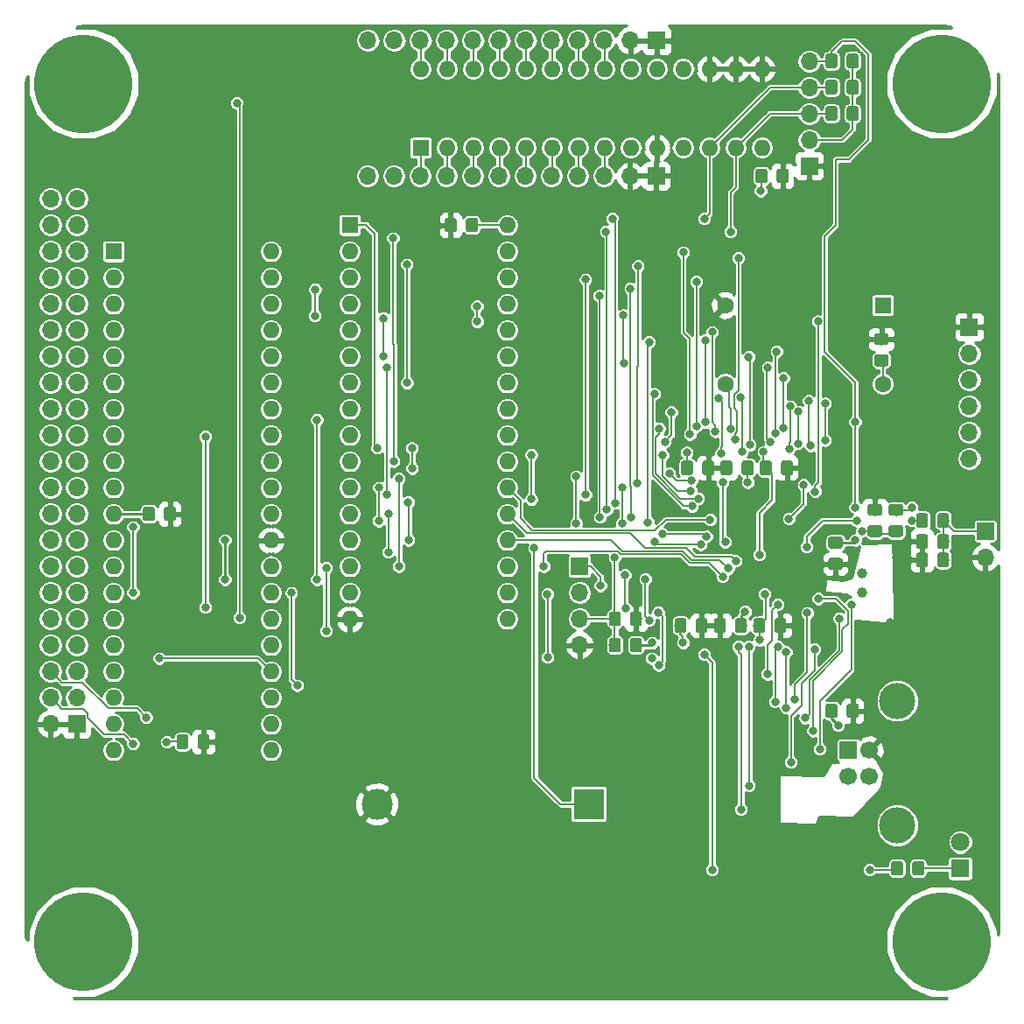
<source format=gbr>
G04 #@! TF.GenerationSoftware,KiCad,Pcbnew,(5.0.2)-1*
G04 #@! TF.CreationDate,2019-11-01T08:00:14-04:00*
G04 #@! TF.ProjectId,Z80_CPU,5a38305f-4350-4552-9e6b-696361645f70,1*
G04 #@! TF.SameCoordinates,Original*
G04 #@! TF.FileFunction,Copper,L2,Bot*
G04 #@! TF.FilePolarity,Positive*
%FSLAX46Y46*%
G04 Gerber Fmt 4.6, Leading zero omitted, Abs format (unit mm)*
G04 Created by KiCad (PCBNEW (5.0.2)-1) date 11/1/2019 8:00:14 AM*
%MOMM*%
%LPD*%
G01*
G04 APERTURE LIST*
G04 #@! TA.AperFunction,Conductor*
%ADD10C,0.100000*%
G04 #@! TD*
G04 #@! TA.AperFunction,SMDPad,CuDef*
%ADD11C,1.150000*%
G04 #@! TD*
G04 #@! TA.AperFunction,ComponentPad*
%ADD12R,1.600000X1.600000*%
G04 #@! TD*
G04 #@! TA.AperFunction,ComponentPad*
%ADD13C,1.600000*%
G04 #@! TD*
G04 #@! TA.AperFunction,ComponentPad*
%ADD14C,3.000000*%
G04 #@! TD*
G04 #@! TA.AperFunction,ComponentPad*
%ADD15R,3.000000X3.000000*%
G04 #@! TD*
G04 #@! TA.AperFunction,ComponentPad*
%ADD16R,1.800000X1.800000*%
G04 #@! TD*
G04 #@! TA.AperFunction,ComponentPad*
%ADD17C,1.800000*%
G04 #@! TD*
G04 #@! TA.AperFunction,ComponentPad*
%ADD18R,1.700000X1.700000*%
G04 #@! TD*
G04 #@! TA.AperFunction,ComponentPad*
%ADD19O,1.700000X1.700000*%
G04 #@! TD*
G04 #@! TA.AperFunction,ComponentPad*
%ADD20C,1.700000*%
G04 #@! TD*
G04 #@! TA.AperFunction,ComponentPad*
%ADD21C,3.500000*%
G04 #@! TD*
G04 #@! TA.AperFunction,ComponentPad*
%ADD22O,1.600000X1.600000*%
G04 #@! TD*
G04 #@! TA.AperFunction,ComponentPad*
%ADD23C,1.000000*%
G04 #@! TD*
G04 #@! TA.AperFunction,ComponentPad*
%ADD24C,9.525000*%
G04 #@! TD*
G04 #@! TA.AperFunction,ViaPad*
%ADD25C,0.800000*%
G04 #@! TD*
G04 #@! TA.AperFunction,Conductor*
%ADD26C,0.250000*%
G04 #@! TD*
G04 #@! TA.AperFunction,Conductor*
%ADD27C,0.203200*%
G04 #@! TD*
G04 #@! TA.AperFunction,Conductor*
%ADD28C,0.152400*%
G04 #@! TD*
G04 #@! TA.AperFunction,Conductor*
%ADD29C,0.254000*%
G04 #@! TD*
G04 APERTURE END LIST*
D10*
G04 #@! TO.N,Net-(C7-Pad1)*
G04 #@! TO.C,L1*
G36*
X85056505Y-48711204D02*
X85080773Y-48714804D01*
X85104572Y-48720765D01*
X85127671Y-48729030D01*
X85149850Y-48739520D01*
X85170893Y-48752132D01*
X85190599Y-48766747D01*
X85208777Y-48783223D01*
X85225253Y-48801401D01*
X85239868Y-48821107D01*
X85252480Y-48842150D01*
X85262970Y-48864329D01*
X85271235Y-48887428D01*
X85277196Y-48911227D01*
X85280796Y-48935495D01*
X85282000Y-48959999D01*
X85282000Y-49610001D01*
X85280796Y-49634505D01*
X85277196Y-49658773D01*
X85271235Y-49682572D01*
X85262970Y-49705671D01*
X85252480Y-49727850D01*
X85239868Y-49748893D01*
X85225253Y-49768599D01*
X85208777Y-49786777D01*
X85190599Y-49803253D01*
X85170893Y-49817868D01*
X85149850Y-49830480D01*
X85127671Y-49840970D01*
X85104572Y-49849235D01*
X85080773Y-49855196D01*
X85056505Y-49858796D01*
X85032001Y-49860000D01*
X84131999Y-49860000D01*
X84107495Y-49858796D01*
X84083227Y-49855196D01*
X84059428Y-49849235D01*
X84036329Y-49840970D01*
X84014150Y-49830480D01*
X83993107Y-49817868D01*
X83973401Y-49803253D01*
X83955223Y-49786777D01*
X83938747Y-49768599D01*
X83924132Y-49748893D01*
X83911520Y-49727850D01*
X83901030Y-49705671D01*
X83892765Y-49682572D01*
X83886804Y-49658773D01*
X83883204Y-49634505D01*
X83882000Y-49610001D01*
X83882000Y-48959999D01*
X83883204Y-48935495D01*
X83886804Y-48911227D01*
X83892765Y-48887428D01*
X83901030Y-48864329D01*
X83911520Y-48842150D01*
X83924132Y-48821107D01*
X83938747Y-48801401D01*
X83955223Y-48783223D01*
X83973401Y-48766747D01*
X83993107Y-48752132D01*
X84014150Y-48739520D01*
X84036329Y-48729030D01*
X84059428Y-48720765D01*
X84083227Y-48714804D01*
X84107495Y-48711204D01*
X84131999Y-48710000D01*
X85032001Y-48710000D01*
X85056505Y-48711204D01*
X85056505Y-48711204D01*
G37*
D11*
G04 #@! TD*
G04 #@! TO.P,L1,1*
G04 #@! TO.N,Net-(C7-Pad1)*
X84582000Y-49285000D03*
D10*
G04 #@! TO.N,+5V*
G04 #@! TO.C,L1*
G36*
X85056505Y-46661204D02*
X85080773Y-46664804D01*
X85104572Y-46670765D01*
X85127671Y-46679030D01*
X85149850Y-46689520D01*
X85170893Y-46702132D01*
X85190599Y-46716747D01*
X85208777Y-46733223D01*
X85225253Y-46751401D01*
X85239868Y-46771107D01*
X85252480Y-46792150D01*
X85262970Y-46814329D01*
X85271235Y-46837428D01*
X85277196Y-46861227D01*
X85280796Y-46885495D01*
X85282000Y-46909999D01*
X85282000Y-47560001D01*
X85280796Y-47584505D01*
X85277196Y-47608773D01*
X85271235Y-47632572D01*
X85262970Y-47655671D01*
X85252480Y-47677850D01*
X85239868Y-47698893D01*
X85225253Y-47718599D01*
X85208777Y-47736777D01*
X85190599Y-47753253D01*
X85170893Y-47767868D01*
X85149850Y-47780480D01*
X85127671Y-47790970D01*
X85104572Y-47799235D01*
X85080773Y-47805196D01*
X85056505Y-47808796D01*
X85032001Y-47810000D01*
X84131999Y-47810000D01*
X84107495Y-47808796D01*
X84083227Y-47805196D01*
X84059428Y-47799235D01*
X84036329Y-47790970D01*
X84014150Y-47780480D01*
X83993107Y-47767868D01*
X83973401Y-47753253D01*
X83955223Y-47736777D01*
X83938747Y-47718599D01*
X83924132Y-47698893D01*
X83911520Y-47677850D01*
X83901030Y-47655671D01*
X83892765Y-47632572D01*
X83886804Y-47608773D01*
X83883204Y-47584505D01*
X83882000Y-47560001D01*
X83882000Y-46909999D01*
X83883204Y-46885495D01*
X83886804Y-46861227D01*
X83892765Y-46837428D01*
X83901030Y-46814329D01*
X83911520Y-46792150D01*
X83924132Y-46771107D01*
X83938747Y-46751401D01*
X83955223Y-46733223D01*
X83973401Y-46716747D01*
X83993107Y-46702132D01*
X84014150Y-46689520D01*
X84036329Y-46679030D01*
X84059428Y-46670765D01*
X84083227Y-46664804D01*
X84107495Y-46661204D01*
X84131999Y-46660000D01*
X85032001Y-46660000D01*
X85056505Y-46661204D01*
X85056505Y-46661204D01*
G37*
D11*
G04 #@! TD*
G04 #@! TO.P,L1,2*
G04 #@! TO.N,+5V*
X84582000Y-47235000D03*
D12*
G04 #@! TO.P,U3,1*
G04 #@! TO.N,N/C*
X83312000Y-27432000D03*
D13*
G04 #@! TO.P,U3,14*
G04 #@! TO.N,+5V*
X83312000Y-35052000D03*
G04 #@! TO.P,U3,8*
G04 #@! TO.N,Net-(U3-Pad8)*
X68072000Y-35052000D03*
G04 #@! TO.P,U3,7*
G04 #@! TO.N,GND*
X68072000Y-27432000D03*
G04 #@! TD*
D14*
G04 #@! TO.P,BT1,2*
G04 #@! TO.N,GND*
X34374000Y-75692000D03*
D15*
G04 #@! TO.P,BT1,1*
G04 #@! TO.N,Net-(BT1-Pad1)*
X54864000Y-75692000D03*
G04 #@! TD*
D10*
G04 #@! TO.N,Net-(C13-Pad1)*
G04 #@! TO.C,C13*
G36*
X57744505Y-57086204D02*
X57768773Y-57089804D01*
X57792572Y-57095765D01*
X57815671Y-57104030D01*
X57837850Y-57114520D01*
X57858893Y-57127132D01*
X57878599Y-57141747D01*
X57896777Y-57158223D01*
X57913253Y-57176401D01*
X57927868Y-57196107D01*
X57940480Y-57217150D01*
X57950970Y-57239329D01*
X57959235Y-57262428D01*
X57965196Y-57286227D01*
X57968796Y-57310495D01*
X57970000Y-57334999D01*
X57970000Y-58235001D01*
X57968796Y-58259505D01*
X57965196Y-58283773D01*
X57959235Y-58307572D01*
X57950970Y-58330671D01*
X57940480Y-58352850D01*
X57927868Y-58373893D01*
X57913253Y-58393599D01*
X57896777Y-58411777D01*
X57878599Y-58428253D01*
X57858893Y-58442868D01*
X57837850Y-58455480D01*
X57815671Y-58465970D01*
X57792572Y-58474235D01*
X57768773Y-58480196D01*
X57744505Y-58483796D01*
X57720001Y-58485000D01*
X57069999Y-58485000D01*
X57045495Y-58483796D01*
X57021227Y-58480196D01*
X56997428Y-58474235D01*
X56974329Y-58465970D01*
X56952150Y-58455480D01*
X56931107Y-58442868D01*
X56911401Y-58428253D01*
X56893223Y-58411777D01*
X56876747Y-58393599D01*
X56862132Y-58373893D01*
X56849520Y-58352850D01*
X56839030Y-58330671D01*
X56830765Y-58307572D01*
X56824804Y-58283773D01*
X56821204Y-58259505D01*
X56820000Y-58235001D01*
X56820000Y-57334999D01*
X56821204Y-57310495D01*
X56824804Y-57286227D01*
X56830765Y-57262428D01*
X56839030Y-57239329D01*
X56849520Y-57217150D01*
X56862132Y-57196107D01*
X56876747Y-57176401D01*
X56893223Y-57158223D01*
X56911401Y-57141747D01*
X56931107Y-57127132D01*
X56952150Y-57114520D01*
X56974329Y-57104030D01*
X56997428Y-57095765D01*
X57021227Y-57089804D01*
X57045495Y-57086204D01*
X57069999Y-57085000D01*
X57720001Y-57085000D01*
X57744505Y-57086204D01*
X57744505Y-57086204D01*
G37*
D11*
G04 #@! TD*
G04 #@! TO.P,C13,1*
G04 #@! TO.N,Net-(C13-Pad1)*
X57395000Y-57785000D03*
D10*
G04 #@! TO.N,GND*
G04 #@! TO.C,C13*
G36*
X59794505Y-57086204D02*
X59818773Y-57089804D01*
X59842572Y-57095765D01*
X59865671Y-57104030D01*
X59887850Y-57114520D01*
X59908893Y-57127132D01*
X59928599Y-57141747D01*
X59946777Y-57158223D01*
X59963253Y-57176401D01*
X59977868Y-57196107D01*
X59990480Y-57217150D01*
X60000970Y-57239329D01*
X60009235Y-57262428D01*
X60015196Y-57286227D01*
X60018796Y-57310495D01*
X60020000Y-57334999D01*
X60020000Y-58235001D01*
X60018796Y-58259505D01*
X60015196Y-58283773D01*
X60009235Y-58307572D01*
X60000970Y-58330671D01*
X59990480Y-58352850D01*
X59977868Y-58373893D01*
X59963253Y-58393599D01*
X59946777Y-58411777D01*
X59928599Y-58428253D01*
X59908893Y-58442868D01*
X59887850Y-58455480D01*
X59865671Y-58465970D01*
X59842572Y-58474235D01*
X59818773Y-58480196D01*
X59794505Y-58483796D01*
X59770001Y-58485000D01*
X59119999Y-58485000D01*
X59095495Y-58483796D01*
X59071227Y-58480196D01*
X59047428Y-58474235D01*
X59024329Y-58465970D01*
X59002150Y-58455480D01*
X58981107Y-58442868D01*
X58961401Y-58428253D01*
X58943223Y-58411777D01*
X58926747Y-58393599D01*
X58912132Y-58373893D01*
X58899520Y-58352850D01*
X58889030Y-58330671D01*
X58880765Y-58307572D01*
X58874804Y-58283773D01*
X58871204Y-58259505D01*
X58870000Y-58235001D01*
X58870000Y-57334999D01*
X58871204Y-57310495D01*
X58874804Y-57286227D01*
X58880765Y-57262428D01*
X58889030Y-57239329D01*
X58899520Y-57217150D01*
X58912132Y-57196107D01*
X58926747Y-57176401D01*
X58943223Y-57158223D01*
X58961401Y-57141747D01*
X58981107Y-57127132D01*
X59002150Y-57114520D01*
X59024329Y-57104030D01*
X59047428Y-57095765D01*
X59071227Y-57089804D01*
X59095495Y-57086204D01*
X59119999Y-57085000D01*
X59770001Y-57085000D01*
X59794505Y-57086204D01*
X59794505Y-57086204D01*
G37*
D11*
G04 #@! TD*
G04 #@! TO.P,C13,2*
G04 #@! TO.N,GND*
X59445000Y-57785000D03*
D10*
G04 #@! TO.N,Net-(C10-Pad1)*
G04 #@! TO.C,C10*
G36*
X71714505Y-57721204D02*
X71738773Y-57724804D01*
X71762572Y-57730765D01*
X71785671Y-57739030D01*
X71807850Y-57749520D01*
X71828893Y-57762132D01*
X71848599Y-57776747D01*
X71866777Y-57793223D01*
X71883253Y-57811401D01*
X71897868Y-57831107D01*
X71910480Y-57852150D01*
X71920970Y-57874329D01*
X71929235Y-57897428D01*
X71935196Y-57921227D01*
X71938796Y-57945495D01*
X71940000Y-57969999D01*
X71940000Y-58870001D01*
X71938796Y-58894505D01*
X71935196Y-58918773D01*
X71929235Y-58942572D01*
X71920970Y-58965671D01*
X71910480Y-58987850D01*
X71897868Y-59008893D01*
X71883253Y-59028599D01*
X71866777Y-59046777D01*
X71848599Y-59063253D01*
X71828893Y-59077868D01*
X71807850Y-59090480D01*
X71785671Y-59100970D01*
X71762572Y-59109235D01*
X71738773Y-59115196D01*
X71714505Y-59118796D01*
X71690001Y-59120000D01*
X71039999Y-59120000D01*
X71015495Y-59118796D01*
X70991227Y-59115196D01*
X70967428Y-59109235D01*
X70944329Y-59100970D01*
X70922150Y-59090480D01*
X70901107Y-59077868D01*
X70881401Y-59063253D01*
X70863223Y-59046777D01*
X70846747Y-59028599D01*
X70832132Y-59008893D01*
X70819520Y-58987850D01*
X70809030Y-58965671D01*
X70800765Y-58942572D01*
X70794804Y-58918773D01*
X70791204Y-58894505D01*
X70790000Y-58870001D01*
X70790000Y-57969999D01*
X70791204Y-57945495D01*
X70794804Y-57921227D01*
X70800765Y-57897428D01*
X70809030Y-57874329D01*
X70819520Y-57852150D01*
X70832132Y-57831107D01*
X70846747Y-57811401D01*
X70863223Y-57793223D01*
X70881401Y-57776747D01*
X70901107Y-57762132D01*
X70922150Y-57749520D01*
X70944329Y-57739030D01*
X70967428Y-57730765D01*
X70991227Y-57724804D01*
X71015495Y-57721204D01*
X71039999Y-57720000D01*
X71690001Y-57720000D01*
X71714505Y-57721204D01*
X71714505Y-57721204D01*
G37*
D11*
G04 #@! TD*
G04 #@! TO.P,C10,1*
G04 #@! TO.N,Net-(C10-Pad1)*
X71365000Y-58420000D03*
D10*
G04 #@! TO.N,GND*
G04 #@! TO.C,C10*
G36*
X73764505Y-57721204D02*
X73788773Y-57724804D01*
X73812572Y-57730765D01*
X73835671Y-57739030D01*
X73857850Y-57749520D01*
X73878893Y-57762132D01*
X73898599Y-57776747D01*
X73916777Y-57793223D01*
X73933253Y-57811401D01*
X73947868Y-57831107D01*
X73960480Y-57852150D01*
X73970970Y-57874329D01*
X73979235Y-57897428D01*
X73985196Y-57921227D01*
X73988796Y-57945495D01*
X73990000Y-57969999D01*
X73990000Y-58870001D01*
X73988796Y-58894505D01*
X73985196Y-58918773D01*
X73979235Y-58942572D01*
X73970970Y-58965671D01*
X73960480Y-58987850D01*
X73947868Y-59008893D01*
X73933253Y-59028599D01*
X73916777Y-59046777D01*
X73898599Y-59063253D01*
X73878893Y-59077868D01*
X73857850Y-59090480D01*
X73835671Y-59100970D01*
X73812572Y-59109235D01*
X73788773Y-59115196D01*
X73764505Y-59118796D01*
X73740001Y-59120000D01*
X73089999Y-59120000D01*
X73065495Y-59118796D01*
X73041227Y-59115196D01*
X73017428Y-59109235D01*
X72994329Y-59100970D01*
X72972150Y-59090480D01*
X72951107Y-59077868D01*
X72931401Y-59063253D01*
X72913223Y-59046777D01*
X72896747Y-59028599D01*
X72882132Y-59008893D01*
X72869520Y-58987850D01*
X72859030Y-58965671D01*
X72850765Y-58942572D01*
X72844804Y-58918773D01*
X72841204Y-58894505D01*
X72840000Y-58870001D01*
X72840000Y-57969999D01*
X72841204Y-57945495D01*
X72844804Y-57921227D01*
X72850765Y-57897428D01*
X72859030Y-57874329D01*
X72869520Y-57852150D01*
X72882132Y-57831107D01*
X72896747Y-57811401D01*
X72913223Y-57793223D01*
X72931401Y-57776747D01*
X72951107Y-57762132D01*
X72972150Y-57749520D01*
X72994329Y-57739030D01*
X73017428Y-57730765D01*
X73041227Y-57724804D01*
X73065495Y-57721204D01*
X73089999Y-57720000D01*
X73740001Y-57720000D01*
X73764505Y-57721204D01*
X73764505Y-57721204D01*
G37*
D11*
G04 #@! TD*
G04 #@! TO.P,C10,2*
G04 #@! TO.N,GND*
X73415000Y-58420000D03*
D10*
G04 #@! TO.N,Net-(C10-Pad1)*
G04 #@! TO.C,C4*
G36*
X72349505Y-42481204D02*
X72373773Y-42484804D01*
X72397572Y-42490765D01*
X72420671Y-42499030D01*
X72442850Y-42509520D01*
X72463893Y-42522132D01*
X72483599Y-42536747D01*
X72501777Y-42553223D01*
X72518253Y-42571401D01*
X72532868Y-42591107D01*
X72545480Y-42612150D01*
X72555970Y-42634329D01*
X72564235Y-42657428D01*
X72570196Y-42681227D01*
X72573796Y-42705495D01*
X72575000Y-42729999D01*
X72575000Y-43630001D01*
X72573796Y-43654505D01*
X72570196Y-43678773D01*
X72564235Y-43702572D01*
X72555970Y-43725671D01*
X72545480Y-43747850D01*
X72532868Y-43768893D01*
X72518253Y-43788599D01*
X72501777Y-43806777D01*
X72483599Y-43823253D01*
X72463893Y-43837868D01*
X72442850Y-43850480D01*
X72420671Y-43860970D01*
X72397572Y-43869235D01*
X72373773Y-43875196D01*
X72349505Y-43878796D01*
X72325001Y-43880000D01*
X71674999Y-43880000D01*
X71650495Y-43878796D01*
X71626227Y-43875196D01*
X71602428Y-43869235D01*
X71579329Y-43860970D01*
X71557150Y-43850480D01*
X71536107Y-43837868D01*
X71516401Y-43823253D01*
X71498223Y-43806777D01*
X71481747Y-43788599D01*
X71467132Y-43768893D01*
X71454520Y-43747850D01*
X71444030Y-43725671D01*
X71435765Y-43702572D01*
X71429804Y-43678773D01*
X71426204Y-43654505D01*
X71425000Y-43630001D01*
X71425000Y-42729999D01*
X71426204Y-42705495D01*
X71429804Y-42681227D01*
X71435765Y-42657428D01*
X71444030Y-42634329D01*
X71454520Y-42612150D01*
X71467132Y-42591107D01*
X71481747Y-42571401D01*
X71498223Y-42553223D01*
X71516401Y-42536747D01*
X71536107Y-42522132D01*
X71557150Y-42509520D01*
X71579329Y-42499030D01*
X71602428Y-42490765D01*
X71626227Y-42484804D01*
X71650495Y-42481204D01*
X71674999Y-42480000D01*
X72325001Y-42480000D01*
X72349505Y-42481204D01*
X72349505Y-42481204D01*
G37*
D11*
G04 #@! TD*
G04 #@! TO.P,C4,1*
G04 #@! TO.N,Net-(C10-Pad1)*
X72000000Y-43180000D03*
D10*
G04 #@! TO.N,GND*
G04 #@! TO.C,C4*
G36*
X74399505Y-42481204D02*
X74423773Y-42484804D01*
X74447572Y-42490765D01*
X74470671Y-42499030D01*
X74492850Y-42509520D01*
X74513893Y-42522132D01*
X74533599Y-42536747D01*
X74551777Y-42553223D01*
X74568253Y-42571401D01*
X74582868Y-42591107D01*
X74595480Y-42612150D01*
X74605970Y-42634329D01*
X74614235Y-42657428D01*
X74620196Y-42681227D01*
X74623796Y-42705495D01*
X74625000Y-42729999D01*
X74625000Y-43630001D01*
X74623796Y-43654505D01*
X74620196Y-43678773D01*
X74614235Y-43702572D01*
X74605970Y-43725671D01*
X74595480Y-43747850D01*
X74582868Y-43768893D01*
X74568253Y-43788599D01*
X74551777Y-43806777D01*
X74533599Y-43823253D01*
X74513893Y-43837868D01*
X74492850Y-43850480D01*
X74470671Y-43860970D01*
X74447572Y-43869235D01*
X74423773Y-43875196D01*
X74399505Y-43878796D01*
X74375001Y-43880000D01*
X73724999Y-43880000D01*
X73700495Y-43878796D01*
X73676227Y-43875196D01*
X73652428Y-43869235D01*
X73629329Y-43860970D01*
X73607150Y-43850480D01*
X73586107Y-43837868D01*
X73566401Y-43823253D01*
X73548223Y-43806777D01*
X73531747Y-43788599D01*
X73517132Y-43768893D01*
X73504520Y-43747850D01*
X73494030Y-43725671D01*
X73485765Y-43702572D01*
X73479804Y-43678773D01*
X73476204Y-43654505D01*
X73475000Y-43630001D01*
X73475000Y-42729999D01*
X73476204Y-42705495D01*
X73479804Y-42681227D01*
X73485765Y-42657428D01*
X73494030Y-42634329D01*
X73504520Y-42612150D01*
X73517132Y-42591107D01*
X73531747Y-42571401D01*
X73548223Y-42553223D01*
X73566401Y-42536747D01*
X73586107Y-42522132D01*
X73607150Y-42509520D01*
X73629329Y-42499030D01*
X73652428Y-42490765D01*
X73676227Y-42484804D01*
X73700495Y-42481204D01*
X73724999Y-42480000D01*
X74375001Y-42480000D01*
X74399505Y-42481204D01*
X74399505Y-42481204D01*
G37*
D11*
G04 #@! TD*
G04 #@! TO.P,C4,2*
G04 #@! TO.N,GND*
X74050000Y-43180000D03*
D10*
G04 #@! TO.N,GND*
G04 #@! TO.C,C7*
G36*
X83024505Y-46661204D02*
X83048773Y-46664804D01*
X83072572Y-46670765D01*
X83095671Y-46679030D01*
X83117850Y-46689520D01*
X83138893Y-46702132D01*
X83158599Y-46716747D01*
X83176777Y-46733223D01*
X83193253Y-46751401D01*
X83207868Y-46771107D01*
X83220480Y-46792150D01*
X83230970Y-46814329D01*
X83239235Y-46837428D01*
X83245196Y-46861227D01*
X83248796Y-46885495D01*
X83250000Y-46909999D01*
X83250000Y-47560001D01*
X83248796Y-47584505D01*
X83245196Y-47608773D01*
X83239235Y-47632572D01*
X83230970Y-47655671D01*
X83220480Y-47677850D01*
X83207868Y-47698893D01*
X83193253Y-47718599D01*
X83176777Y-47736777D01*
X83158599Y-47753253D01*
X83138893Y-47767868D01*
X83117850Y-47780480D01*
X83095671Y-47790970D01*
X83072572Y-47799235D01*
X83048773Y-47805196D01*
X83024505Y-47808796D01*
X83000001Y-47810000D01*
X82099999Y-47810000D01*
X82075495Y-47808796D01*
X82051227Y-47805196D01*
X82027428Y-47799235D01*
X82004329Y-47790970D01*
X81982150Y-47780480D01*
X81961107Y-47767868D01*
X81941401Y-47753253D01*
X81923223Y-47736777D01*
X81906747Y-47718599D01*
X81892132Y-47698893D01*
X81879520Y-47677850D01*
X81869030Y-47655671D01*
X81860765Y-47632572D01*
X81854804Y-47608773D01*
X81851204Y-47584505D01*
X81850000Y-47560001D01*
X81850000Y-46909999D01*
X81851204Y-46885495D01*
X81854804Y-46861227D01*
X81860765Y-46837428D01*
X81869030Y-46814329D01*
X81879520Y-46792150D01*
X81892132Y-46771107D01*
X81906747Y-46751401D01*
X81923223Y-46733223D01*
X81941401Y-46716747D01*
X81961107Y-46702132D01*
X81982150Y-46689520D01*
X82004329Y-46679030D01*
X82027428Y-46670765D01*
X82051227Y-46664804D01*
X82075495Y-46661204D01*
X82099999Y-46660000D01*
X83000001Y-46660000D01*
X83024505Y-46661204D01*
X83024505Y-46661204D01*
G37*
D11*
G04 #@! TD*
G04 #@! TO.P,C7,2*
G04 #@! TO.N,GND*
X82550000Y-47235000D03*
D10*
G04 #@! TO.N,Net-(C7-Pad1)*
G04 #@! TO.C,C7*
G36*
X83024505Y-48711204D02*
X83048773Y-48714804D01*
X83072572Y-48720765D01*
X83095671Y-48729030D01*
X83117850Y-48739520D01*
X83138893Y-48752132D01*
X83158599Y-48766747D01*
X83176777Y-48783223D01*
X83193253Y-48801401D01*
X83207868Y-48821107D01*
X83220480Y-48842150D01*
X83230970Y-48864329D01*
X83239235Y-48887428D01*
X83245196Y-48911227D01*
X83248796Y-48935495D01*
X83250000Y-48959999D01*
X83250000Y-49610001D01*
X83248796Y-49634505D01*
X83245196Y-49658773D01*
X83239235Y-49682572D01*
X83230970Y-49705671D01*
X83220480Y-49727850D01*
X83207868Y-49748893D01*
X83193253Y-49768599D01*
X83176777Y-49786777D01*
X83158599Y-49803253D01*
X83138893Y-49817868D01*
X83117850Y-49830480D01*
X83095671Y-49840970D01*
X83072572Y-49849235D01*
X83048773Y-49855196D01*
X83024505Y-49858796D01*
X83000001Y-49860000D01*
X82099999Y-49860000D01*
X82075495Y-49858796D01*
X82051227Y-49855196D01*
X82027428Y-49849235D01*
X82004329Y-49840970D01*
X81982150Y-49830480D01*
X81961107Y-49817868D01*
X81941401Y-49803253D01*
X81923223Y-49786777D01*
X81906747Y-49768599D01*
X81892132Y-49748893D01*
X81879520Y-49727850D01*
X81869030Y-49705671D01*
X81860765Y-49682572D01*
X81854804Y-49658773D01*
X81851204Y-49634505D01*
X81850000Y-49610001D01*
X81850000Y-48959999D01*
X81851204Y-48935495D01*
X81854804Y-48911227D01*
X81860765Y-48887428D01*
X81869030Y-48864329D01*
X81879520Y-48842150D01*
X81892132Y-48821107D01*
X81906747Y-48801401D01*
X81923223Y-48783223D01*
X81941401Y-48766747D01*
X81961107Y-48752132D01*
X81982150Y-48739520D01*
X82004329Y-48729030D01*
X82027428Y-48720765D01*
X82051227Y-48714804D01*
X82075495Y-48711204D01*
X82099999Y-48710000D01*
X83000001Y-48710000D01*
X83024505Y-48711204D01*
X83024505Y-48711204D01*
G37*
D11*
G04 #@! TD*
G04 #@! TO.P,C7,1*
G04 #@! TO.N,Net-(C7-Pad1)*
X82550000Y-49285000D03*
D10*
G04 #@! TO.N,GND*
G04 #@! TO.C,C8*
G36*
X79214505Y-51886204D02*
X79238773Y-51889804D01*
X79262572Y-51895765D01*
X79285671Y-51904030D01*
X79307850Y-51914520D01*
X79328893Y-51927132D01*
X79348599Y-51941747D01*
X79366777Y-51958223D01*
X79383253Y-51976401D01*
X79397868Y-51996107D01*
X79410480Y-52017150D01*
X79420970Y-52039329D01*
X79429235Y-52062428D01*
X79435196Y-52086227D01*
X79438796Y-52110495D01*
X79440000Y-52134999D01*
X79440000Y-52785001D01*
X79438796Y-52809505D01*
X79435196Y-52833773D01*
X79429235Y-52857572D01*
X79420970Y-52880671D01*
X79410480Y-52902850D01*
X79397868Y-52923893D01*
X79383253Y-52943599D01*
X79366777Y-52961777D01*
X79348599Y-52978253D01*
X79328893Y-52992868D01*
X79307850Y-53005480D01*
X79285671Y-53015970D01*
X79262572Y-53024235D01*
X79238773Y-53030196D01*
X79214505Y-53033796D01*
X79190001Y-53035000D01*
X78289999Y-53035000D01*
X78265495Y-53033796D01*
X78241227Y-53030196D01*
X78217428Y-53024235D01*
X78194329Y-53015970D01*
X78172150Y-53005480D01*
X78151107Y-52992868D01*
X78131401Y-52978253D01*
X78113223Y-52961777D01*
X78096747Y-52943599D01*
X78082132Y-52923893D01*
X78069520Y-52902850D01*
X78059030Y-52880671D01*
X78050765Y-52857572D01*
X78044804Y-52833773D01*
X78041204Y-52809505D01*
X78040000Y-52785001D01*
X78040000Y-52134999D01*
X78041204Y-52110495D01*
X78044804Y-52086227D01*
X78050765Y-52062428D01*
X78059030Y-52039329D01*
X78069520Y-52017150D01*
X78082132Y-51996107D01*
X78096747Y-51976401D01*
X78113223Y-51958223D01*
X78131401Y-51941747D01*
X78151107Y-51927132D01*
X78172150Y-51914520D01*
X78194329Y-51904030D01*
X78217428Y-51895765D01*
X78241227Y-51889804D01*
X78265495Y-51886204D01*
X78289999Y-51885000D01*
X79190001Y-51885000D01*
X79214505Y-51886204D01*
X79214505Y-51886204D01*
G37*
D11*
G04 #@! TD*
G04 #@! TO.P,C8,2*
G04 #@! TO.N,GND*
X78740000Y-52460000D03*
D10*
G04 #@! TO.N,Net-(C8-Pad1)*
G04 #@! TO.C,C8*
G36*
X79214505Y-49836204D02*
X79238773Y-49839804D01*
X79262572Y-49845765D01*
X79285671Y-49854030D01*
X79307850Y-49864520D01*
X79328893Y-49877132D01*
X79348599Y-49891747D01*
X79366777Y-49908223D01*
X79383253Y-49926401D01*
X79397868Y-49946107D01*
X79410480Y-49967150D01*
X79420970Y-49989329D01*
X79429235Y-50012428D01*
X79435196Y-50036227D01*
X79438796Y-50060495D01*
X79440000Y-50084999D01*
X79440000Y-50735001D01*
X79438796Y-50759505D01*
X79435196Y-50783773D01*
X79429235Y-50807572D01*
X79420970Y-50830671D01*
X79410480Y-50852850D01*
X79397868Y-50873893D01*
X79383253Y-50893599D01*
X79366777Y-50911777D01*
X79348599Y-50928253D01*
X79328893Y-50942868D01*
X79307850Y-50955480D01*
X79285671Y-50965970D01*
X79262572Y-50974235D01*
X79238773Y-50980196D01*
X79214505Y-50983796D01*
X79190001Y-50985000D01*
X78289999Y-50985000D01*
X78265495Y-50983796D01*
X78241227Y-50980196D01*
X78217428Y-50974235D01*
X78194329Y-50965970D01*
X78172150Y-50955480D01*
X78151107Y-50942868D01*
X78131401Y-50928253D01*
X78113223Y-50911777D01*
X78096747Y-50893599D01*
X78082132Y-50873893D01*
X78069520Y-50852850D01*
X78059030Y-50830671D01*
X78050765Y-50807572D01*
X78044804Y-50783773D01*
X78041204Y-50759505D01*
X78040000Y-50735001D01*
X78040000Y-50084999D01*
X78041204Y-50060495D01*
X78044804Y-50036227D01*
X78050765Y-50012428D01*
X78059030Y-49989329D01*
X78069520Y-49967150D01*
X78082132Y-49946107D01*
X78096747Y-49926401D01*
X78113223Y-49908223D01*
X78131401Y-49891747D01*
X78151107Y-49877132D01*
X78172150Y-49864520D01*
X78194329Y-49854030D01*
X78217428Y-49845765D01*
X78241227Y-49839804D01*
X78265495Y-49836204D01*
X78289999Y-49835000D01*
X79190001Y-49835000D01*
X79214505Y-49836204D01*
X79214505Y-49836204D01*
G37*
D11*
G04 #@! TD*
G04 #@! TO.P,C8,1*
G04 #@! TO.N,Net-(C8-Pad1)*
X78740000Y-50410000D03*
D10*
G04 #@! TO.N,GND*
G04 #@! TO.C,C16*
G36*
X17957005Y-68960704D02*
X17981273Y-68964304D01*
X18005072Y-68970265D01*
X18028171Y-68978530D01*
X18050350Y-68989020D01*
X18071393Y-69001632D01*
X18091099Y-69016247D01*
X18109277Y-69032723D01*
X18125753Y-69050901D01*
X18140368Y-69070607D01*
X18152980Y-69091650D01*
X18163470Y-69113829D01*
X18171735Y-69136928D01*
X18177696Y-69160727D01*
X18181296Y-69184995D01*
X18182500Y-69209499D01*
X18182500Y-70109501D01*
X18181296Y-70134005D01*
X18177696Y-70158273D01*
X18171735Y-70182072D01*
X18163470Y-70205171D01*
X18152980Y-70227350D01*
X18140368Y-70248393D01*
X18125753Y-70268099D01*
X18109277Y-70286277D01*
X18091099Y-70302753D01*
X18071393Y-70317368D01*
X18050350Y-70329980D01*
X18028171Y-70340470D01*
X18005072Y-70348735D01*
X17981273Y-70354696D01*
X17957005Y-70358296D01*
X17932501Y-70359500D01*
X17282499Y-70359500D01*
X17257995Y-70358296D01*
X17233727Y-70354696D01*
X17209928Y-70348735D01*
X17186829Y-70340470D01*
X17164650Y-70329980D01*
X17143607Y-70317368D01*
X17123901Y-70302753D01*
X17105723Y-70286277D01*
X17089247Y-70268099D01*
X17074632Y-70248393D01*
X17062020Y-70227350D01*
X17051530Y-70205171D01*
X17043265Y-70182072D01*
X17037304Y-70158273D01*
X17033704Y-70134005D01*
X17032500Y-70109501D01*
X17032500Y-69209499D01*
X17033704Y-69184995D01*
X17037304Y-69160727D01*
X17043265Y-69136928D01*
X17051530Y-69113829D01*
X17062020Y-69091650D01*
X17074632Y-69070607D01*
X17089247Y-69050901D01*
X17105723Y-69032723D01*
X17123901Y-69016247D01*
X17143607Y-69001632D01*
X17164650Y-68989020D01*
X17186829Y-68978530D01*
X17209928Y-68970265D01*
X17233727Y-68964304D01*
X17257995Y-68960704D01*
X17282499Y-68959500D01*
X17932501Y-68959500D01*
X17957005Y-68960704D01*
X17957005Y-68960704D01*
G37*
D11*
G04 #@! TD*
G04 #@! TO.P,C16,1*
G04 #@! TO.N,GND*
X17607500Y-69659500D03*
D10*
G04 #@! TO.N,+5V*
G04 #@! TO.C,C16*
G36*
X15907005Y-68960704D02*
X15931273Y-68964304D01*
X15955072Y-68970265D01*
X15978171Y-68978530D01*
X16000350Y-68989020D01*
X16021393Y-69001632D01*
X16041099Y-69016247D01*
X16059277Y-69032723D01*
X16075753Y-69050901D01*
X16090368Y-69070607D01*
X16102980Y-69091650D01*
X16113470Y-69113829D01*
X16121735Y-69136928D01*
X16127696Y-69160727D01*
X16131296Y-69184995D01*
X16132500Y-69209499D01*
X16132500Y-70109501D01*
X16131296Y-70134005D01*
X16127696Y-70158273D01*
X16121735Y-70182072D01*
X16113470Y-70205171D01*
X16102980Y-70227350D01*
X16090368Y-70248393D01*
X16075753Y-70268099D01*
X16059277Y-70286277D01*
X16041099Y-70302753D01*
X16021393Y-70317368D01*
X16000350Y-70329980D01*
X15978171Y-70340470D01*
X15955072Y-70348735D01*
X15931273Y-70354696D01*
X15907005Y-70358296D01*
X15882501Y-70359500D01*
X15232499Y-70359500D01*
X15207995Y-70358296D01*
X15183727Y-70354696D01*
X15159928Y-70348735D01*
X15136829Y-70340470D01*
X15114650Y-70329980D01*
X15093607Y-70317368D01*
X15073901Y-70302753D01*
X15055723Y-70286277D01*
X15039247Y-70268099D01*
X15024632Y-70248393D01*
X15012020Y-70227350D01*
X15001530Y-70205171D01*
X14993265Y-70182072D01*
X14987304Y-70158273D01*
X14983704Y-70134005D01*
X14982500Y-70109501D01*
X14982500Y-69209499D01*
X14983704Y-69184995D01*
X14987304Y-69160727D01*
X14993265Y-69136928D01*
X15001530Y-69113829D01*
X15012020Y-69091650D01*
X15024632Y-69070607D01*
X15039247Y-69050901D01*
X15055723Y-69032723D01*
X15073901Y-69016247D01*
X15093607Y-69001632D01*
X15114650Y-68989020D01*
X15136829Y-68978530D01*
X15159928Y-68970265D01*
X15183727Y-68964304D01*
X15207995Y-68960704D01*
X15232499Y-68959500D01*
X15882501Y-68959500D01*
X15907005Y-68960704D01*
X15907005Y-68960704D01*
G37*
D11*
G04 #@! TD*
G04 #@! TO.P,C16,2*
G04 #@! TO.N,+5V*
X15557500Y-69659500D03*
D10*
G04 #@! TO.N,+5V*
G04 #@! TO.C,C12*
G36*
X64094505Y-57721204D02*
X64118773Y-57724804D01*
X64142572Y-57730765D01*
X64165671Y-57739030D01*
X64187850Y-57749520D01*
X64208893Y-57762132D01*
X64228599Y-57776747D01*
X64246777Y-57793223D01*
X64263253Y-57811401D01*
X64277868Y-57831107D01*
X64290480Y-57852150D01*
X64300970Y-57874329D01*
X64309235Y-57897428D01*
X64315196Y-57921227D01*
X64318796Y-57945495D01*
X64320000Y-57969999D01*
X64320000Y-58870001D01*
X64318796Y-58894505D01*
X64315196Y-58918773D01*
X64309235Y-58942572D01*
X64300970Y-58965671D01*
X64290480Y-58987850D01*
X64277868Y-59008893D01*
X64263253Y-59028599D01*
X64246777Y-59046777D01*
X64228599Y-59063253D01*
X64208893Y-59077868D01*
X64187850Y-59090480D01*
X64165671Y-59100970D01*
X64142572Y-59109235D01*
X64118773Y-59115196D01*
X64094505Y-59118796D01*
X64070001Y-59120000D01*
X63419999Y-59120000D01*
X63395495Y-59118796D01*
X63371227Y-59115196D01*
X63347428Y-59109235D01*
X63324329Y-59100970D01*
X63302150Y-59090480D01*
X63281107Y-59077868D01*
X63261401Y-59063253D01*
X63243223Y-59046777D01*
X63226747Y-59028599D01*
X63212132Y-59008893D01*
X63199520Y-58987850D01*
X63189030Y-58965671D01*
X63180765Y-58942572D01*
X63174804Y-58918773D01*
X63171204Y-58894505D01*
X63170000Y-58870001D01*
X63170000Y-57969999D01*
X63171204Y-57945495D01*
X63174804Y-57921227D01*
X63180765Y-57897428D01*
X63189030Y-57874329D01*
X63199520Y-57852150D01*
X63212132Y-57831107D01*
X63226747Y-57811401D01*
X63243223Y-57793223D01*
X63261401Y-57776747D01*
X63281107Y-57762132D01*
X63302150Y-57749520D01*
X63324329Y-57739030D01*
X63347428Y-57730765D01*
X63371227Y-57724804D01*
X63395495Y-57721204D01*
X63419999Y-57720000D01*
X64070001Y-57720000D01*
X64094505Y-57721204D01*
X64094505Y-57721204D01*
G37*
D11*
G04 #@! TD*
G04 #@! TO.P,C12,2*
G04 #@! TO.N,+5V*
X63745000Y-58420000D03*
D10*
G04 #@! TO.N,GND*
G04 #@! TO.C,C12*
G36*
X66144505Y-57721204D02*
X66168773Y-57724804D01*
X66192572Y-57730765D01*
X66215671Y-57739030D01*
X66237850Y-57749520D01*
X66258893Y-57762132D01*
X66278599Y-57776747D01*
X66296777Y-57793223D01*
X66313253Y-57811401D01*
X66327868Y-57831107D01*
X66340480Y-57852150D01*
X66350970Y-57874329D01*
X66359235Y-57897428D01*
X66365196Y-57921227D01*
X66368796Y-57945495D01*
X66370000Y-57969999D01*
X66370000Y-58870001D01*
X66368796Y-58894505D01*
X66365196Y-58918773D01*
X66359235Y-58942572D01*
X66350970Y-58965671D01*
X66340480Y-58987850D01*
X66327868Y-59008893D01*
X66313253Y-59028599D01*
X66296777Y-59046777D01*
X66278599Y-59063253D01*
X66258893Y-59077868D01*
X66237850Y-59090480D01*
X66215671Y-59100970D01*
X66192572Y-59109235D01*
X66168773Y-59115196D01*
X66144505Y-59118796D01*
X66120001Y-59120000D01*
X65469999Y-59120000D01*
X65445495Y-59118796D01*
X65421227Y-59115196D01*
X65397428Y-59109235D01*
X65374329Y-59100970D01*
X65352150Y-59090480D01*
X65331107Y-59077868D01*
X65311401Y-59063253D01*
X65293223Y-59046777D01*
X65276747Y-59028599D01*
X65262132Y-59008893D01*
X65249520Y-58987850D01*
X65239030Y-58965671D01*
X65230765Y-58942572D01*
X65224804Y-58918773D01*
X65221204Y-58894505D01*
X65220000Y-58870001D01*
X65220000Y-57969999D01*
X65221204Y-57945495D01*
X65224804Y-57921227D01*
X65230765Y-57897428D01*
X65239030Y-57874329D01*
X65249520Y-57852150D01*
X65262132Y-57831107D01*
X65276747Y-57811401D01*
X65293223Y-57793223D01*
X65311401Y-57776747D01*
X65331107Y-57762132D01*
X65352150Y-57749520D01*
X65374329Y-57739030D01*
X65397428Y-57730765D01*
X65421227Y-57724804D01*
X65445495Y-57721204D01*
X65469999Y-57720000D01*
X66120001Y-57720000D01*
X66144505Y-57721204D01*
X66144505Y-57721204D01*
G37*
D11*
G04 #@! TD*
G04 #@! TO.P,C12,1*
G04 #@! TO.N,GND*
X65795000Y-58420000D03*
D10*
G04 #@! TO.N,GND*
G04 #@! TO.C,C15*
G36*
X14709505Y-46926204D02*
X14733773Y-46929804D01*
X14757572Y-46935765D01*
X14780671Y-46944030D01*
X14802850Y-46954520D01*
X14823893Y-46967132D01*
X14843599Y-46981747D01*
X14861777Y-46998223D01*
X14878253Y-47016401D01*
X14892868Y-47036107D01*
X14905480Y-47057150D01*
X14915970Y-47079329D01*
X14924235Y-47102428D01*
X14930196Y-47126227D01*
X14933796Y-47150495D01*
X14935000Y-47174999D01*
X14935000Y-48075001D01*
X14933796Y-48099505D01*
X14930196Y-48123773D01*
X14924235Y-48147572D01*
X14915970Y-48170671D01*
X14905480Y-48192850D01*
X14892868Y-48213893D01*
X14878253Y-48233599D01*
X14861777Y-48251777D01*
X14843599Y-48268253D01*
X14823893Y-48282868D01*
X14802850Y-48295480D01*
X14780671Y-48305970D01*
X14757572Y-48314235D01*
X14733773Y-48320196D01*
X14709505Y-48323796D01*
X14685001Y-48325000D01*
X14034999Y-48325000D01*
X14010495Y-48323796D01*
X13986227Y-48320196D01*
X13962428Y-48314235D01*
X13939329Y-48305970D01*
X13917150Y-48295480D01*
X13896107Y-48282868D01*
X13876401Y-48268253D01*
X13858223Y-48251777D01*
X13841747Y-48233599D01*
X13827132Y-48213893D01*
X13814520Y-48192850D01*
X13804030Y-48170671D01*
X13795765Y-48147572D01*
X13789804Y-48123773D01*
X13786204Y-48099505D01*
X13785000Y-48075001D01*
X13785000Y-47174999D01*
X13786204Y-47150495D01*
X13789804Y-47126227D01*
X13795765Y-47102428D01*
X13804030Y-47079329D01*
X13814520Y-47057150D01*
X13827132Y-47036107D01*
X13841747Y-47016401D01*
X13858223Y-46998223D01*
X13876401Y-46981747D01*
X13896107Y-46967132D01*
X13917150Y-46954520D01*
X13939329Y-46944030D01*
X13962428Y-46935765D01*
X13986227Y-46929804D01*
X14010495Y-46926204D01*
X14034999Y-46925000D01*
X14685001Y-46925000D01*
X14709505Y-46926204D01*
X14709505Y-46926204D01*
G37*
D11*
G04 #@! TD*
G04 #@! TO.P,C15,1*
G04 #@! TO.N,GND*
X14360000Y-47625000D03*
D10*
G04 #@! TO.N,+5V*
G04 #@! TO.C,C15*
G36*
X12659505Y-46926204D02*
X12683773Y-46929804D01*
X12707572Y-46935765D01*
X12730671Y-46944030D01*
X12752850Y-46954520D01*
X12773893Y-46967132D01*
X12793599Y-46981747D01*
X12811777Y-46998223D01*
X12828253Y-47016401D01*
X12842868Y-47036107D01*
X12855480Y-47057150D01*
X12865970Y-47079329D01*
X12874235Y-47102428D01*
X12880196Y-47126227D01*
X12883796Y-47150495D01*
X12885000Y-47174999D01*
X12885000Y-48075001D01*
X12883796Y-48099505D01*
X12880196Y-48123773D01*
X12874235Y-48147572D01*
X12865970Y-48170671D01*
X12855480Y-48192850D01*
X12842868Y-48213893D01*
X12828253Y-48233599D01*
X12811777Y-48251777D01*
X12793599Y-48268253D01*
X12773893Y-48282868D01*
X12752850Y-48295480D01*
X12730671Y-48305970D01*
X12707572Y-48314235D01*
X12683773Y-48320196D01*
X12659505Y-48323796D01*
X12635001Y-48325000D01*
X11984999Y-48325000D01*
X11960495Y-48323796D01*
X11936227Y-48320196D01*
X11912428Y-48314235D01*
X11889329Y-48305970D01*
X11867150Y-48295480D01*
X11846107Y-48282868D01*
X11826401Y-48268253D01*
X11808223Y-48251777D01*
X11791747Y-48233599D01*
X11777132Y-48213893D01*
X11764520Y-48192850D01*
X11754030Y-48170671D01*
X11745765Y-48147572D01*
X11739804Y-48123773D01*
X11736204Y-48099505D01*
X11735000Y-48075001D01*
X11735000Y-47174999D01*
X11736204Y-47150495D01*
X11739804Y-47126227D01*
X11745765Y-47102428D01*
X11754030Y-47079329D01*
X11764520Y-47057150D01*
X11777132Y-47036107D01*
X11791747Y-47016401D01*
X11808223Y-46998223D01*
X11826401Y-46981747D01*
X11846107Y-46967132D01*
X11867150Y-46954520D01*
X11889329Y-46944030D01*
X11912428Y-46935765D01*
X11936227Y-46929804D01*
X11960495Y-46926204D01*
X11984999Y-46925000D01*
X12635001Y-46925000D01*
X12659505Y-46926204D01*
X12659505Y-46926204D01*
G37*
D11*
G04 #@! TD*
G04 #@! TO.P,C15,2*
G04 #@! TO.N,+5V*
X12310000Y-47625000D03*
D10*
G04 #@! TO.N,+5V*
G04 #@! TO.C,C14*
G36*
X78699505Y-65976204D02*
X78723773Y-65979804D01*
X78747572Y-65985765D01*
X78770671Y-65994030D01*
X78792850Y-66004520D01*
X78813893Y-66017132D01*
X78833599Y-66031747D01*
X78851777Y-66048223D01*
X78868253Y-66066401D01*
X78882868Y-66086107D01*
X78895480Y-66107150D01*
X78905970Y-66129329D01*
X78914235Y-66152428D01*
X78920196Y-66176227D01*
X78923796Y-66200495D01*
X78925000Y-66224999D01*
X78925000Y-67125001D01*
X78923796Y-67149505D01*
X78920196Y-67173773D01*
X78914235Y-67197572D01*
X78905970Y-67220671D01*
X78895480Y-67242850D01*
X78882868Y-67263893D01*
X78868253Y-67283599D01*
X78851777Y-67301777D01*
X78833599Y-67318253D01*
X78813893Y-67332868D01*
X78792850Y-67345480D01*
X78770671Y-67355970D01*
X78747572Y-67364235D01*
X78723773Y-67370196D01*
X78699505Y-67373796D01*
X78675001Y-67375000D01*
X78024999Y-67375000D01*
X78000495Y-67373796D01*
X77976227Y-67370196D01*
X77952428Y-67364235D01*
X77929329Y-67355970D01*
X77907150Y-67345480D01*
X77886107Y-67332868D01*
X77866401Y-67318253D01*
X77848223Y-67301777D01*
X77831747Y-67283599D01*
X77817132Y-67263893D01*
X77804520Y-67242850D01*
X77794030Y-67220671D01*
X77785765Y-67197572D01*
X77779804Y-67173773D01*
X77776204Y-67149505D01*
X77775000Y-67125001D01*
X77775000Y-66224999D01*
X77776204Y-66200495D01*
X77779804Y-66176227D01*
X77785765Y-66152428D01*
X77794030Y-66129329D01*
X77804520Y-66107150D01*
X77817132Y-66086107D01*
X77831747Y-66066401D01*
X77848223Y-66048223D01*
X77866401Y-66031747D01*
X77886107Y-66017132D01*
X77907150Y-66004520D01*
X77929329Y-65994030D01*
X77952428Y-65985765D01*
X77976227Y-65979804D01*
X78000495Y-65976204D01*
X78024999Y-65975000D01*
X78675001Y-65975000D01*
X78699505Y-65976204D01*
X78699505Y-65976204D01*
G37*
D11*
G04 #@! TD*
G04 #@! TO.P,C14,2*
G04 #@! TO.N,+5V*
X78350000Y-66675000D03*
D10*
G04 #@! TO.N,GND*
G04 #@! TO.C,C14*
G36*
X80749505Y-65976204D02*
X80773773Y-65979804D01*
X80797572Y-65985765D01*
X80820671Y-65994030D01*
X80842850Y-66004520D01*
X80863893Y-66017132D01*
X80883599Y-66031747D01*
X80901777Y-66048223D01*
X80918253Y-66066401D01*
X80932868Y-66086107D01*
X80945480Y-66107150D01*
X80955970Y-66129329D01*
X80964235Y-66152428D01*
X80970196Y-66176227D01*
X80973796Y-66200495D01*
X80975000Y-66224999D01*
X80975000Y-67125001D01*
X80973796Y-67149505D01*
X80970196Y-67173773D01*
X80964235Y-67197572D01*
X80955970Y-67220671D01*
X80945480Y-67242850D01*
X80932868Y-67263893D01*
X80918253Y-67283599D01*
X80901777Y-67301777D01*
X80883599Y-67318253D01*
X80863893Y-67332868D01*
X80842850Y-67345480D01*
X80820671Y-67355970D01*
X80797572Y-67364235D01*
X80773773Y-67370196D01*
X80749505Y-67373796D01*
X80725001Y-67375000D01*
X80074999Y-67375000D01*
X80050495Y-67373796D01*
X80026227Y-67370196D01*
X80002428Y-67364235D01*
X79979329Y-67355970D01*
X79957150Y-67345480D01*
X79936107Y-67332868D01*
X79916401Y-67318253D01*
X79898223Y-67301777D01*
X79881747Y-67283599D01*
X79867132Y-67263893D01*
X79854520Y-67242850D01*
X79844030Y-67220671D01*
X79835765Y-67197572D01*
X79829804Y-67173773D01*
X79826204Y-67149505D01*
X79825000Y-67125001D01*
X79825000Y-66224999D01*
X79826204Y-66200495D01*
X79829804Y-66176227D01*
X79835765Y-66152428D01*
X79844030Y-66129329D01*
X79854520Y-66107150D01*
X79867132Y-66086107D01*
X79881747Y-66066401D01*
X79898223Y-66048223D01*
X79916401Y-66031747D01*
X79936107Y-66017132D01*
X79957150Y-66004520D01*
X79979329Y-65994030D01*
X80002428Y-65985765D01*
X80026227Y-65979804D01*
X80050495Y-65976204D01*
X80074999Y-65975000D01*
X80725001Y-65975000D01*
X80749505Y-65976204D01*
X80749505Y-65976204D01*
G37*
D11*
G04 #@! TD*
G04 #@! TO.P,C14,1*
G04 #@! TO.N,GND*
X80400000Y-66675000D03*
D10*
G04 #@! TO.N,GND*
G04 #@! TO.C,C6*
G36*
X66779505Y-42481204D02*
X66803773Y-42484804D01*
X66827572Y-42490765D01*
X66850671Y-42499030D01*
X66872850Y-42509520D01*
X66893893Y-42522132D01*
X66913599Y-42536747D01*
X66931777Y-42553223D01*
X66948253Y-42571401D01*
X66962868Y-42591107D01*
X66975480Y-42612150D01*
X66985970Y-42634329D01*
X66994235Y-42657428D01*
X67000196Y-42681227D01*
X67003796Y-42705495D01*
X67005000Y-42729999D01*
X67005000Y-43630001D01*
X67003796Y-43654505D01*
X67000196Y-43678773D01*
X66994235Y-43702572D01*
X66985970Y-43725671D01*
X66975480Y-43747850D01*
X66962868Y-43768893D01*
X66948253Y-43788599D01*
X66931777Y-43806777D01*
X66913599Y-43823253D01*
X66893893Y-43837868D01*
X66872850Y-43850480D01*
X66850671Y-43860970D01*
X66827572Y-43869235D01*
X66803773Y-43875196D01*
X66779505Y-43878796D01*
X66755001Y-43880000D01*
X66104999Y-43880000D01*
X66080495Y-43878796D01*
X66056227Y-43875196D01*
X66032428Y-43869235D01*
X66009329Y-43860970D01*
X65987150Y-43850480D01*
X65966107Y-43837868D01*
X65946401Y-43823253D01*
X65928223Y-43806777D01*
X65911747Y-43788599D01*
X65897132Y-43768893D01*
X65884520Y-43747850D01*
X65874030Y-43725671D01*
X65865765Y-43702572D01*
X65859804Y-43678773D01*
X65856204Y-43654505D01*
X65855000Y-43630001D01*
X65855000Y-42729999D01*
X65856204Y-42705495D01*
X65859804Y-42681227D01*
X65865765Y-42657428D01*
X65874030Y-42634329D01*
X65884520Y-42612150D01*
X65897132Y-42591107D01*
X65911747Y-42571401D01*
X65928223Y-42553223D01*
X65946401Y-42536747D01*
X65966107Y-42522132D01*
X65987150Y-42509520D01*
X66009329Y-42499030D01*
X66032428Y-42490765D01*
X66056227Y-42484804D01*
X66080495Y-42481204D01*
X66104999Y-42480000D01*
X66755001Y-42480000D01*
X66779505Y-42481204D01*
X66779505Y-42481204D01*
G37*
D11*
G04 #@! TD*
G04 #@! TO.P,C6,1*
G04 #@! TO.N,GND*
X66430000Y-43180000D03*
D10*
G04 #@! TO.N,+5V*
G04 #@! TO.C,C6*
G36*
X64729505Y-42481204D02*
X64753773Y-42484804D01*
X64777572Y-42490765D01*
X64800671Y-42499030D01*
X64822850Y-42509520D01*
X64843893Y-42522132D01*
X64863599Y-42536747D01*
X64881777Y-42553223D01*
X64898253Y-42571401D01*
X64912868Y-42591107D01*
X64925480Y-42612150D01*
X64935970Y-42634329D01*
X64944235Y-42657428D01*
X64950196Y-42681227D01*
X64953796Y-42705495D01*
X64955000Y-42729999D01*
X64955000Y-43630001D01*
X64953796Y-43654505D01*
X64950196Y-43678773D01*
X64944235Y-43702572D01*
X64935970Y-43725671D01*
X64925480Y-43747850D01*
X64912868Y-43768893D01*
X64898253Y-43788599D01*
X64881777Y-43806777D01*
X64863599Y-43823253D01*
X64843893Y-43837868D01*
X64822850Y-43850480D01*
X64800671Y-43860970D01*
X64777572Y-43869235D01*
X64753773Y-43875196D01*
X64729505Y-43878796D01*
X64705001Y-43880000D01*
X64054999Y-43880000D01*
X64030495Y-43878796D01*
X64006227Y-43875196D01*
X63982428Y-43869235D01*
X63959329Y-43860970D01*
X63937150Y-43850480D01*
X63916107Y-43837868D01*
X63896401Y-43823253D01*
X63878223Y-43806777D01*
X63861747Y-43788599D01*
X63847132Y-43768893D01*
X63834520Y-43747850D01*
X63824030Y-43725671D01*
X63815765Y-43702572D01*
X63809804Y-43678773D01*
X63806204Y-43654505D01*
X63805000Y-43630001D01*
X63805000Y-42729999D01*
X63806204Y-42705495D01*
X63809804Y-42681227D01*
X63815765Y-42657428D01*
X63824030Y-42634329D01*
X63834520Y-42612150D01*
X63847132Y-42591107D01*
X63861747Y-42571401D01*
X63878223Y-42553223D01*
X63896401Y-42536747D01*
X63916107Y-42522132D01*
X63937150Y-42509520D01*
X63959329Y-42499030D01*
X63982428Y-42490765D01*
X64006227Y-42484804D01*
X64030495Y-42481204D01*
X64054999Y-42480000D01*
X64705001Y-42480000D01*
X64729505Y-42481204D01*
X64729505Y-42481204D01*
G37*
D11*
G04 #@! TD*
G04 #@! TO.P,C6,2*
G04 #@! TO.N,+5V*
X64380000Y-43180000D03*
D10*
G04 #@! TO.N,+5V*
G04 #@! TO.C,C2*
G36*
X43919505Y-18986204D02*
X43943773Y-18989804D01*
X43967572Y-18995765D01*
X43990671Y-19004030D01*
X44012850Y-19014520D01*
X44033893Y-19027132D01*
X44053599Y-19041747D01*
X44071777Y-19058223D01*
X44088253Y-19076401D01*
X44102868Y-19096107D01*
X44115480Y-19117150D01*
X44125970Y-19139329D01*
X44134235Y-19162428D01*
X44140196Y-19186227D01*
X44143796Y-19210495D01*
X44145000Y-19234999D01*
X44145000Y-20135001D01*
X44143796Y-20159505D01*
X44140196Y-20183773D01*
X44134235Y-20207572D01*
X44125970Y-20230671D01*
X44115480Y-20252850D01*
X44102868Y-20273893D01*
X44088253Y-20293599D01*
X44071777Y-20311777D01*
X44053599Y-20328253D01*
X44033893Y-20342868D01*
X44012850Y-20355480D01*
X43990671Y-20365970D01*
X43967572Y-20374235D01*
X43943773Y-20380196D01*
X43919505Y-20383796D01*
X43895001Y-20385000D01*
X43244999Y-20385000D01*
X43220495Y-20383796D01*
X43196227Y-20380196D01*
X43172428Y-20374235D01*
X43149329Y-20365970D01*
X43127150Y-20355480D01*
X43106107Y-20342868D01*
X43086401Y-20328253D01*
X43068223Y-20311777D01*
X43051747Y-20293599D01*
X43037132Y-20273893D01*
X43024520Y-20252850D01*
X43014030Y-20230671D01*
X43005765Y-20207572D01*
X42999804Y-20183773D01*
X42996204Y-20159505D01*
X42995000Y-20135001D01*
X42995000Y-19234999D01*
X42996204Y-19210495D01*
X42999804Y-19186227D01*
X43005765Y-19162428D01*
X43014030Y-19139329D01*
X43024520Y-19117150D01*
X43037132Y-19096107D01*
X43051747Y-19076401D01*
X43068223Y-19058223D01*
X43086401Y-19041747D01*
X43106107Y-19027132D01*
X43127150Y-19014520D01*
X43149329Y-19004030D01*
X43172428Y-18995765D01*
X43196227Y-18989804D01*
X43220495Y-18986204D01*
X43244999Y-18985000D01*
X43895001Y-18985000D01*
X43919505Y-18986204D01*
X43919505Y-18986204D01*
G37*
D11*
G04 #@! TD*
G04 #@! TO.P,C2,2*
G04 #@! TO.N,+5V*
X43570000Y-19685000D03*
D10*
G04 #@! TO.N,GND*
G04 #@! TO.C,C2*
G36*
X41869505Y-18986204D02*
X41893773Y-18989804D01*
X41917572Y-18995765D01*
X41940671Y-19004030D01*
X41962850Y-19014520D01*
X41983893Y-19027132D01*
X42003599Y-19041747D01*
X42021777Y-19058223D01*
X42038253Y-19076401D01*
X42052868Y-19096107D01*
X42065480Y-19117150D01*
X42075970Y-19139329D01*
X42084235Y-19162428D01*
X42090196Y-19186227D01*
X42093796Y-19210495D01*
X42095000Y-19234999D01*
X42095000Y-20135001D01*
X42093796Y-20159505D01*
X42090196Y-20183773D01*
X42084235Y-20207572D01*
X42075970Y-20230671D01*
X42065480Y-20252850D01*
X42052868Y-20273893D01*
X42038253Y-20293599D01*
X42021777Y-20311777D01*
X42003599Y-20328253D01*
X41983893Y-20342868D01*
X41962850Y-20355480D01*
X41940671Y-20365970D01*
X41917572Y-20374235D01*
X41893773Y-20380196D01*
X41869505Y-20383796D01*
X41845001Y-20385000D01*
X41194999Y-20385000D01*
X41170495Y-20383796D01*
X41146227Y-20380196D01*
X41122428Y-20374235D01*
X41099329Y-20365970D01*
X41077150Y-20355480D01*
X41056107Y-20342868D01*
X41036401Y-20328253D01*
X41018223Y-20311777D01*
X41001747Y-20293599D01*
X40987132Y-20273893D01*
X40974520Y-20252850D01*
X40964030Y-20230671D01*
X40955765Y-20207572D01*
X40949804Y-20183773D01*
X40946204Y-20159505D01*
X40945000Y-20135001D01*
X40945000Y-19234999D01*
X40946204Y-19210495D01*
X40949804Y-19186227D01*
X40955765Y-19162428D01*
X40964030Y-19139329D01*
X40974520Y-19117150D01*
X40987132Y-19096107D01*
X41001747Y-19076401D01*
X41018223Y-19058223D01*
X41036401Y-19041747D01*
X41056107Y-19027132D01*
X41077150Y-19014520D01*
X41099329Y-19004030D01*
X41122428Y-18995765D01*
X41146227Y-18989804D01*
X41170495Y-18986204D01*
X41194999Y-18985000D01*
X41845001Y-18985000D01*
X41869505Y-18986204D01*
X41869505Y-18986204D01*
G37*
D11*
G04 #@! TD*
G04 #@! TO.P,C2,1*
G04 #@! TO.N,GND*
X41520000Y-19685000D03*
D10*
G04 #@! TO.N,GND*
G04 #@! TO.C,C3*
G36*
X83659505Y-30151204D02*
X83683773Y-30154804D01*
X83707572Y-30160765D01*
X83730671Y-30169030D01*
X83752850Y-30179520D01*
X83773893Y-30192132D01*
X83793599Y-30206747D01*
X83811777Y-30223223D01*
X83828253Y-30241401D01*
X83842868Y-30261107D01*
X83855480Y-30282150D01*
X83865970Y-30304329D01*
X83874235Y-30327428D01*
X83880196Y-30351227D01*
X83883796Y-30375495D01*
X83885000Y-30399999D01*
X83885000Y-31050001D01*
X83883796Y-31074505D01*
X83880196Y-31098773D01*
X83874235Y-31122572D01*
X83865970Y-31145671D01*
X83855480Y-31167850D01*
X83842868Y-31188893D01*
X83828253Y-31208599D01*
X83811777Y-31226777D01*
X83793599Y-31243253D01*
X83773893Y-31257868D01*
X83752850Y-31270480D01*
X83730671Y-31280970D01*
X83707572Y-31289235D01*
X83683773Y-31295196D01*
X83659505Y-31298796D01*
X83635001Y-31300000D01*
X82734999Y-31300000D01*
X82710495Y-31298796D01*
X82686227Y-31295196D01*
X82662428Y-31289235D01*
X82639329Y-31280970D01*
X82617150Y-31270480D01*
X82596107Y-31257868D01*
X82576401Y-31243253D01*
X82558223Y-31226777D01*
X82541747Y-31208599D01*
X82527132Y-31188893D01*
X82514520Y-31167850D01*
X82504030Y-31145671D01*
X82495765Y-31122572D01*
X82489804Y-31098773D01*
X82486204Y-31074505D01*
X82485000Y-31050001D01*
X82485000Y-30399999D01*
X82486204Y-30375495D01*
X82489804Y-30351227D01*
X82495765Y-30327428D01*
X82504030Y-30304329D01*
X82514520Y-30282150D01*
X82527132Y-30261107D01*
X82541747Y-30241401D01*
X82558223Y-30223223D01*
X82576401Y-30206747D01*
X82596107Y-30192132D01*
X82617150Y-30179520D01*
X82639329Y-30169030D01*
X82662428Y-30160765D01*
X82686227Y-30154804D01*
X82710495Y-30151204D01*
X82734999Y-30150000D01*
X83635001Y-30150000D01*
X83659505Y-30151204D01*
X83659505Y-30151204D01*
G37*
D11*
G04 #@! TD*
G04 #@! TO.P,C3,1*
G04 #@! TO.N,GND*
X83185000Y-30725000D03*
D10*
G04 #@! TO.N,+5V*
G04 #@! TO.C,C3*
G36*
X83659505Y-32201204D02*
X83683773Y-32204804D01*
X83707572Y-32210765D01*
X83730671Y-32219030D01*
X83752850Y-32229520D01*
X83773893Y-32242132D01*
X83793599Y-32256747D01*
X83811777Y-32273223D01*
X83828253Y-32291401D01*
X83842868Y-32311107D01*
X83855480Y-32332150D01*
X83865970Y-32354329D01*
X83874235Y-32377428D01*
X83880196Y-32401227D01*
X83883796Y-32425495D01*
X83885000Y-32449999D01*
X83885000Y-33100001D01*
X83883796Y-33124505D01*
X83880196Y-33148773D01*
X83874235Y-33172572D01*
X83865970Y-33195671D01*
X83855480Y-33217850D01*
X83842868Y-33238893D01*
X83828253Y-33258599D01*
X83811777Y-33276777D01*
X83793599Y-33293253D01*
X83773893Y-33307868D01*
X83752850Y-33320480D01*
X83730671Y-33330970D01*
X83707572Y-33339235D01*
X83683773Y-33345196D01*
X83659505Y-33348796D01*
X83635001Y-33350000D01*
X82734999Y-33350000D01*
X82710495Y-33348796D01*
X82686227Y-33345196D01*
X82662428Y-33339235D01*
X82639329Y-33330970D01*
X82617150Y-33320480D01*
X82596107Y-33307868D01*
X82576401Y-33293253D01*
X82558223Y-33276777D01*
X82541747Y-33258599D01*
X82527132Y-33238893D01*
X82514520Y-33217850D01*
X82504030Y-33195671D01*
X82495765Y-33172572D01*
X82489804Y-33148773D01*
X82486204Y-33124505D01*
X82485000Y-33100001D01*
X82485000Y-32449999D01*
X82486204Y-32425495D01*
X82489804Y-32401227D01*
X82495765Y-32377428D01*
X82504030Y-32354329D01*
X82514520Y-32332150D01*
X82527132Y-32311107D01*
X82541747Y-32291401D01*
X82558223Y-32273223D01*
X82576401Y-32256747D01*
X82596107Y-32242132D01*
X82617150Y-32229520D01*
X82639329Y-32219030D01*
X82662428Y-32210765D01*
X82686227Y-32204804D01*
X82710495Y-32201204D01*
X82734999Y-32200000D01*
X83635001Y-32200000D01*
X83659505Y-32201204D01*
X83659505Y-32201204D01*
G37*
D11*
G04 #@! TD*
G04 #@! TO.P,C3,2*
G04 #@! TO.N,+5V*
X83185000Y-32775000D03*
D10*
G04 #@! TO.N,+5V*
G04 #@! TO.C,C1*
G36*
X71925325Y-14233864D02*
X71949593Y-14237464D01*
X71973392Y-14243425D01*
X71996491Y-14251690D01*
X72018670Y-14262180D01*
X72039713Y-14274792D01*
X72059419Y-14289407D01*
X72077597Y-14305883D01*
X72094073Y-14324061D01*
X72108688Y-14343767D01*
X72121300Y-14364810D01*
X72131790Y-14386989D01*
X72140055Y-14410088D01*
X72146016Y-14433887D01*
X72149616Y-14458155D01*
X72150820Y-14482659D01*
X72150820Y-15382661D01*
X72149616Y-15407165D01*
X72146016Y-15431433D01*
X72140055Y-15455232D01*
X72131790Y-15478331D01*
X72121300Y-15500510D01*
X72108688Y-15521553D01*
X72094073Y-15541259D01*
X72077597Y-15559437D01*
X72059419Y-15575913D01*
X72039713Y-15590528D01*
X72018670Y-15603140D01*
X71996491Y-15613630D01*
X71973392Y-15621895D01*
X71949593Y-15627856D01*
X71925325Y-15631456D01*
X71900821Y-15632660D01*
X71250819Y-15632660D01*
X71226315Y-15631456D01*
X71202047Y-15627856D01*
X71178248Y-15621895D01*
X71155149Y-15613630D01*
X71132970Y-15603140D01*
X71111927Y-15590528D01*
X71092221Y-15575913D01*
X71074043Y-15559437D01*
X71057567Y-15541259D01*
X71042952Y-15521553D01*
X71030340Y-15500510D01*
X71019850Y-15478331D01*
X71011585Y-15455232D01*
X71005624Y-15431433D01*
X71002024Y-15407165D01*
X71000820Y-15382661D01*
X71000820Y-14482659D01*
X71002024Y-14458155D01*
X71005624Y-14433887D01*
X71011585Y-14410088D01*
X71019850Y-14386989D01*
X71030340Y-14364810D01*
X71042952Y-14343767D01*
X71057567Y-14324061D01*
X71074043Y-14305883D01*
X71092221Y-14289407D01*
X71111927Y-14274792D01*
X71132970Y-14262180D01*
X71155149Y-14251690D01*
X71178248Y-14243425D01*
X71202047Y-14237464D01*
X71226315Y-14233864D01*
X71250819Y-14232660D01*
X71900821Y-14232660D01*
X71925325Y-14233864D01*
X71925325Y-14233864D01*
G37*
D11*
G04 #@! TD*
G04 #@! TO.P,C1,2*
G04 #@! TO.N,+5V*
X71575820Y-14932660D03*
D10*
G04 #@! TO.N,GND*
G04 #@! TO.C,C1*
G36*
X73975325Y-14233864D02*
X73999593Y-14237464D01*
X74023392Y-14243425D01*
X74046491Y-14251690D01*
X74068670Y-14262180D01*
X74089713Y-14274792D01*
X74109419Y-14289407D01*
X74127597Y-14305883D01*
X74144073Y-14324061D01*
X74158688Y-14343767D01*
X74171300Y-14364810D01*
X74181790Y-14386989D01*
X74190055Y-14410088D01*
X74196016Y-14433887D01*
X74199616Y-14458155D01*
X74200820Y-14482659D01*
X74200820Y-15382661D01*
X74199616Y-15407165D01*
X74196016Y-15431433D01*
X74190055Y-15455232D01*
X74181790Y-15478331D01*
X74171300Y-15500510D01*
X74158688Y-15521553D01*
X74144073Y-15541259D01*
X74127597Y-15559437D01*
X74109419Y-15575913D01*
X74089713Y-15590528D01*
X74068670Y-15603140D01*
X74046491Y-15613630D01*
X74023392Y-15621895D01*
X73999593Y-15627856D01*
X73975325Y-15631456D01*
X73950821Y-15632660D01*
X73300819Y-15632660D01*
X73276315Y-15631456D01*
X73252047Y-15627856D01*
X73228248Y-15621895D01*
X73205149Y-15613630D01*
X73182970Y-15603140D01*
X73161927Y-15590528D01*
X73142221Y-15575913D01*
X73124043Y-15559437D01*
X73107567Y-15541259D01*
X73092952Y-15521553D01*
X73080340Y-15500510D01*
X73069850Y-15478331D01*
X73061585Y-15455232D01*
X73055624Y-15431433D01*
X73052024Y-15407165D01*
X73050820Y-15382661D01*
X73050820Y-14482659D01*
X73052024Y-14458155D01*
X73055624Y-14433887D01*
X73061585Y-14410088D01*
X73069850Y-14386989D01*
X73080340Y-14364810D01*
X73092952Y-14343767D01*
X73107567Y-14324061D01*
X73124043Y-14305883D01*
X73142221Y-14289407D01*
X73161927Y-14274792D01*
X73182970Y-14262180D01*
X73205149Y-14251690D01*
X73228248Y-14243425D01*
X73252047Y-14237464D01*
X73276315Y-14233864D01*
X73300819Y-14232660D01*
X73950821Y-14232660D01*
X73975325Y-14233864D01*
X73975325Y-14233864D01*
G37*
D11*
G04 #@! TD*
G04 #@! TO.P,C1,1*
G04 #@! TO.N,GND*
X73625820Y-14932660D03*
D10*
G04 #@! TO.N,+5V*
G04 #@! TO.C,C5*
G36*
X70589505Y-42481204D02*
X70613773Y-42484804D01*
X70637572Y-42490765D01*
X70660671Y-42499030D01*
X70682850Y-42509520D01*
X70703893Y-42522132D01*
X70723599Y-42536747D01*
X70741777Y-42553223D01*
X70758253Y-42571401D01*
X70772868Y-42591107D01*
X70785480Y-42612150D01*
X70795970Y-42634329D01*
X70804235Y-42657428D01*
X70810196Y-42681227D01*
X70813796Y-42705495D01*
X70815000Y-42729999D01*
X70815000Y-43630001D01*
X70813796Y-43654505D01*
X70810196Y-43678773D01*
X70804235Y-43702572D01*
X70795970Y-43725671D01*
X70785480Y-43747850D01*
X70772868Y-43768893D01*
X70758253Y-43788599D01*
X70741777Y-43806777D01*
X70723599Y-43823253D01*
X70703893Y-43837868D01*
X70682850Y-43850480D01*
X70660671Y-43860970D01*
X70637572Y-43869235D01*
X70613773Y-43875196D01*
X70589505Y-43878796D01*
X70565001Y-43880000D01*
X69914999Y-43880000D01*
X69890495Y-43878796D01*
X69866227Y-43875196D01*
X69842428Y-43869235D01*
X69819329Y-43860970D01*
X69797150Y-43850480D01*
X69776107Y-43837868D01*
X69756401Y-43823253D01*
X69738223Y-43806777D01*
X69721747Y-43788599D01*
X69707132Y-43768893D01*
X69694520Y-43747850D01*
X69684030Y-43725671D01*
X69675765Y-43702572D01*
X69669804Y-43678773D01*
X69666204Y-43654505D01*
X69665000Y-43630001D01*
X69665000Y-42729999D01*
X69666204Y-42705495D01*
X69669804Y-42681227D01*
X69675765Y-42657428D01*
X69684030Y-42634329D01*
X69694520Y-42612150D01*
X69707132Y-42591107D01*
X69721747Y-42571401D01*
X69738223Y-42553223D01*
X69756401Y-42536747D01*
X69776107Y-42522132D01*
X69797150Y-42509520D01*
X69819329Y-42499030D01*
X69842428Y-42490765D01*
X69866227Y-42484804D01*
X69890495Y-42481204D01*
X69914999Y-42480000D01*
X70565001Y-42480000D01*
X70589505Y-42481204D01*
X70589505Y-42481204D01*
G37*
D11*
G04 #@! TD*
G04 #@! TO.P,C5,2*
G04 #@! TO.N,+5V*
X70240000Y-43180000D03*
D10*
G04 #@! TO.N,GND*
G04 #@! TO.C,C5*
G36*
X68539505Y-42481204D02*
X68563773Y-42484804D01*
X68587572Y-42490765D01*
X68610671Y-42499030D01*
X68632850Y-42509520D01*
X68653893Y-42522132D01*
X68673599Y-42536747D01*
X68691777Y-42553223D01*
X68708253Y-42571401D01*
X68722868Y-42591107D01*
X68735480Y-42612150D01*
X68745970Y-42634329D01*
X68754235Y-42657428D01*
X68760196Y-42681227D01*
X68763796Y-42705495D01*
X68765000Y-42729999D01*
X68765000Y-43630001D01*
X68763796Y-43654505D01*
X68760196Y-43678773D01*
X68754235Y-43702572D01*
X68745970Y-43725671D01*
X68735480Y-43747850D01*
X68722868Y-43768893D01*
X68708253Y-43788599D01*
X68691777Y-43806777D01*
X68673599Y-43823253D01*
X68653893Y-43837868D01*
X68632850Y-43850480D01*
X68610671Y-43860970D01*
X68587572Y-43869235D01*
X68563773Y-43875196D01*
X68539505Y-43878796D01*
X68515001Y-43880000D01*
X67864999Y-43880000D01*
X67840495Y-43878796D01*
X67816227Y-43875196D01*
X67792428Y-43869235D01*
X67769329Y-43860970D01*
X67747150Y-43850480D01*
X67726107Y-43837868D01*
X67706401Y-43823253D01*
X67688223Y-43806777D01*
X67671747Y-43788599D01*
X67657132Y-43768893D01*
X67644520Y-43747850D01*
X67634030Y-43725671D01*
X67625765Y-43702572D01*
X67619804Y-43678773D01*
X67616204Y-43654505D01*
X67615000Y-43630001D01*
X67615000Y-42729999D01*
X67616204Y-42705495D01*
X67619804Y-42681227D01*
X67625765Y-42657428D01*
X67634030Y-42634329D01*
X67644520Y-42612150D01*
X67657132Y-42591107D01*
X67671747Y-42571401D01*
X67688223Y-42553223D01*
X67706401Y-42536747D01*
X67726107Y-42522132D01*
X67747150Y-42509520D01*
X67769329Y-42499030D01*
X67792428Y-42490765D01*
X67816227Y-42484804D01*
X67840495Y-42481204D01*
X67864999Y-42480000D01*
X68515001Y-42480000D01*
X68539505Y-42481204D01*
X68539505Y-42481204D01*
G37*
D11*
G04 #@! TD*
G04 #@! TO.P,C5,1*
G04 #@! TO.N,GND*
X68190000Y-43180000D03*
D10*
G04 #@! TO.N,GND*
G04 #@! TO.C,C11*
G36*
X67904505Y-57721204D02*
X67928773Y-57724804D01*
X67952572Y-57730765D01*
X67975671Y-57739030D01*
X67997850Y-57749520D01*
X68018893Y-57762132D01*
X68038599Y-57776747D01*
X68056777Y-57793223D01*
X68073253Y-57811401D01*
X68087868Y-57831107D01*
X68100480Y-57852150D01*
X68110970Y-57874329D01*
X68119235Y-57897428D01*
X68125196Y-57921227D01*
X68128796Y-57945495D01*
X68130000Y-57969999D01*
X68130000Y-58870001D01*
X68128796Y-58894505D01*
X68125196Y-58918773D01*
X68119235Y-58942572D01*
X68110970Y-58965671D01*
X68100480Y-58987850D01*
X68087868Y-59008893D01*
X68073253Y-59028599D01*
X68056777Y-59046777D01*
X68038599Y-59063253D01*
X68018893Y-59077868D01*
X67997850Y-59090480D01*
X67975671Y-59100970D01*
X67952572Y-59109235D01*
X67928773Y-59115196D01*
X67904505Y-59118796D01*
X67880001Y-59120000D01*
X67229999Y-59120000D01*
X67205495Y-59118796D01*
X67181227Y-59115196D01*
X67157428Y-59109235D01*
X67134329Y-59100970D01*
X67112150Y-59090480D01*
X67091107Y-59077868D01*
X67071401Y-59063253D01*
X67053223Y-59046777D01*
X67036747Y-59028599D01*
X67022132Y-59008893D01*
X67009520Y-58987850D01*
X66999030Y-58965671D01*
X66990765Y-58942572D01*
X66984804Y-58918773D01*
X66981204Y-58894505D01*
X66980000Y-58870001D01*
X66980000Y-57969999D01*
X66981204Y-57945495D01*
X66984804Y-57921227D01*
X66990765Y-57897428D01*
X66999030Y-57874329D01*
X67009520Y-57852150D01*
X67022132Y-57831107D01*
X67036747Y-57811401D01*
X67053223Y-57793223D01*
X67071401Y-57776747D01*
X67091107Y-57762132D01*
X67112150Y-57749520D01*
X67134329Y-57739030D01*
X67157428Y-57730765D01*
X67181227Y-57724804D01*
X67205495Y-57721204D01*
X67229999Y-57720000D01*
X67880001Y-57720000D01*
X67904505Y-57721204D01*
X67904505Y-57721204D01*
G37*
D11*
G04 #@! TD*
G04 #@! TO.P,C11,1*
G04 #@! TO.N,GND*
X67555000Y-58420000D03*
D10*
G04 #@! TO.N,+5V*
G04 #@! TO.C,C11*
G36*
X69954505Y-57721204D02*
X69978773Y-57724804D01*
X70002572Y-57730765D01*
X70025671Y-57739030D01*
X70047850Y-57749520D01*
X70068893Y-57762132D01*
X70088599Y-57776747D01*
X70106777Y-57793223D01*
X70123253Y-57811401D01*
X70137868Y-57831107D01*
X70150480Y-57852150D01*
X70160970Y-57874329D01*
X70169235Y-57897428D01*
X70175196Y-57921227D01*
X70178796Y-57945495D01*
X70180000Y-57969999D01*
X70180000Y-58870001D01*
X70178796Y-58894505D01*
X70175196Y-58918773D01*
X70169235Y-58942572D01*
X70160970Y-58965671D01*
X70150480Y-58987850D01*
X70137868Y-59008893D01*
X70123253Y-59028599D01*
X70106777Y-59046777D01*
X70088599Y-59063253D01*
X70068893Y-59077868D01*
X70047850Y-59090480D01*
X70025671Y-59100970D01*
X70002572Y-59109235D01*
X69978773Y-59115196D01*
X69954505Y-59118796D01*
X69930001Y-59120000D01*
X69279999Y-59120000D01*
X69255495Y-59118796D01*
X69231227Y-59115196D01*
X69207428Y-59109235D01*
X69184329Y-59100970D01*
X69162150Y-59090480D01*
X69141107Y-59077868D01*
X69121401Y-59063253D01*
X69103223Y-59046777D01*
X69086747Y-59028599D01*
X69072132Y-59008893D01*
X69059520Y-58987850D01*
X69049030Y-58965671D01*
X69040765Y-58942572D01*
X69034804Y-58918773D01*
X69031204Y-58894505D01*
X69030000Y-58870001D01*
X69030000Y-57969999D01*
X69031204Y-57945495D01*
X69034804Y-57921227D01*
X69040765Y-57897428D01*
X69049030Y-57874329D01*
X69059520Y-57852150D01*
X69072132Y-57831107D01*
X69086747Y-57811401D01*
X69103223Y-57793223D01*
X69121401Y-57776747D01*
X69141107Y-57762132D01*
X69162150Y-57749520D01*
X69184329Y-57739030D01*
X69207428Y-57730765D01*
X69231227Y-57724804D01*
X69255495Y-57721204D01*
X69279999Y-57720000D01*
X69930001Y-57720000D01*
X69954505Y-57721204D01*
X69954505Y-57721204D01*
G37*
D11*
G04 #@! TD*
G04 #@! TO.P,C11,2*
G04 #@! TO.N,+5V*
X69605000Y-58420000D03*
D16*
G04 #@! TO.P,D1,1*
G04 #@! TO.N,Net-(D1-Pad1)*
X90805000Y-81915000D03*
D17*
G04 #@! TO.P,D1,2*
G04 #@! TO.N,+5V*
X90805000Y-79375000D03*
G04 #@! TD*
D18*
G04 #@! TO.P,H2,1*
G04 #@! TO.N,/SWD*
X53975000Y-52705000D03*
D19*
G04 #@! TO.P,H2,2*
G04 #@! TO.N,/SWC*
X53975000Y-55245000D03*
G04 #@! TO.P,H2,3*
G04 #@! TO.N,Net-(C13-Pad1)*
X53975000Y-57785000D03*
G04 #@! TO.P,H2,4*
G04 #@! TO.N,GND*
X53975000Y-60325000D03*
G04 #@! TD*
D18*
G04 #@! TO.P,J1,1*
G04 #@! TO.N,+5V*
X80000000Y-70485000D03*
D20*
G04 #@! TO.P,J1,2*
G04 #@! TO.N,/USB-DM*
X80000000Y-72985000D03*
G04 #@! TO.P,J1,3*
G04 #@! TO.N,/USB-DP*
X82000000Y-72985000D03*
G04 #@! TO.P,J1,4*
G04 #@! TO.N,GND*
X82000000Y-70485000D03*
D21*
G04 #@! TO.P,J1,5*
G04 #@! TO.N,Net-(J1-Pad5)*
X84710000Y-65715000D03*
X84710000Y-77755000D03*
G04 #@! TD*
D10*
G04 #@! TO.N,Net-(C13-Pad1)*
G04 #@! TO.C,R6*
G36*
X57744505Y-59626204D02*
X57768773Y-59629804D01*
X57792572Y-59635765D01*
X57815671Y-59644030D01*
X57837850Y-59654520D01*
X57858893Y-59667132D01*
X57878599Y-59681747D01*
X57896777Y-59698223D01*
X57913253Y-59716401D01*
X57927868Y-59736107D01*
X57940480Y-59757150D01*
X57950970Y-59779329D01*
X57959235Y-59802428D01*
X57965196Y-59826227D01*
X57968796Y-59850495D01*
X57970000Y-59874999D01*
X57970000Y-60775001D01*
X57968796Y-60799505D01*
X57965196Y-60823773D01*
X57959235Y-60847572D01*
X57950970Y-60870671D01*
X57940480Y-60892850D01*
X57927868Y-60913893D01*
X57913253Y-60933599D01*
X57896777Y-60951777D01*
X57878599Y-60968253D01*
X57858893Y-60982868D01*
X57837850Y-60995480D01*
X57815671Y-61005970D01*
X57792572Y-61014235D01*
X57768773Y-61020196D01*
X57744505Y-61023796D01*
X57720001Y-61025000D01*
X57069999Y-61025000D01*
X57045495Y-61023796D01*
X57021227Y-61020196D01*
X56997428Y-61014235D01*
X56974329Y-61005970D01*
X56952150Y-60995480D01*
X56931107Y-60982868D01*
X56911401Y-60968253D01*
X56893223Y-60951777D01*
X56876747Y-60933599D01*
X56862132Y-60913893D01*
X56849520Y-60892850D01*
X56839030Y-60870671D01*
X56830765Y-60847572D01*
X56824804Y-60823773D01*
X56821204Y-60799505D01*
X56820000Y-60775001D01*
X56820000Y-59874999D01*
X56821204Y-59850495D01*
X56824804Y-59826227D01*
X56830765Y-59802428D01*
X56839030Y-59779329D01*
X56849520Y-59757150D01*
X56862132Y-59736107D01*
X56876747Y-59716401D01*
X56893223Y-59698223D01*
X56911401Y-59681747D01*
X56931107Y-59667132D01*
X56952150Y-59654520D01*
X56974329Y-59644030D01*
X56997428Y-59635765D01*
X57021227Y-59629804D01*
X57045495Y-59626204D01*
X57069999Y-59625000D01*
X57720001Y-59625000D01*
X57744505Y-59626204D01*
X57744505Y-59626204D01*
G37*
D11*
G04 #@! TD*
G04 #@! TO.P,R6,2*
G04 #@! TO.N,Net-(C13-Pad1)*
X57395000Y-60325000D03*
D10*
G04 #@! TO.N,+5V*
G04 #@! TO.C,R6*
G36*
X59794505Y-59626204D02*
X59818773Y-59629804D01*
X59842572Y-59635765D01*
X59865671Y-59644030D01*
X59887850Y-59654520D01*
X59908893Y-59667132D01*
X59928599Y-59681747D01*
X59946777Y-59698223D01*
X59963253Y-59716401D01*
X59977868Y-59736107D01*
X59990480Y-59757150D01*
X60000970Y-59779329D01*
X60009235Y-59802428D01*
X60015196Y-59826227D01*
X60018796Y-59850495D01*
X60020000Y-59874999D01*
X60020000Y-60775001D01*
X60018796Y-60799505D01*
X60015196Y-60823773D01*
X60009235Y-60847572D01*
X60000970Y-60870671D01*
X59990480Y-60892850D01*
X59977868Y-60913893D01*
X59963253Y-60933599D01*
X59946777Y-60951777D01*
X59928599Y-60968253D01*
X59908893Y-60982868D01*
X59887850Y-60995480D01*
X59865671Y-61005970D01*
X59842572Y-61014235D01*
X59818773Y-61020196D01*
X59794505Y-61023796D01*
X59770001Y-61025000D01*
X59119999Y-61025000D01*
X59095495Y-61023796D01*
X59071227Y-61020196D01*
X59047428Y-61014235D01*
X59024329Y-61005970D01*
X59002150Y-60995480D01*
X58981107Y-60982868D01*
X58961401Y-60968253D01*
X58943223Y-60951777D01*
X58926747Y-60933599D01*
X58912132Y-60913893D01*
X58899520Y-60892850D01*
X58889030Y-60870671D01*
X58880765Y-60847572D01*
X58874804Y-60823773D01*
X58871204Y-60799505D01*
X58870000Y-60775001D01*
X58870000Y-59874999D01*
X58871204Y-59850495D01*
X58874804Y-59826227D01*
X58880765Y-59802428D01*
X58889030Y-59779329D01*
X58899520Y-59757150D01*
X58912132Y-59736107D01*
X58926747Y-59716401D01*
X58943223Y-59698223D01*
X58961401Y-59681747D01*
X58981107Y-59667132D01*
X59002150Y-59654520D01*
X59024329Y-59644030D01*
X59047428Y-59635765D01*
X59071227Y-59629804D01*
X59095495Y-59626204D01*
X59119999Y-59625000D01*
X59770001Y-59625000D01*
X59794505Y-59626204D01*
X59794505Y-59626204D01*
G37*
D11*
G04 #@! TD*
G04 #@! TO.P,R6,1*
G04 #@! TO.N,+5V*
X59445000Y-60325000D03*
D10*
G04 #@! TO.N,Net-(R7-Pad2)*
G04 #@! TO.C,R7*
G36*
X85049505Y-81216204D02*
X85073773Y-81219804D01*
X85097572Y-81225765D01*
X85120671Y-81234030D01*
X85142850Y-81244520D01*
X85163893Y-81257132D01*
X85183599Y-81271747D01*
X85201777Y-81288223D01*
X85218253Y-81306401D01*
X85232868Y-81326107D01*
X85245480Y-81347150D01*
X85255970Y-81369329D01*
X85264235Y-81392428D01*
X85270196Y-81416227D01*
X85273796Y-81440495D01*
X85275000Y-81464999D01*
X85275000Y-82365001D01*
X85273796Y-82389505D01*
X85270196Y-82413773D01*
X85264235Y-82437572D01*
X85255970Y-82460671D01*
X85245480Y-82482850D01*
X85232868Y-82503893D01*
X85218253Y-82523599D01*
X85201777Y-82541777D01*
X85183599Y-82558253D01*
X85163893Y-82572868D01*
X85142850Y-82585480D01*
X85120671Y-82595970D01*
X85097572Y-82604235D01*
X85073773Y-82610196D01*
X85049505Y-82613796D01*
X85025001Y-82615000D01*
X84374999Y-82615000D01*
X84350495Y-82613796D01*
X84326227Y-82610196D01*
X84302428Y-82604235D01*
X84279329Y-82595970D01*
X84257150Y-82585480D01*
X84236107Y-82572868D01*
X84216401Y-82558253D01*
X84198223Y-82541777D01*
X84181747Y-82523599D01*
X84167132Y-82503893D01*
X84154520Y-82482850D01*
X84144030Y-82460671D01*
X84135765Y-82437572D01*
X84129804Y-82413773D01*
X84126204Y-82389505D01*
X84125000Y-82365001D01*
X84125000Y-81464999D01*
X84126204Y-81440495D01*
X84129804Y-81416227D01*
X84135765Y-81392428D01*
X84144030Y-81369329D01*
X84154520Y-81347150D01*
X84167132Y-81326107D01*
X84181747Y-81306401D01*
X84198223Y-81288223D01*
X84216401Y-81271747D01*
X84236107Y-81257132D01*
X84257150Y-81244520D01*
X84279329Y-81234030D01*
X84302428Y-81225765D01*
X84326227Y-81219804D01*
X84350495Y-81216204D01*
X84374999Y-81215000D01*
X85025001Y-81215000D01*
X85049505Y-81216204D01*
X85049505Y-81216204D01*
G37*
D11*
G04 #@! TD*
G04 #@! TO.P,R7,2*
G04 #@! TO.N,Net-(R7-Pad2)*
X84700000Y-81915000D03*
D10*
G04 #@! TO.N,Net-(D1-Pad1)*
G04 #@! TO.C,R7*
G36*
X87099505Y-81216204D02*
X87123773Y-81219804D01*
X87147572Y-81225765D01*
X87170671Y-81234030D01*
X87192850Y-81244520D01*
X87213893Y-81257132D01*
X87233599Y-81271747D01*
X87251777Y-81288223D01*
X87268253Y-81306401D01*
X87282868Y-81326107D01*
X87295480Y-81347150D01*
X87305970Y-81369329D01*
X87314235Y-81392428D01*
X87320196Y-81416227D01*
X87323796Y-81440495D01*
X87325000Y-81464999D01*
X87325000Y-82365001D01*
X87323796Y-82389505D01*
X87320196Y-82413773D01*
X87314235Y-82437572D01*
X87305970Y-82460671D01*
X87295480Y-82482850D01*
X87282868Y-82503893D01*
X87268253Y-82523599D01*
X87251777Y-82541777D01*
X87233599Y-82558253D01*
X87213893Y-82572868D01*
X87192850Y-82585480D01*
X87170671Y-82595970D01*
X87147572Y-82604235D01*
X87123773Y-82610196D01*
X87099505Y-82613796D01*
X87075001Y-82615000D01*
X86424999Y-82615000D01*
X86400495Y-82613796D01*
X86376227Y-82610196D01*
X86352428Y-82604235D01*
X86329329Y-82595970D01*
X86307150Y-82585480D01*
X86286107Y-82572868D01*
X86266401Y-82558253D01*
X86248223Y-82541777D01*
X86231747Y-82523599D01*
X86217132Y-82503893D01*
X86204520Y-82482850D01*
X86194030Y-82460671D01*
X86185765Y-82437572D01*
X86179804Y-82413773D01*
X86176204Y-82389505D01*
X86175000Y-82365001D01*
X86175000Y-81464999D01*
X86176204Y-81440495D01*
X86179804Y-81416227D01*
X86185765Y-81392428D01*
X86194030Y-81369329D01*
X86204520Y-81347150D01*
X86217132Y-81326107D01*
X86231747Y-81306401D01*
X86248223Y-81288223D01*
X86266401Y-81271747D01*
X86286107Y-81257132D01*
X86307150Y-81244520D01*
X86329329Y-81234030D01*
X86352428Y-81225765D01*
X86376227Y-81219804D01*
X86400495Y-81216204D01*
X86424999Y-81215000D01*
X87075001Y-81215000D01*
X87099505Y-81216204D01*
X87099505Y-81216204D01*
G37*
D11*
G04 #@! TD*
G04 #@! TO.P,R7,1*
G04 #@! TO.N,Net-(D1-Pad1)*
X86750000Y-81915000D03*
D12*
G04 #@! TO.P,U1,1*
G04 #@! TO.N,/CPUA11*
X8890000Y-22225000D03*
D22*
G04 #@! TO.P,U1,21*
G04 #@! TO.N,/~CPURD*
X24130000Y-70485000D03*
G04 #@! TO.P,U1,2*
G04 #@! TO.N,/CPUA12*
X8890000Y-24765000D03*
G04 #@! TO.P,U1,22*
G04 #@! TO.N,/~CPUWR*
X24130000Y-67945000D03*
G04 #@! TO.P,U1,3*
G04 #@! TO.N,/CPUA13*
X8890000Y-27305000D03*
G04 #@! TO.P,U1,23*
G04 #@! TO.N,/~BUSACK*
X24130000Y-65405000D03*
G04 #@! TO.P,U1,4*
G04 #@! TO.N,/CPUA14*
X8890000Y-29845000D03*
G04 #@! TO.P,U1,24*
G04 #@! TO.N,/~WAIT*
X24130000Y-62865000D03*
G04 #@! TO.P,U1,5*
G04 #@! TO.N,/CPUA15*
X8890000Y-32385000D03*
G04 #@! TO.P,U1,25*
G04 #@! TO.N,/~BUSRQ*
X24130000Y-60325000D03*
G04 #@! TO.P,U1,6*
G04 #@! TO.N,/CPUCLK*
X8890000Y-34925000D03*
G04 #@! TO.P,U1,26*
G04 #@! TO.N,/~CPURST*
X24130000Y-57785000D03*
G04 #@! TO.P,U1,7*
G04 #@! TO.N,/CPUD4*
X8890000Y-37465000D03*
G04 #@! TO.P,U1,27*
G04 #@! TO.N,/~M1*
X24130000Y-55245000D03*
G04 #@! TO.P,U1,8*
G04 #@! TO.N,/CPUD3*
X8890000Y-40005000D03*
G04 #@! TO.P,U1,28*
G04 #@! TO.N,N/C*
X24130000Y-52705000D03*
G04 #@! TO.P,U1,9*
G04 #@! TO.N,/CPUD5*
X8890000Y-42545000D03*
G04 #@! TO.P,U1,29*
G04 #@! TO.N,GND*
X24130000Y-50165000D03*
G04 #@! TO.P,U1,10*
G04 #@! TO.N,/CPUD6*
X8890000Y-45085000D03*
G04 #@! TO.P,U1,30*
G04 #@! TO.N,/CPUA0*
X24130000Y-47625000D03*
G04 #@! TO.P,U1,11*
G04 #@! TO.N,+5V*
X8890000Y-47625000D03*
G04 #@! TO.P,U1,31*
G04 #@! TO.N,/CPUA1*
X24130000Y-45085000D03*
G04 #@! TO.P,U1,12*
G04 #@! TO.N,/CPUD2*
X8890000Y-50165000D03*
G04 #@! TO.P,U1,32*
G04 #@! TO.N,/CPUA2*
X24130000Y-42545000D03*
G04 #@! TO.P,U1,13*
G04 #@! TO.N,/CPUD7*
X8890000Y-52705000D03*
G04 #@! TO.P,U1,33*
G04 #@! TO.N,/CPUA3*
X24130000Y-40005000D03*
G04 #@! TO.P,U1,14*
G04 #@! TO.N,/CPUD0*
X8890000Y-55245000D03*
G04 #@! TO.P,U1,34*
G04 #@! TO.N,/CPUA4*
X24130000Y-37465000D03*
G04 #@! TO.P,U1,15*
G04 #@! TO.N,/CPUD1*
X8890000Y-57785000D03*
G04 #@! TO.P,U1,35*
G04 #@! TO.N,/CPUA5*
X24130000Y-34925000D03*
G04 #@! TO.P,U1,16*
G04 #@! TO.N,/~INT*
X8890000Y-60325000D03*
G04 #@! TO.P,U1,36*
G04 #@! TO.N,/CPUA6*
X24130000Y-32385000D03*
G04 #@! TO.P,U1,17*
G04 #@! TO.N,/~NMI*
X8890000Y-62865000D03*
G04 #@! TO.P,U1,37*
G04 #@! TO.N,/CPUA7*
X24130000Y-29845000D03*
G04 #@! TO.P,U1,18*
G04 #@! TO.N,/~HALT*
X8890000Y-65405000D03*
G04 #@! TO.P,U1,38*
G04 #@! TO.N,/CPUA8*
X24130000Y-27305000D03*
G04 #@! TO.P,U1,19*
G04 #@! TO.N,/~MREQ*
X8890000Y-67945000D03*
G04 #@! TO.P,U1,39*
G04 #@! TO.N,/CPUA9*
X24130000Y-24765000D03*
G04 #@! TO.P,U1,20*
G04 #@! TO.N,/~IORQ*
X8890000Y-70485000D03*
G04 #@! TO.P,U1,40*
G04 #@! TO.N,/CPUA10*
X24130000Y-22225000D03*
G04 #@! TD*
D23*
G04 #@! TO.P,Y1,1*
G04 #@! TO.N,Net-(C19-Pad2)*
X81280000Y-55245000D03*
G04 #@! TO.P,Y1,2*
G04 #@! TO.N,Net-(C18-Pad2)*
X81280000Y-53345000D03*
G04 #@! TD*
D18*
G04 #@! TO.P,H3,1*
G04 #@! TO.N,GND*
X91681300Y-29552900D03*
D19*
G04 #@! TO.P,H3,2*
G04 #@! TO.N,+5V*
X91681300Y-32092900D03*
G04 #@! TO.P,H3,3*
G04 #@! TO.N,/P79*
X91681300Y-34632900D03*
G04 #@! TO.P,H3,4*
G04 #@! TO.N,/P78*
X91681300Y-37172900D03*
G04 #@! TO.P,H3,5*
G04 #@! TO.N,/P77*
X91681300Y-39712900D03*
G04 #@! TO.P,H3,6*
G04 #@! TO.N,/P76*
X91681300Y-42252900D03*
G04 #@! TD*
D12*
G04 #@! TO.P,U2,1*
G04 #@! TO.N,/SRAMA18*
X31750000Y-19685000D03*
D22*
G04 #@! TO.P,U2,17*
G04 #@! TO.N,/CPUD3*
X46990000Y-57785000D03*
G04 #@! TO.P,U2,2*
G04 #@! TO.N,/SRAMA16*
X31750000Y-22225000D03*
G04 #@! TO.P,U2,18*
G04 #@! TO.N,/CPUD4*
X46990000Y-55245000D03*
G04 #@! TO.P,U2,3*
G04 #@! TO.N,/SRAMA14*
X31750000Y-24765000D03*
G04 #@! TO.P,U2,19*
G04 #@! TO.N,/CPUD5*
X46990000Y-52705000D03*
G04 #@! TO.P,U2,4*
G04 #@! TO.N,/SRAMA12*
X31750000Y-27305000D03*
G04 #@! TO.P,U2,20*
G04 #@! TO.N,/CPUD6*
X46990000Y-50165000D03*
G04 #@! TO.P,U2,5*
G04 #@! TO.N,/CPUA7*
X31750000Y-29845000D03*
G04 #@! TO.P,U2,21*
G04 #@! TO.N,/CPUD7*
X46990000Y-47625000D03*
G04 #@! TO.P,U2,6*
G04 #@! TO.N,/CPUA6*
X31750000Y-32385000D03*
G04 #@! TO.P,U2,22*
G04 #@! TO.N,/~SRAMCS*
X46990000Y-45085000D03*
G04 #@! TO.P,U2,7*
G04 #@! TO.N,/CPUA5*
X31750000Y-34925000D03*
G04 #@! TO.P,U2,23*
G04 #@! TO.N,/CPUA10*
X46990000Y-42545000D03*
G04 #@! TO.P,U2,8*
G04 #@! TO.N,/CPUA4*
X31750000Y-37465000D03*
G04 #@! TO.P,U2,24*
G04 #@! TO.N,/~MEMRD*
X46990000Y-40005000D03*
G04 #@! TO.P,U2,9*
G04 #@! TO.N,/CPUA3*
X31750000Y-40005000D03*
G04 #@! TO.P,U2,25*
G04 #@! TO.N,/SRAMA11*
X46990000Y-37465000D03*
G04 #@! TO.P,U2,10*
G04 #@! TO.N,/CPUA2*
X31750000Y-42545000D03*
G04 #@! TO.P,U2,26*
G04 #@! TO.N,/CPUA9*
X46990000Y-34925000D03*
G04 #@! TO.P,U2,11*
G04 #@! TO.N,/CPUA1*
X31750000Y-45085000D03*
G04 #@! TO.P,U2,27*
G04 #@! TO.N,/CPUA8*
X46990000Y-32385000D03*
G04 #@! TO.P,U2,12*
G04 #@! TO.N,/CPUA0*
X31750000Y-47625000D03*
G04 #@! TO.P,U2,28*
G04 #@! TO.N,/SRAMA13*
X46990000Y-29845000D03*
G04 #@! TO.P,U2,13*
G04 #@! TO.N,/CPUD0*
X31750000Y-50165000D03*
G04 #@! TO.P,U2,29*
G04 #@! TO.N,/~MEMWR*
X46990000Y-27305000D03*
G04 #@! TO.P,U2,14*
G04 #@! TO.N,/CPUD1*
X31750000Y-52705000D03*
G04 #@! TO.P,U2,30*
G04 #@! TO.N,/SRAMA17*
X46990000Y-24765000D03*
G04 #@! TO.P,U2,15*
G04 #@! TO.N,/CPUD2*
X31750000Y-55245000D03*
G04 #@! TO.P,U2,31*
G04 #@! TO.N,/SRAMA15*
X46990000Y-22225000D03*
G04 #@! TO.P,U2,16*
G04 #@! TO.N,GND*
X31750000Y-57785000D03*
G04 #@! TO.P,U2,32*
G04 #@! TO.N,+5V*
X46990000Y-19685000D03*
G04 #@! TD*
D24*
G04 #@! TO.P,MTG1,1*
G04 #@! TO.N,N/C*
X6000000Y-6000000D03*
G04 #@! TD*
G04 #@! TO.P,MTG2,1*
G04 #@! TO.N,N/C*
X89000000Y-6000000D03*
G04 #@! TD*
G04 #@! TO.P,MTG3,1*
G04 #@! TO.N,N/C*
X6000000Y-89000000D03*
G04 #@! TD*
G04 #@! TO.P,MTG4,1*
G04 #@! TO.N,N/C*
X89000000Y-89000000D03*
G04 #@! TD*
D12*
G04 #@! TO.P,U5,1*
G04 #@! TO.N,/GPB0*
X38608000Y-12192000D03*
D22*
G04 #@! TO.P,U5,15*
G04 #@! TO.N,GND*
X71628000Y-4572000D03*
G04 #@! TO.P,U5,2*
G04 #@! TO.N,/GPB1*
X41148000Y-12192000D03*
G04 #@! TO.P,U5,16*
G04 #@! TO.N,GND*
X69088000Y-4572000D03*
G04 #@! TO.P,U5,3*
G04 #@! TO.N,/GPB2*
X43688000Y-12192000D03*
G04 #@! TO.P,U5,17*
G04 #@! TO.N,GND*
X66548000Y-4572000D03*
G04 #@! TO.P,U5,4*
G04 #@! TO.N,/GPB3*
X46228000Y-12192000D03*
G04 #@! TO.P,U5,18*
G04 #@! TO.N,/~CPURST*
X64008000Y-4572000D03*
G04 #@! TO.P,U5,5*
G04 #@! TO.N,/GPB4*
X48768000Y-12192000D03*
G04 #@! TO.P,U5,19*
G04 #@! TO.N,N/C*
X61468000Y-4572000D03*
G04 #@! TO.P,U5,6*
G04 #@! TO.N,/GPB5*
X51308000Y-12192000D03*
G04 #@! TO.P,U5,20*
G04 #@! TO.N,N/C*
X58928000Y-4572000D03*
G04 #@! TO.P,U5,7*
G04 #@! TO.N,/GPB6*
X53848000Y-12192000D03*
G04 #@! TO.P,U5,21*
G04 #@! TO.N,/GPA0*
X56388000Y-4572000D03*
G04 #@! TO.P,U5,8*
G04 #@! TO.N,/GPB7*
X56388000Y-12192000D03*
G04 #@! TO.P,U5,22*
G04 #@! TO.N,/GPA1*
X53848000Y-4572000D03*
G04 #@! TO.P,U5,9*
G04 #@! TO.N,+5V*
X58928000Y-12192000D03*
G04 #@! TO.P,U5,23*
G04 #@! TO.N,/GPA2*
X51308000Y-4572000D03*
G04 #@! TO.P,U5,10*
G04 #@! TO.N,GND*
X61468000Y-12192000D03*
G04 #@! TO.P,U5,24*
G04 #@! TO.N,/GPA3*
X48768000Y-4572000D03*
G04 #@! TO.P,U5,11*
G04 #@! TO.N,N/C*
X64008000Y-12192000D03*
G04 #@! TO.P,U5,25*
G04 #@! TO.N,/GPA4*
X46228000Y-4572000D03*
G04 #@! TO.P,U5,12*
G04 #@! TO.N,/SCL*
X66548000Y-12192000D03*
G04 #@! TO.P,U5,26*
G04 #@! TO.N,/GPA5*
X43688000Y-4572000D03*
G04 #@! TO.P,U5,13*
G04 #@! TO.N,/SDA*
X69088000Y-12192000D03*
G04 #@! TO.P,U5,27*
G04 #@! TO.N,/GPA6*
X41148000Y-4572000D03*
G04 #@! TO.P,U5,14*
G04 #@! TO.N,N/C*
X71628000Y-12192000D03*
G04 #@! TO.P,U5,28*
G04 #@! TO.N,/GPA7*
X38608000Y-4572000D03*
G04 #@! TD*
D18*
G04 #@! TO.P,H1,1*
G04 #@! TO.N,GND*
X76200000Y-13970000D03*
D19*
G04 #@! TO.P,H1,2*
G04 #@! TO.N,+5V*
X76200000Y-11430000D03*
G04 #@! TO.P,H1,3*
G04 #@! TO.N,/SDA*
X76200000Y-8890000D03*
G04 #@! TO.P,H1,4*
G04 #@! TO.N,/SCL*
X76200000Y-6350000D03*
G04 #@! TO.P,H1,5*
G04 #@! TO.N,/~I2CINT*
X76200000Y-3810000D03*
G04 #@! TD*
G04 #@! TO.P,J2,12*
G04 #@! TO.N,+5V*
X33467040Y-14930120D03*
G04 #@! TO.P,J2,11*
X36007040Y-14930120D03*
G04 #@! TO.P,J2,10*
G04 #@! TO.N,/GPB0*
X38547040Y-14930120D03*
G04 #@! TO.P,J2,9*
G04 #@! TO.N,/GPB1*
X41087040Y-14930120D03*
G04 #@! TO.P,J2,8*
G04 #@! TO.N,/GPB2*
X43627040Y-14930120D03*
G04 #@! TO.P,J2,7*
G04 #@! TO.N,/GPB3*
X46167040Y-14930120D03*
G04 #@! TO.P,J2,6*
G04 #@! TO.N,/GPB4*
X48707040Y-14930120D03*
G04 #@! TO.P,J2,5*
G04 #@! TO.N,/GPB5*
X51247040Y-14930120D03*
G04 #@! TO.P,J2,4*
G04 #@! TO.N,/GPB6*
X53787040Y-14930120D03*
G04 #@! TO.P,J2,3*
G04 #@! TO.N,/GPB7*
X56327040Y-14930120D03*
G04 #@! TO.P,J2,2*
G04 #@! TO.N,GND*
X58867040Y-14930120D03*
D18*
G04 #@! TO.P,J2,1*
X61407040Y-14930120D03*
G04 #@! TD*
G04 #@! TO.P,J3,1*
G04 #@! TO.N,GND*
X61450220Y-1831340D03*
D19*
G04 #@! TO.P,J3,2*
X58910220Y-1831340D03*
G04 #@! TO.P,J3,3*
G04 #@! TO.N,/GPA0*
X56370220Y-1831340D03*
G04 #@! TO.P,J3,4*
G04 #@! TO.N,/GPA1*
X53830220Y-1831340D03*
G04 #@! TO.P,J3,5*
G04 #@! TO.N,/GPA2*
X51290220Y-1831340D03*
G04 #@! TO.P,J3,6*
G04 #@! TO.N,/GPA3*
X48750220Y-1831340D03*
G04 #@! TO.P,J3,7*
G04 #@! TO.N,/GPA4*
X46210220Y-1831340D03*
G04 #@! TO.P,J3,8*
G04 #@! TO.N,/GPA5*
X43670220Y-1831340D03*
G04 #@! TO.P,J3,9*
G04 #@! TO.N,/GPA6*
X41130220Y-1831340D03*
G04 #@! TO.P,J3,10*
G04 #@! TO.N,/GPA7*
X38590220Y-1831340D03*
G04 #@! TO.P,J3,11*
G04 #@! TO.N,+5V*
X36050220Y-1831340D03*
G04 #@! TO.P,J3,12*
X33510220Y-1831340D03*
G04 #@! TD*
D10*
G04 #@! TO.N,+5V*
G04 #@! TO.C,R3*
G36*
X80749505Y-8191204D02*
X80773773Y-8194804D01*
X80797572Y-8200765D01*
X80820671Y-8209030D01*
X80842850Y-8219520D01*
X80863893Y-8232132D01*
X80883599Y-8246747D01*
X80901777Y-8263223D01*
X80918253Y-8281401D01*
X80932868Y-8301107D01*
X80945480Y-8322150D01*
X80955970Y-8344329D01*
X80964235Y-8367428D01*
X80970196Y-8391227D01*
X80973796Y-8415495D01*
X80975000Y-8439999D01*
X80975000Y-9340001D01*
X80973796Y-9364505D01*
X80970196Y-9388773D01*
X80964235Y-9412572D01*
X80955970Y-9435671D01*
X80945480Y-9457850D01*
X80932868Y-9478893D01*
X80918253Y-9498599D01*
X80901777Y-9516777D01*
X80883599Y-9533253D01*
X80863893Y-9547868D01*
X80842850Y-9560480D01*
X80820671Y-9570970D01*
X80797572Y-9579235D01*
X80773773Y-9585196D01*
X80749505Y-9588796D01*
X80725001Y-9590000D01*
X80074999Y-9590000D01*
X80050495Y-9588796D01*
X80026227Y-9585196D01*
X80002428Y-9579235D01*
X79979329Y-9570970D01*
X79957150Y-9560480D01*
X79936107Y-9547868D01*
X79916401Y-9533253D01*
X79898223Y-9516777D01*
X79881747Y-9498599D01*
X79867132Y-9478893D01*
X79854520Y-9457850D01*
X79844030Y-9435671D01*
X79835765Y-9412572D01*
X79829804Y-9388773D01*
X79826204Y-9364505D01*
X79825000Y-9340001D01*
X79825000Y-8439999D01*
X79826204Y-8415495D01*
X79829804Y-8391227D01*
X79835765Y-8367428D01*
X79844030Y-8344329D01*
X79854520Y-8322150D01*
X79867132Y-8301107D01*
X79881747Y-8281401D01*
X79898223Y-8263223D01*
X79916401Y-8246747D01*
X79936107Y-8232132D01*
X79957150Y-8219520D01*
X79979329Y-8209030D01*
X80002428Y-8200765D01*
X80026227Y-8194804D01*
X80050495Y-8191204D01*
X80074999Y-8190000D01*
X80725001Y-8190000D01*
X80749505Y-8191204D01*
X80749505Y-8191204D01*
G37*
D11*
G04 #@! TD*
G04 #@! TO.P,R3,1*
G04 #@! TO.N,+5V*
X80400000Y-8890000D03*
D10*
G04 #@! TO.N,/SDA*
G04 #@! TO.C,R3*
G36*
X78699505Y-8191204D02*
X78723773Y-8194804D01*
X78747572Y-8200765D01*
X78770671Y-8209030D01*
X78792850Y-8219520D01*
X78813893Y-8232132D01*
X78833599Y-8246747D01*
X78851777Y-8263223D01*
X78868253Y-8281401D01*
X78882868Y-8301107D01*
X78895480Y-8322150D01*
X78905970Y-8344329D01*
X78914235Y-8367428D01*
X78920196Y-8391227D01*
X78923796Y-8415495D01*
X78925000Y-8439999D01*
X78925000Y-9340001D01*
X78923796Y-9364505D01*
X78920196Y-9388773D01*
X78914235Y-9412572D01*
X78905970Y-9435671D01*
X78895480Y-9457850D01*
X78882868Y-9478893D01*
X78868253Y-9498599D01*
X78851777Y-9516777D01*
X78833599Y-9533253D01*
X78813893Y-9547868D01*
X78792850Y-9560480D01*
X78770671Y-9570970D01*
X78747572Y-9579235D01*
X78723773Y-9585196D01*
X78699505Y-9588796D01*
X78675001Y-9590000D01*
X78024999Y-9590000D01*
X78000495Y-9588796D01*
X77976227Y-9585196D01*
X77952428Y-9579235D01*
X77929329Y-9570970D01*
X77907150Y-9560480D01*
X77886107Y-9547868D01*
X77866401Y-9533253D01*
X77848223Y-9516777D01*
X77831747Y-9498599D01*
X77817132Y-9478893D01*
X77804520Y-9457850D01*
X77794030Y-9435671D01*
X77785765Y-9412572D01*
X77779804Y-9388773D01*
X77776204Y-9364505D01*
X77775000Y-9340001D01*
X77775000Y-8439999D01*
X77776204Y-8415495D01*
X77779804Y-8391227D01*
X77785765Y-8367428D01*
X77794030Y-8344329D01*
X77804520Y-8322150D01*
X77817132Y-8301107D01*
X77831747Y-8281401D01*
X77848223Y-8263223D01*
X77866401Y-8246747D01*
X77886107Y-8232132D01*
X77907150Y-8219520D01*
X77929329Y-8209030D01*
X77952428Y-8200765D01*
X77976227Y-8194804D01*
X78000495Y-8191204D01*
X78024999Y-8190000D01*
X78675001Y-8190000D01*
X78699505Y-8191204D01*
X78699505Y-8191204D01*
G37*
D11*
G04 #@! TD*
G04 #@! TO.P,R3,2*
G04 #@! TO.N,/SDA*
X78350000Y-8890000D03*
D10*
G04 #@! TO.N,/SCL*
G04 #@! TO.C,R2*
G36*
X78699505Y-5651204D02*
X78723773Y-5654804D01*
X78747572Y-5660765D01*
X78770671Y-5669030D01*
X78792850Y-5679520D01*
X78813893Y-5692132D01*
X78833599Y-5706747D01*
X78851777Y-5723223D01*
X78868253Y-5741401D01*
X78882868Y-5761107D01*
X78895480Y-5782150D01*
X78905970Y-5804329D01*
X78914235Y-5827428D01*
X78920196Y-5851227D01*
X78923796Y-5875495D01*
X78925000Y-5899999D01*
X78925000Y-6800001D01*
X78923796Y-6824505D01*
X78920196Y-6848773D01*
X78914235Y-6872572D01*
X78905970Y-6895671D01*
X78895480Y-6917850D01*
X78882868Y-6938893D01*
X78868253Y-6958599D01*
X78851777Y-6976777D01*
X78833599Y-6993253D01*
X78813893Y-7007868D01*
X78792850Y-7020480D01*
X78770671Y-7030970D01*
X78747572Y-7039235D01*
X78723773Y-7045196D01*
X78699505Y-7048796D01*
X78675001Y-7050000D01*
X78024999Y-7050000D01*
X78000495Y-7048796D01*
X77976227Y-7045196D01*
X77952428Y-7039235D01*
X77929329Y-7030970D01*
X77907150Y-7020480D01*
X77886107Y-7007868D01*
X77866401Y-6993253D01*
X77848223Y-6976777D01*
X77831747Y-6958599D01*
X77817132Y-6938893D01*
X77804520Y-6917850D01*
X77794030Y-6895671D01*
X77785765Y-6872572D01*
X77779804Y-6848773D01*
X77776204Y-6824505D01*
X77775000Y-6800001D01*
X77775000Y-5899999D01*
X77776204Y-5875495D01*
X77779804Y-5851227D01*
X77785765Y-5827428D01*
X77794030Y-5804329D01*
X77804520Y-5782150D01*
X77817132Y-5761107D01*
X77831747Y-5741401D01*
X77848223Y-5723223D01*
X77866401Y-5706747D01*
X77886107Y-5692132D01*
X77907150Y-5679520D01*
X77929329Y-5669030D01*
X77952428Y-5660765D01*
X77976227Y-5654804D01*
X78000495Y-5651204D01*
X78024999Y-5650000D01*
X78675001Y-5650000D01*
X78699505Y-5651204D01*
X78699505Y-5651204D01*
G37*
D11*
G04 #@! TD*
G04 #@! TO.P,R2,2*
G04 #@! TO.N,/SCL*
X78350000Y-6350000D03*
D10*
G04 #@! TO.N,+5V*
G04 #@! TO.C,R2*
G36*
X80749505Y-5651204D02*
X80773773Y-5654804D01*
X80797572Y-5660765D01*
X80820671Y-5669030D01*
X80842850Y-5679520D01*
X80863893Y-5692132D01*
X80883599Y-5706747D01*
X80901777Y-5723223D01*
X80918253Y-5741401D01*
X80932868Y-5761107D01*
X80945480Y-5782150D01*
X80955970Y-5804329D01*
X80964235Y-5827428D01*
X80970196Y-5851227D01*
X80973796Y-5875495D01*
X80975000Y-5899999D01*
X80975000Y-6800001D01*
X80973796Y-6824505D01*
X80970196Y-6848773D01*
X80964235Y-6872572D01*
X80955970Y-6895671D01*
X80945480Y-6917850D01*
X80932868Y-6938893D01*
X80918253Y-6958599D01*
X80901777Y-6976777D01*
X80883599Y-6993253D01*
X80863893Y-7007868D01*
X80842850Y-7020480D01*
X80820671Y-7030970D01*
X80797572Y-7039235D01*
X80773773Y-7045196D01*
X80749505Y-7048796D01*
X80725001Y-7050000D01*
X80074999Y-7050000D01*
X80050495Y-7048796D01*
X80026227Y-7045196D01*
X80002428Y-7039235D01*
X79979329Y-7030970D01*
X79957150Y-7020480D01*
X79936107Y-7007868D01*
X79916401Y-6993253D01*
X79898223Y-6976777D01*
X79881747Y-6958599D01*
X79867132Y-6938893D01*
X79854520Y-6917850D01*
X79844030Y-6895671D01*
X79835765Y-6872572D01*
X79829804Y-6848773D01*
X79826204Y-6824505D01*
X79825000Y-6800001D01*
X79825000Y-5899999D01*
X79826204Y-5875495D01*
X79829804Y-5851227D01*
X79835765Y-5827428D01*
X79844030Y-5804329D01*
X79854520Y-5782150D01*
X79867132Y-5761107D01*
X79881747Y-5741401D01*
X79898223Y-5723223D01*
X79916401Y-5706747D01*
X79936107Y-5692132D01*
X79957150Y-5679520D01*
X79979329Y-5669030D01*
X80002428Y-5660765D01*
X80026227Y-5654804D01*
X80050495Y-5651204D01*
X80074999Y-5650000D01*
X80725001Y-5650000D01*
X80749505Y-5651204D01*
X80749505Y-5651204D01*
G37*
D11*
G04 #@! TD*
G04 #@! TO.P,R2,1*
G04 #@! TO.N,+5V*
X80400000Y-6350000D03*
D10*
G04 #@! TO.N,+5V*
G04 #@! TO.C,R1*
G36*
X80749505Y-3111204D02*
X80773773Y-3114804D01*
X80797572Y-3120765D01*
X80820671Y-3129030D01*
X80842850Y-3139520D01*
X80863893Y-3152132D01*
X80883599Y-3166747D01*
X80901777Y-3183223D01*
X80918253Y-3201401D01*
X80932868Y-3221107D01*
X80945480Y-3242150D01*
X80955970Y-3264329D01*
X80964235Y-3287428D01*
X80970196Y-3311227D01*
X80973796Y-3335495D01*
X80975000Y-3359999D01*
X80975000Y-4260001D01*
X80973796Y-4284505D01*
X80970196Y-4308773D01*
X80964235Y-4332572D01*
X80955970Y-4355671D01*
X80945480Y-4377850D01*
X80932868Y-4398893D01*
X80918253Y-4418599D01*
X80901777Y-4436777D01*
X80883599Y-4453253D01*
X80863893Y-4467868D01*
X80842850Y-4480480D01*
X80820671Y-4490970D01*
X80797572Y-4499235D01*
X80773773Y-4505196D01*
X80749505Y-4508796D01*
X80725001Y-4510000D01*
X80074999Y-4510000D01*
X80050495Y-4508796D01*
X80026227Y-4505196D01*
X80002428Y-4499235D01*
X79979329Y-4490970D01*
X79957150Y-4480480D01*
X79936107Y-4467868D01*
X79916401Y-4453253D01*
X79898223Y-4436777D01*
X79881747Y-4418599D01*
X79867132Y-4398893D01*
X79854520Y-4377850D01*
X79844030Y-4355671D01*
X79835765Y-4332572D01*
X79829804Y-4308773D01*
X79826204Y-4284505D01*
X79825000Y-4260001D01*
X79825000Y-3359999D01*
X79826204Y-3335495D01*
X79829804Y-3311227D01*
X79835765Y-3287428D01*
X79844030Y-3264329D01*
X79854520Y-3242150D01*
X79867132Y-3221107D01*
X79881747Y-3201401D01*
X79898223Y-3183223D01*
X79916401Y-3166747D01*
X79936107Y-3152132D01*
X79957150Y-3139520D01*
X79979329Y-3129030D01*
X80002428Y-3120765D01*
X80026227Y-3114804D01*
X80050495Y-3111204D01*
X80074999Y-3110000D01*
X80725001Y-3110000D01*
X80749505Y-3111204D01*
X80749505Y-3111204D01*
G37*
D11*
G04 #@! TD*
G04 #@! TO.P,R1,1*
G04 #@! TO.N,+5V*
X80400000Y-3810000D03*
D10*
G04 #@! TO.N,/~I2CINT*
G04 #@! TO.C,R1*
G36*
X78699505Y-3111204D02*
X78723773Y-3114804D01*
X78747572Y-3120765D01*
X78770671Y-3129030D01*
X78792850Y-3139520D01*
X78813893Y-3152132D01*
X78833599Y-3166747D01*
X78851777Y-3183223D01*
X78868253Y-3201401D01*
X78882868Y-3221107D01*
X78895480Y-3242150D01*
X78905970Y-3264329D01*
X78914235Y-3287428D01*
X78920196Y-3311227D01*
X78923796Y-3335495D01*
X78925000Y-3359999D01*
X78925000Y-4260001D01*
X78923796Y-4284505D01*
X78920196Y-4308773D01*
X78914235Y-4332572D01*
X78905970Y-4355671D01*
X78895480Y-4377850D01*
X78882868Y-4398893D01*
X78868253Y-4418599D01*
X78851777Y-4436777D01*
X78833599Y-4453253D01*
X78813893Y-4467868D01*
X78792850Y-4480480D01*
X78770671Y-4490970D01*
X78747572Y-4499235D01*
X78723773Y-4505196D01*
X78699505Y-4508796D01*
X78675001Y-4510000D01*
X78024999Y-4510000D01*
X78000495Y-4508796D01*
X77976227Y-4505196D01*
X77952428Y-4499235D01*
X77929329Y-4490970D01*
X77907150Y-4480480D01*
X77886107Y-4467868D01*
X77866401Y-4453253D01*
X77848223Y-4436777D01*
X77831747Y-4418599D01*
X77817132Y-4398893D01*
X77804520Y-4377850D01*
X77794030Y-4355671D01*
X77785765Y-4332572D01*
X77779804Y-4308773D01*
X77776204Y-4284505D01*
X77775000Y-4260001D01*
X77775000Y-3359999D01*
X77776204Y-3335495D01*
X77779804Y-3311227D01*
X77785765Y-3287428D01*
X77794030Y-3264329D01*
X77804520Y-3242150D01*
X77817132Y-3221107D01*
X77831747Y-3201401D01*
X77848223Y-3183223D01*
X77866401Y-3166747D01*
X77886107Y-3152132D01*
X77907150Y-3139520D01*
X77929329Y-3129030D01*
X77952428Y-3120765D01*
X77976227Y-3114804D01*
X78000495Y-3111204D01*
X78024999Y-3110000D01*
X78675001Y-3110000D01*
X78699505Y-3111204D01*
X78699505Y-3111204D01*
G37*
D11*
G04 #@! TD*
G04 #@! TO.P,R1,2*
G04 #@! TO.N,/~I2CINT*
X78350000Y-3810000D03*
D10*
G04 #@! TO.N,GND*
G04 #@! TO.C,C9*
G36*
X87462505Y-51371204D02*
X87486773Y-51374804D01*
X87510572Y-51380765D01*
X87533671Y-51389030D01*
X87555850Y-51399520D01*
X87576893Y-51412132D01*
X87596599Y-51426747D01*
X87614777Y-51443223D01*
X87631253Y-51461401D01*
X87645868Y-51481107D01*
X87658480Y-51502150D01*
X87668970Y-51524329D01*
X87677235Y-51547428D01*
X87683196Y-51571227D01*
X87686796Y-51595495D01*
X87688000Y-51619999D01*
X87688000Y-52520001D01*
X87686796Y-52544505D01*
X87683196Y-52568773D01*
X87677235Y-52592572D01*
X87668970Y-52615671D01*
X87658480Y-52637850D01*
X87645868Y-52658893D01*
X87631253Y-52678599D01*
X87614777Y-52696777D01*
X87596599Y-52713253D01*
X87576893Y-52727868D01*
X87555850Y-52740480D01*
X87533671Y-52750970D01*
X87510572Y-52759235D01*
X87486773Y-52765196D01*
X87462505Y-52768796D01*
X87438001Y-52770000D01*
X86787999Y-52770000D01*
X86763495Y-52768796D01*
X86739227Y-52765196D01*
X86715428Y-52759235D01*
X86692329Y-52750970D01*
X86670150Y-52740480D01*
X86649107Y-52727868D01*
X86629401Y-52713253D01*
X86611223Y-52696777D01*
X86594747Y-52678599D01*
X86580132Y-52658893D01*
X86567520Y-52637850D01*
X86557030Y-52615671D01*
X86548765Y-52592572D01*
X86542804Y-52568773D01*
X86539204Y-52544505D01*
X86538000Y-52520001D01*
X86538000Y-51619999D01*
X86539204Y-51595495D01*
X86542804Y-51571227D01*
X86548765Y-51547428D01*
X86557030Y-51524329D01*
X86567520Y-51502150D01*
X86580132Y-51481107D01*
X86594747Y-51461401D01*
X86611223Y-51443223D01*
X86629401Y-51426747D01*
X86649107Y-51412132D01*
X86670150Y-51399520D01*
X86692329Y-51389030D01*
X86715428Y-51380765D01*
X86739227Y-51374804D01*
X86763495Y-51371204D01*
X86787999Y-51370000D01*
X87438001Y-51370000D01*
X87462505Y-51371204D01*
X87462505Y-51371204D01*
G37*
D11*
G04 #@! TD*
G04 #@! TO.P,C9,1*
G04 #@! TO.N,GND*
X87113000Y-52070000D03*
D10*
G04 #@! TO.N,Net-(C9-Pad2)*
G04 #@! TO.C,C9*
G36*
X89512505Y-51371204D02*
X89536773Y-51374804D01*
X89560572Y-51380765D01*
X89583671Y-51389030D01*
X89605850Y-51399520D01*
X89626893Y-51412132D01*
X89646599Y-51426747D01*
X89664777Y-51443223D01*
X89681253Y-51461401D01*
X89695868Y-51481107D01*
X89708480Y-51502150D01*
X89718970Y-51524329D01*
X89727235Y-51547428D01*
X89733196Y-51571227D01*
X89736796Y-51595495D01*
X89738000Y-51619999D01*
X89738000Y-52520001D01*
X89736796Y-52544505D01*
X89733196Y-52568773D01*
X89727235Y-52592572D01*
X89718970Y-52615671D01*
X89708480Y-52637850D01*
X89695868Y-52658893D01*
X89681253Y-52678599D01*
X89664777Y-52696777D01*
X89646599Y-52713253D01*
X89626893Y-52727868D01*
X89605850Y-52740480D01*
X89583671Y-52750970D01*
X89560572Y-52759235D01*
X89536773Y-52765196D01*
X89512505Y-52768796D01*
X89488001Y-52770000D01*
X88837999Y-52770000D01*
X88813495Y-52768796D01*
X88789227Y-52765196D01*
X88765428Y-52759235D01*
X88742329Y-52750970D01*
X88720150Y-52740480D01*
X88699107Y-52727868D01*
X88679401Y-52713253D01*
X88661223Y-52696777D01*
X88644747Y-52678599D01*
X88630132Y-52658893D01*
X88617520Y-52637850D01*
X88607030Y-52615671D01*
X88598765Y-52592572D01*
X88592804Y-52568773D01*
X88589204Y-52544505D01*
X88588000Y-52520001D01*
X88588000Y-51619999D01*
X88589204Y-51595495D01*
X88592804Y-51571227D01*
X88598765Y-51547428D01*
X88607030Y-51524329D01*
X88617520Y-51502150D01*
X88630132Y-51481107D01*
X88644747Y-51461401D01*
X88661223Y-51443223D01*
X88679401Y-51426747D01*
X88699107Y-51412132D01*
X88720150Y-51399520D01*
X88742329Y-51389030D01*
X88765428Y-51380765D01*
X88789227Y-51374804D01*
X88813495Y-51371204D01*
X88837999Y-51370000D01*
X89488001Y-51370000D01*
X89512505Y-51371204D01*
X89512505Y-51371204D01*
G37*
D11*
G04 #@! TD*
G04 #@! TO.P,C9,2*
G04 #@! TO.N,Net-(C9-Pad2)*
X89163000Y-52070000D03*
D10*
G04 #@! TO.N,Net-(C9-Pad2)*
G04 #@! TO.C,R4*
G36*
X89512505Y-47561204D02*
X89536773Y-47564804D01*
X89560572Y-47570765D01*
X89583671Y-47579030D01*
X89605850Y-47589520D01*
X89626893Y-47602132D01*
X89646599Y-47616747D01*
X89664777Y-47633223D01*
X89681253Y-47651401D01*
X89695868Y-47671107D01*
X89708480Y-47692150D01*
X89718970Y-47714329D01*
X89727235Y-47737428D01*
X89733196Y-47761227D01*
X89736796Y-47785495D01*
X89738000Y-47809999D01*
X89738000Y-48710001D01*
X89736796Y-48734505D01*
X89733196Y-48758773D01*
X89727235Y-48782572D01*
X89718970Y-48805671D01*
X89708480Y-48827850D01*
X89695868Y-48848893D01*
X89681253Y-48868599D01*
X89664777Y-48886777D01*
X89646599Y-48903253D01*
X89626893Y-48917868D01*
X89605850Y-48930480D01*
X89583671Y-48940970D01*
X89560572Y-48949235D01*
X89536773Y-48955196D01*
X89512505Y-48958796D01*
X89488001Y-48960000D01*
X88837999Y-48960000D01*
X88813495Y-48958796D01*
X88789227Y-48955196D01*
X88765428Y-48949235D01*
X88742329Y-48940970D01*
X88720150Y-48930480D01*
X88699107Y-48917868D01*
X88679401Y-48903253D01*
X88661223Y-48886777D01*
X88644747Y-48868599D01*
X88630132Y-48848893D01*
X88617520Y-48827850D01*
X88607030Y-48805671D01*
X88598765Y-48782572D01*
X88592804Y-48758773D01*
X88589204Y-48734505D01*
X88588000Y-48710001D01*
X88588000Y-47809999D01*
X88589204Y-47785495D01*
X88592804Y-47761227D01*
X88598765Y-47737428D01*
X88607030Y-47714329D01*
X88617520Y-47692150D01*
X88630132Y-47671107D01*
X88644747Y-47651401D01*
X88661223Y-47633223D01*
X88679401Y-47616747D01*
X88699107Y-47602132D01*
X88720150Y-47589520D01*
X88742329Y-47579030D01*
X88765428Y-47570765D01*
X88789227Y-47564804D01*
X88813495Y-47561204D01*
X88837999Y-47560000D01*
X89488001Y-47560000D01*
X89512505Y-47561204D01*
X89512505Y-47561204D01*
G37*
D11*
G04 #@! TD*
G04 #@! TO.P,R4,1*
G04 #@! TO.N,Net-(C9-Pad2)*
X89163000Y-48260000D03*
D10*
G04 #@! TO.N,/DAC_OUT*
G04 #@! TO.C,R4*
G36*
X87462505Y-47561204D02*
X87486773Y-47564804D01*
X87510572Y-47570765D01*
X87533671Y-47579030D01*
X87555850Y-47589520D01*
X87576893Y-47602132D01*
X87596599Y-47616747D01*
X87614777Y-47633223D01*
X87631253Y-47651401D01*
X87645868Y-47671107D01*
X87658480Y-47692150D01*
X87668970Y-47714329D01*
X87677235Y-47737428D01*
X87683196Y-47761227D01*
X87686796Y-47785495D01*
X87688000Y-47809999D01*
X87688000Y-48710001D01*
X87686796Y-48734505D01*
X87683196Y-48758773D01*
X87677235Y-48782572D01*
X87668970Y-48805671D01*
X87658480Y-48827850D01*
X87645868Y-48848893D01*
X87631253Y-48868599D01*
X87614777Y-48886777D01*
X87596599Y-48903253D01*
X87576893Y-48917868D01*
X87555850Y-48930480D01*
X87533671Y-48940970D01*
X87510572Y-48949235D01*
X87486773Y-48955196D01*
X87462505Y-48958796D01*
X87438001Y-48960000D01*
X86787999Y-48960000D01*
X86763495Y-48958796D01*
X86739227Y-48955196D01*
X86715428Y-48949235D01*
X86692329Y-48940970D01*
X86670150Y-48930480D01*
X86649107Y-48917868D01*
X86629401Y-48903253D01*
X86611223Y-48886777D01*
X86594747Y-48868599D01*
X86580132Y-48848893D01*
X86567520Y-48827850D01*
X86557030Y-48805671D01*
X86548765Y-48782572D01*
X86542804Y-48758773D01*
X86539204Y-48734505D01*
X86538000Y-48710001D01*
X86538000Y-47809999D01*
X86539204Y-47785495D01*
X86542804Y-47761227D01*
X86548765Y-47737428D01*
X86557030Y-47714329D01*
X86567520Y-47692150D01*
X86580132Y-47671107D01*
X86594747Y-47651401D01*
X86611223Y-47633223D01*
X86629401Y-47616747D01*
X86649107Y-47602132D01*
X86670150Y-47589520D01*
X86692329Y-47579030D01*
X86715428Y-47570765D01*
X86739227Y-47564804D01*
X86763495Y-47561204D01*
X86787999Y-47560000D01*
X87438001Y-47560000D01*
X87462505Y-47561204D01*
X87462505Y-47561204D01*
G37*
D11*
G04 #@! TD*
G04 #@! TO.P,R4,2*
G04 #@! TO.N,/DAC_OUT*
X87113000Y-48260000D03*
D10*
G04 #@! TO.N,Net-(C9-Pad2)*
G04 #@! TO.C,R5*
G36*
X89512505Y-49593204D02*
X89536773Y-49596804D01*
X89560572Y-49602765D01*
X89583671Y-49611030D01*
X89605850Y-49621520D01*
X89626893Y-49634132D01*
X89646599Y-49648747D01*
X89664777Y-49665223D01*
X89681253Y-49683401D01*
X89695868Y-49703107D01*
X89708480Y-49724150D01*
X89718970Y-49746329D01*
X89727235Y-49769428D01*
X89733196Y-49793227D01*
X89736796Y-49817495D01*
X89738000Y-49841999D01*
X89738000Y-50742001D01*
X89736796Y-50766505D01*
X89733196Y-50790773D01*
X89727235Y-50814572D01*
X89718970Y-50837671D01*
X89708480Y-50859850D01*
X89695868Y-50880893D01*
X89681253Y-50900599D01*
X89664777Y-50918777D01*
X89646599Y-50935253D01*
X89626893Y-50949868D01*
X89605850Y-50962480D01*
X89583671Y-50972970D01*
X89560572Y-50981235D01*
X89536773Y-50987196D01*
X89512505Y-50990796D01*
X89488001Y-50992000D01*
X88837999Y-50992000D01*
X88813495Y-50990796D01*
X88789227Y-50987196D01*
X88765428Y-50981235D01*
X88742329Y-50972970D01*
X88720150Y-50962480D01*
X88699107Y-50949868D01*
X88679401Y-50935253D01*
X88661223Y-50918777D01*
X88644747Y-50900599D01*
X88630132Y-50880893D01*
X88617520Y-50859850D01*
X88607030Y-50837671D01*
X88598765Y-50814572D01*
X88592804Y-50790773D01*
X88589204Y-50766505D01*
X88588000Y-50742001D01*
X88588000Y-49841999D01*
X88589204Y-49817495D01*
X88592804Y-49793227D01*
X88598765Y-49769428D01*
X88607030Y-49746329D01*
X88617520Y-49724150D01*
X88630132Y-49703107D01*
X88644747Y-49683401D01*
X88661223Y-49665223D01*
X88679401Y-49648747D01*
X88699107Y-49634132D01*
X88720150Y-49621520D01*
X88742329Y-49611030D01*
X88765428Y-49602765D01*
X88789227Y-49596804D01*
X88813495Y-49593204D01*
X88837999Y-49592000D01*
X89488001Y-49592000D01*
X89512505Y-49593204D01*
X89512505Y-49593204D01*
G37*
D11*
G04 #@! TD*
G04 #@! TO.P,R5,2*
G04 #@! TO.N,Net-(C9-Pad2)*
X89163000Y-50292000D03*
D10*
G04 #@! TO.N,GND*
G04 #@! TO.C,R5*
G36*
X87462505Y-49593204D02*
X87486773Y-49596804D01*
X87510572Y-49602765D01*
X87533671Y-49611030D01*
X87555850Y-49621520D01*
X87576893Y-49634132D01*
X87596599Y-49648747D01*
X87614777Y-49665223D01*
X87631253Y-49683401D01*
X87645868Y-49703107D01*
X87658480Y-49724150D01*
X87668970Y-49746329D01*
X87677235Y-49769428D01*
X87683196Y-49793227D01*
X87686796Y-49817495D01*
X87688000Y-49841999D01*
X87688000Y-50742001D01*
X87686796Y-50766505D01*
X87683196Y-50790773D01*
X87677235Y-50814572D01*
X87668970Y-50837671D01*
X87658480Y-50859850D01*
X87645868Y-50880893D01*
X87631253Y-50900599D01*
X87614777Y-50918777D01*
X87596599Y-50935253D01*
X87576893Y-50949868D01*
X87555850Y-50962480D01*
X87533671Y-50972970D01*
X87510572Y-50981235D01*
X87486773Y-50987196D01*
X87462505Y-50990796D01*
X87438001Y-50992000D01*
X86787999Y-50992000D01*
X86763495Y-50990796D01*
X86739227Y-50987196D01*
X86715428Y-50981235D01*
X86692329Y-50972970D01*
X86670150Y-50962480D01*
X86649107Y-50949868D01*
X86629401Y-50935253D01*
X86611223Y-50918777D01*
X86594747Y-50900599D01*
X86580132Y-50880893D01*
X86567520Y-50859850D01*
X86557030Y-50837671D01*
X86548765Y-50814572D01*
X86542804Y-50790773D01*
X86539204Y-50766505D01*
X86538000Y-50742001D01*
X86538000Y-49841999D01*
X86539204Y-49817495D01*
X86542804Y-49793227D01*
X86548765Y-49769428D01*
X86557030Y-49746329D01*
X86567520Y-49724150D01*
X86580132Y-49703107D01*
X86594747Y-49683401D01*
X86611223Y-49665223D01*
X86629401Y-49648747D01*
X86649107Y-49634132D01*
X86670150Y-49621520D01*
X86692329Y-49611030D01*
X86715428Y-49602765D01*
X86739227Y-49596804D01*
X86763495Y-49593204D01*
X86787999Y-49592000D01*
X87438001Y-49592000D01*
X87462505Y-49593204D01*
X87462505Y-49593204D01*
G37*
D11*
G04 #@! TD*
G04 #@! TO.P,R5,1*
G04 #@! TO.N,GND*
X87113000Y-50292000D03*
D18*
G04 #@! TO.P,J4,1*
G04 #@! TO.N,Net-(C9-Pad2)*
X93218000Y-49276000D03*
D19*
G04 #@! TO.P,J4,2*
G04 #@! TO.N,GND*
X93218000Y-51816000D03*
G04 #@! TD*
D18*
G04 #@! TO.P,J5,1*
G04 #@! TO.N,GND*
X5334000Y-67945000D03*
D19*
G04 #@! TO.P,J5,2*
X2794000Y-67945000D03*
G04 #@! TO.P,J5,3*
G04 #@! TO.N,/~IORQ*
X5334000Y-65405000D03*
G04 #@! TO.P,J5,4*
G04 #@! TO.N,/~CPURD*
X2794000Y-65405000D03*
G04 #@! TO.P,J5,5*
G04 #@! TO.N,/~MREQ*
X5334000Y-62865000D03*
G04 #@! TO.P,J5,6*
G04 #@! TO.N,/~CPUWR*
X2794000Y-62865000D03*
G04 #@! TO.P,J5,7*
G04 #@! TO.N,/~NMI*
X5334000Y-60325000D03*
G04 #@! TO.P,J5,8*
G04 #@! TO.N,/~BUSACK*
X2794000Y-60325000D03*
G04 #@! TO.P,J5,9*
G04 #@! TO.N,/~INT*
X5334000Y-57785000D03*
G04 #@! TO.P,J5,10*
G04 #@! TO.N,/~WAIT*
X2794000Y-57785000D03*
G04 #@! TO.P,J5,11*
G04 #@! TO.N,/CPUD1*
X5334000Y-55245000D03*
G04 #@! TO.P,J5,12*
G04 #@! TO.N,/~BUSRQ*
X2794000Y-55245000D03*
G04 #@! TO.P,J5,13*
G04 #@! TO.N,/CPUD0*
X5334000Y-52705000D03*
G04 #@! TO.P,J5,14*
G04 #@! TO.N,/~CPURST*
X2794000Y-52705000D03*
G04 #@! TO.P,J5,15*
G04 #@! TO.N,/CPUD7*
X5334000Y-50165000D03*
G04 #@! TO.P,J5,16*
G04 #@! TO.N,/~M1*
X2794000Y-50165000D03*
G04 #@! TO.P,J5,17*
G04 #@! TO.N,/CPUD2*
X5334000Y-47625000D03*
G04 #@! TO.P,J5,18*
G04 #@! TO.N,/CPUA0*
X2794000Y-47625000D03*
G04 #@! TO.P,J5,19*
G04 #@! TO.N,/CPUD6*
X5334000Y-45085000D03*
G04 #@! TO.P,J5,20*
G04 #@! TO.N,/CPUA1*
X2794000Y-45085000D03*
G04 #@! TO.P,J5,21*
G04 #@! TO.N,/CPUD5*
X5334000Y-42545000D03*
G04 #@! TO.P,J5,22*
G04 #@! TO.N,/CPUA2*
X2794000Y-42545000D03*
G04 #@! TO.P,J5,23*
G04 #@! TO.N,/CPUD3*
X5334000Y-40005000D03*
G04 #@! TO.P,J5,24*
G04 #@! TO.N,/CPUA3*
X2794000Y-40005000D03*
G04 #@! TO.P,J5,25*
G04 #@! TO.N,/CPUD4*
X5334000Y-37465000D03*
G04 #@! TO.P,J5,26*
G04 #@! TO.N,/CPUA4*
X2794000Y-37465000D03*
G04 #@! TO.P,J5,27*
G04 #@! TO.N,/CPUCLK*
X5334000Y-34925000D03*
G04 #@! TO.P,J5,28*
G04 #@! TO.N,/CPUA5*
X2794000Y-34925000D03*
G04 #@! TO.P,J5,29*
G04 #@! TO.N,/CPUA15*
X5334000Y-32385000D03*
G04 #@! TO.P,J5,30*
G04 #@! TO.N,/CPUA6*
X2794000Y-32385000D03*
G04 #@! TO.P,J5,31*
G04 #@! TO.N,/CPUA14*
X5334000Y-29845000D03*
G04 #@! TO.P,J5,32*
G04 #@! TO.N,/CPUA7*
X2794000Y-29845000D03*
G04 #@! TO.P,J5,33*
G04 #@! TO.N,/CPUA13*
X5334000Y-27305000D03*
G04 #@! TO.P,J5,34*
G04 #@! TO.N,/CPUA8*
X2794000Y-27305000D03*
G04 #@! TO.P,J5,35*
G04 #@! TO.N,/CPUA12*
X5334000Y-24765000D03*
G04 #@! TO.P,J5,36*
G04 #@! TO.N,/CPUA9*
X2794000Y-24765000D03*
G04 #@! TO.P,J5,37*
G04 #@! TO.N,/CPUA11*
X5334000Y-22225000D03*
G04 #@! TO.P,J5,38*
G04 #@! TO.N,/CPUA10*
X2794000Y-22225000D03*
G04 #@! TO.P,J5,39*
G04 #@! TO.N,+5V*
X5334000Y-19685000D03*
G04 #@! TO.P,J5,40*
X2794000Y-19685000D03*
G04 #@! TO.P,J5,41*
G04 #@! TO.N,N/C*
X5334000Y-17145000D03*
G04 #@! TO.P,J5,42*
X2794000Y-17145000D03*
G04 #@! TD*
D25*
G04 #@! TO.N,GND*
X84000000Y-58080000D03*
X71120000Y-57150000D03*
X65937099Y-48843180D03*
X71920100Y-44691300D03*
X84582000Y-51816000D03*
X77216000Y-50038000D03*
G04 #@! TO.N,+5V*
X79000000Y-68080000D03*
X61000000Y-60080000D03*
X64000000Y-60080000D03*
X70000000Y-57080000D03*
X64363600Y-41681400D03*
X70256400Y-44577000D03*
X14046200Y-69684900D03*
X71503540Y-16380460D03*
X86106000Y-46990000D03*
G04 #@! TO.N,Net-(BT1-Pad1)*
X49606200Y-50946999D03*
G04 #@! TO.N,Net-(R7-Pad2)*
X66040000Y-61214000D03*
X66802000Y-82042000D03*
X82042000Y-82042000D03*
G04 #@! TO.N,/CPUA11*
X69342000Y-22860000D03*
X69030900Y-40436800D03*
G04 #@! TO.N,/~CPURD*
X77216000Y-70358000D03*
X80264000Y-56388000D03*
X10795000Y-69850000D03*
G04 #@! TO.N,/CPUA12*
X55956200Y-47937420D03*
X55892800Y-26527760D03*
G04 #@! TO.N,/~CPUWR*
X79102000Y-57743481D03*
X75803760Y-67365880D03*
X12065000Y-67310000D03*
G04 #@! TO.N,/CPUA13*
X58889900Y-25831800D03*
X28390315Y-25908000D03*
X28359100Y-28448000D03*
X58977181Y-47928600D03*
G04 #@! TO.N,/~BUSACK*
X73152000Y-60452000D03*
X72898000Y-65785911D03*
G04 #@! TO.N,/CPUA14*
X60604400Y-48428600D03*
X60706000Y-30988000D03*
G04 #@! TO.N,/~WAIT*
X13335000Y-61595000D03*
G04 #@! TO.N,/CPUA15*
X35331400Y-45745400D03*
X35318700Y-33439100D03*
G04 #@! TO.N,/~BUSRQ*
X73152000Y-56388000D03*
X72136000Y-63100000D03*
G04 #@! TO.N,/CPUCLK*
X64858900Y-46875700D03*
X61214000Y-36017200D03*
G04 #@! TO.N,/~CPURST*
X21082000Y-57658000D03*
X20828000Y-7874000D03*
X61595000Y-57150000D03*
X61633450Y-62268450D03*
G04 #@! TO.N,/CPUD4*
X50901600Y-61480700D03*
X50876200Y-55372000D03*
X28575000Y-53975000D03*
X28562300Y-38531800D03*
X60960000Y-61595000D03*
G04 #@! TO.N,/~M1*
X26098500Y-55270400D03*
X26670000Y-64223900D03*
G04 #@! TO.N,/CPUD3*
X60706000Y-57912000D03*
X17780000Y-56659999D03*
X17780000Y-40132000D03*
X60342780Y-53928600D03*
G04 #@! TO.N,/CPUD5*
X50520600Y-52705000D03*
X36499800Y-52692300D03*
X36487100Y-44202300D03*
X67825892Y-53677309D03*
G04 #@! TO.N,/CPUD6*
X37426900Y-50165000D03*
X37401500Y-46482000D03*
X68371400Y-52896610D03*
G04 #@! TO.N,/CPUA0*
X61214000Y-50292000D03*
X65697100Y-50584100D03*
G04 #@! TO.N,/CPUA1*
X66255249Y-49812388D03*
X34561948Y-48292852D03*
X34569400Y-45085000D03*
X61976000Y-49530000D03*
G04 #@! TO.N,/CPUD2*
X19685000Y-53975000D03*
X19685000Y-50165000D03*
X58430160Y-56788001D03*
X58386980Y-53527689D03*
G04 #@! TO.N,/CPUA2*
X64744600Y-45402500D03*
X49301400Y-46202600D03*
X49301400Y-41916400D03*
X62020499Y-41955720D03*
G04 #@! TO.N,/CPUD7*
X35483800Y-47625000D03*
X35483800Y-51308000D03*
X69088000Y-52171600D03*
G04 #@! TO.N,/CPUA3*
X75099657Y-40815031D03*
X75162843Y-37734395D03*
X62230000Y-40640000D03*
X62865000Y-37791340D03*
G04 #@! TO.N,/CPUD0*
X10795000Y-55245000D03*
X10795000Y-48895000D03*
G04 #@! TO.N,/CPUA4*
X74285769Y-41309657D03*
X74358940Y-37223700D03*
G04 #@! TO.N,/CPUD1*
X29464000Y-58928000D03*
X29464000Y-52832000D03*
G04 #@! TO.N,/CPUA5*
X73704940Y-39355255D03*
X73704400Y-34480500D03*
G04 #@! TO.N,/CPUA6*
X73050400Y-31915100D03*
X72892127Y-39851646D03*
G04 #@! TO.N,/~NMI*
X74784000Y-65532000D03*
X76000000Y-57200800D03*
G04 #@! TO.N,/CPUA7*
X58240152Y-28386548D03*
X58274000Y-33039000D03*
X72186800Y-33477200D03*
X72466200Y-40703500D03*
G04 #@! TO.N,/~HALT*
X73944446Y-60980297D03*
X73944446Y-66372740D03*
G04 #@! TO.N,/CPUA8*
X34988500Y-32385000D03*
X35001200Y-28697712D03*
X70345300Y-32435800D03*
X70446900Y-40957500D03*
G04 #@! TO.N,/~MREQ*
X77089000Y-55829200D03*
X76562000Y-68600320D03*
G04 #@! TO.N,/CPUA9*
X37293400Y-34937700D03*
X37274500Y-23495000D03*
X69684900Y-41617900D03*
X69545200Y-36385500D03*
G04 #@! TO.N,/~IORQ*
X76708000Y-60706000D03*
X74422000Y-71628000D03*
G04 #@! TO.N,/CPUA10*
X62649100Y-43700700D03*
X64808100Y-44437300D03*
X35985400Y-42545000D03*
X35928300Y-20955000D03*
G04 #@! TO.N,/SCL*
X57150000Y-19050000D03*
X66040000Y-19050000D03*
X57404000Y-46569902D03*
G04 #@! TO.N,/SDA*
X68580000Y-20320000D03*
X56624220Y-47198502D03*
X56521400Y-20320000D03*
G04 #@! TO.N,Net-(U3-Pad8)*
X68594610Y-39418430D03*
G04 #@! TO.N,/SWD*
X56007000Y-54554120D03*
G04 #@! TO.N,/P78*
X77730300Y-40500300D03*
X77730300Y-36944301D03*
G04 #@! TO.N,/P79*
X76314300Y-41021000D03*
X76149200Y-36690300D03*
G04 #@! TO.N,/SRAMA16*
X59626500Y-23660100D03*
X59582000Y-44640500D03*
G04 #@! TO.N,/SRAMA18*
X58102500Y-45059600D03*
X34417000Y-41249600D03*
X37782500Y-43205400D03*
X37757100Y-41249600D03*
X58089800Y-48571200D03*
X53649880Y-48571200D03*
X53649880Y-43997880D03*
G04 #@! TO.N,/SRAMA17*
X54546500Y-24955500D03*
X54551580Y-45768260D03*
G04 #@! TO.N,/~MEMRD*
X65467921Y-46141882D03*
X61671191Y-39370000D03*
G04 #@! TO.N,/~MEMWR*
X77050900Y-28981400D03*
X76783463Y-45460337D03*
G04 #@! TO.N,/~SRAMCS*
X66621097Y-48180446D03*
X75653900Y-44805600D03*
X74225200Y-48084484D03*
G04 #@! TO.N,/SRAMA11*
X67691000Y-41757600D03*
X67437000Y-36474400D03*
G04 #@! TO.N,/SRAMA12*
X67128600Y-39649400D03*
X66795600Y-30035399D03*
X44086780Y-29015148D03*
X44053760Y-27533600D03*
G04 #@! TO.N,/SRAMA13*
X66167000Y-38762994D03*
X66167000Y-30822900D03*
G04 #@! TO.N,/SRAMA14*
X65278000Y-25146000D03*
X65281088Y-39158397D03*
G04 #@! TO.N,/SRAMA15*
X64008000Y-22326600D03*
X64652488Y-39912912D03*
G04 #@! TO.N,/~I2CINT*
X80645000Y-38735000D03*
X80645000Y-46990000D03*
G04 #@! TO.N,/DAC_OUT*
X86106000Y-48260000D03*
X67818000Y-44558000D03*
X68072000Y-50345799D03*
X75946000Y-50800000D03*
X80772000Y-48260000D03*
G04 #@! TO.N,Net-(R8-Pad2)*
X70358000Y-60452000D03*
X70358000Y-73914000D03*
G04 #@! TO.N,Net-(R9-Pad2)*
X69342000Y-60452000D03*
X69596000Y-76200000D03*
G04 #@! TO.N,Net-(C10-Pad1)*
X71412100Y-59804300D03*
X71780400Y-41630600D03*
X71882000Y-55372000D03*
X71374000Y-51562000D03*
G04 #@! TO.N,Net-(C7-Pad1)*
X81280000Y-49276000D03*
G04 #@! TO.N,Net-(C8-Pad1)*
X80645000Y-50165000D03*
G04 #@! TO.N,Net-(C13-Pad1)*
X57365900Y-51854100D03*
G04 #@! TD*
D26*
G04 #@! TO.N,+5V*
X78350000Y-66675000D02*
X78350000Y-67430000D01*
X78350000Y-67430000D02*
X79000000Y-68080000D01*
X59445000Y-60325000D02*
X60755000Y-60325000D01*
X60755000Y-60325000D02*
X61000000Y-60080000D01*
X69605000Y-58420000D02*
X69605000Y-57475000D01*
X69605000Y-57475000D02*
X70000000Y-57080000D01*
X8890000Y-47625000D02*
X12310000Y-47625000D01*
D27*
X64380000Y-43180000D02*
X64380000Y-41697800D01*
X64380000Y-41697800D02*
X64363600Y-41681400D01*
X70256400Y-43196400D02*
X70240000Y-43180000D01*
X70256400Y-44577000D02*
X70256400Y-43196400D01*
X15557500Y-69659500D02*
X14071600Y-69659500D01*
X14071600Y-69659500D02*
X14046200Y-69684900D01*
D28*
X43570000Y-19685000D02*
X46990000Y-19685000D01*
X64000000Y-59514315D02*
X64000000Y-60080000D01*
X63748965Y-59263280D02*
X64000000Y-59514315D01*
X63745000Y-59263280D02*
X63748965Y-59263280D01*
X63745000Y-58420000D02*
X63745000Y-59263280D01*
X71575820Y-14932660D02*
X71575820Y-16308180D01*
X71575820Y-16308180D02*
X71503540Y-16380460D01*
X76200000Y-11430000D02*
X79375000Y-11430000D01*
X80400000Y-10405000D02*
X80400000Y-8890000D01*
X79375000Y-11430000D02*
X80400000Y-10405000D01*
X80400000Y-6350000D02*
X80400000Y-8890000D01*
X80400000Y-3810000D02*
X80400000Y-6350000D01*
X83312000Y-32902000D02*
X83185000Y-32775000D01*
X83312000Y-35052000D02*
X83312000Y-32902000D01*
D27*
X84582000Y-47235000D02*
X85861000Y-47235000D01*
X85861000Y-47235000D02*
X86106000Y-46990000D01*
G04 #@! TO.N,Net-(BT1-Pad1)*
X52146200Y-75692000D02*
X49606200Y-73152000D01*
X54864000Y-75692000D02*
X52146200Y-75692000D01*
X49606200Y-73152000D02*
X49606200Y-50946999D01*
G04 #@! TO.N,Net-(D1-Pad1)*
X90805000Y-81915000D02*
X86750000Y-81915000D01*
G04 #@! TO.N,Net-(R7-Pad2)*
X66040000Y-61214000D02*
X66802000Y-61976000D01*
X66802000Y-61976000D02*
X66802000Y-82042000D01*
X84573000Y-82042000D02*
X84700000Y-81915000D01*
X82042000Y-82042000D02*
X84573000Y-82042000D01*
D28*
G04 #@! TO.N,/CPUA11*
X69030900Y-39871115D02*
X69240400Y-39661615D01*
X69030900Y-40436800D02*
X69030900Y-39871115D01*
X69240400Y-37693600D02*
X68916599Y-37369799D01*
X69240400Y-39661615D02*
X69240400Y-37693600D01*
X68916599Y-36083771D02*
X69342000Y-35658370D01*
X68916599Y-37369799D02*
X68916599Y-36083771D01*
X69342000Y-35658370D02*
X69342000Y-22860000D01*
G04 #@! TO.N,/~CPURD*
X80264000Y-62696987D02*
X80264000Y-56388000D01*
X77216000Y-65744987D02*
X80264000Y-62696987D01*
X77216000Y-70358000D02*
X77216000Y-65744987D01*
X3643999Y-66254999D02*
X2794000Y-65405000D01*
X3872601Y-66483601D02*
X3643999Y-66254999D01*
X5984083Y-66483601D02*
X3872601Y-66483601D01*
X6412601Y-66912119D02*
X5984083Y-66483601D01*
X6412601Y-67372601D02*
X6412601Y-66912119D01*
X8013601Y-68973601D02*
X6412601Y-67372601D01*
X9918601Y-68973601D02*
X8013601Y-68973601D01*
X10795000Y-69850000D02*
X9918601Y-68973601D01*
G04 #@! TO.N,/CPUA12*
X55956200Y-26591160D02*
X55892800Y-26527760D01*
X55956200Y-47937420D02*
X55956200Y-26591160D01*
G04 #@! TO.N,/~CPUWR*
X79102000Y-60810986D02*
X79102000Y-57743481D01*
X76203759Y-63709227D02*
X79102000Y-60810986D01*
X76203759Y-66965881D02*
X76203759Y-63709227D01*
X75803760Y-67365880D02*
X76203759Y-66965881D01*
X3643999Y-63714999D02*
X2794000Y-62865000D01*
X3872601Y-63943601D02*
X3643999Y-63714999D01*
X5906271Y-63943601D02*
X3872601Y-63943601D01*
X8396271Y-66433601D02*
X5906271Y-63943601D01*
X11188601Y-66433601D02*
X8396271Y-66433601D01*
X12065000Y-67310000D02*
X11188601Y-66433601D01*
D27*
G04 #@! TO.N,/CPUA13*
X28359100Y-25939215D02*
X28390315Y-25908000D01*
X28359100Y-28448000D02*
X28359100Y-25939215D01*
D28*
X58977181Y-48225331D02*
X58977181Y-47928600D01*
X58889900Y-26397485D02*
X58889900Y-25831800D01*
X58902601Y-26410186D02*
X58889900Y-26397485D01*
X58902601Y-44929371D02*
X58902601Y-26410186D01*
X58977181Y-45003951D02*
X58902601Y-44929371D01*
X58977181Y-47928600D02*
X58977181Y-45003951D01*
G04 #@! TO.N,/~BUSACK*
X72898000Y-60706000D02*
X73152000Y-60452000D01*
X72898000Y-65785911D02*
X72898000Y-60706000D01*
G04 #@! TO.N,/CPUA14*
X60604400Y-48428600D02*
X60604400Y-47862915D01*
X60604400Y-47862915D02*
X60585399Y-47843914D01*
X60585399Y-47843914D02*
X60585399Y-31108601D01*
X60585399Y-31108601D02*
X60706000Y-30988000D01*
G04 #@! TO.N,/~WAIT*
X22860000Y-61595000D02*
X24130000Y-62865000D01*
X13335000Y-61595000D02*
X22860000Y-61595000D01*
D27*
G04 #@! TO.N,/CPUA15*
X35331400Y-33451800D02*
X35318700Y-33439100D01*
X35331400Y-45745400D02*
X35331400Y-33451800D01*
D28*
G04 #@! TO.N,/~BUSRQ*
X72611390Y-56928610D02*
X73152000Y-56388000D01*
X72611390Y-59864850D02*
X72611390Y-56928610D01*
X72136000Y-60340240D02*
X72611390Y-59864850D01*
X72136000Y-63100000D02*
X72136000Y-60340240D01*
G04 #@! TO.N,/CPUCLK*
X61042591Y-36188609D02*
X61214000Y-36017200D01*
X61042591Y-43886653D02*
X61042591Y-36188609D01*
X64858900Y-46875700D02*
X64031638Y-46875700D01*
X64031638Y-46875700D02*
X61042591Y-43886653D01*
G04 #@! TO.N,/~CPURST*
X21082000Y-57658000D02*
X21082000Y-8128000D01*
X21082000Y-8128000D02*
X20828000Y-7874000D01*
X61595000Y-57150000D02*
X61994999Y-57549999D01*
X61994999Y-61906901D02*
X61633450Y-62268450D01*
X61994999Y-57549999D02*
X61994999Y-61906901D01*
D27*
G04 #@! TO.N,/CPUD4*
X50901600Y-55397400D02*
X50876200Y-55372000D01*
X50901600Y-61480700D02*
X50901600Y-55397400D01*
X28575000Y-53975000D02*
X28575000Y-38544500D01*
X28575000Y-38544500D02*
X28562300Y-38531800D01*
G04 #@! TO.N,/~M1*
X26098500Y-63652400D02*
X26098500Y-55270400D01*
X26670000Y-64223900D02*
X26098500Y-63652400D01*
G04 #@! TO.N,/CPUD3*
X17780000Y-40132000D02*
X17780000Y-56659999D01*
D28*
X60342780Y-57548780D02*
X60706000Y-57912000D01*
X60342780Y-53928600D02*
X60342780Y-57548780D01*
D27*
G04 #@! TO.N,/CPUD5*
X36499800Y-52692300D02*
X36499800Y-44215000D01*
X36499800Y-44215000D02*
X36487100Y-44202300D01*
D28*
X50730101Y-51225499D02*
X50520600Y-51435000D01*
X57667629Y-51225499D02*
X50730101Y-51225499D01*
X57978749Y-51536619D02*
X57667629Y-51225499D01*
X63804819Y-51536619D02*
X57978749Y-51536619D01*
X64649421Y-52381221D02*
X63804819Y-51536619D01*
X66529804Y-52381221D02*
X64649421Y-52381221D01*
X50520600Y-51435000D02*
X50520600Y-52705000D01*
X67825892Y-53677309D02*
X66529804Y-52381221D01*
D27*
G04 #@! TO.N,/CPUD6*
X37426900Y-46507400D02*
X37401500Y-46482000D01*
X37426900Y-50165000D02*
X37426900Y-46507400D01*
D28*
X57038196Y-50165000D02*
X46990000Y-50165000D01*
X68371400Y-52896610D02*
X67551201Y-52076411D01*
X67551201Y-52076411D02*
X64795400Y-52076411D01*
X64795400Y-52076411D02*
X63944400Y-51225411D01*
X63944400Y-51225411D02*
X63938002Y-51231809D01*
X63938002Y-51231809D02*
X58105005Y-51231809D01*
X58105005Y-51231809D02*
X57038196Y-50165000D01*
D27*
G04 #@! TO.N,/CPUA0*
X61506100Y-50584100D02*
X61214000Y-50292000D01*
X65697100Y-50584100D02*
X61506100Y-50584100D01*
G04 #@! TO.N,/CPUA1*
X65972861Y-49530000D02*
X66255249Y-49812388D01*
X34561948Y-45092452D02*
X34569400Y-45085000D01*
X34561948Y-48292852D02*
X34561948Y-45092452D01*
D28*
X64566800Y-49530000D02*
X61976000Y-49530000D01*
D27*
X64566800Y-49530000D02*
X65972861Y-49530000D01*
D26*
G04 #@! TO.N,/CPUD2*
X19685000Y-53975000D02*
X19685000Y-50165000D01*
D28*
X58386980Y-56744821D02*
X58430160Y-56788001D01*
X58386980Y-53527689D02*
X58386980Y-56744821D01*
G04 #@! TO.N,/CPUA2*
X63420570Y-45402500D02*
X64744600Y-45402500D01*
X62020499Y-44002429D02*
X63420570Y-45402500D01*
X49301400Y-46202600D02*
X49301400Y-41916400D01*
X62020499Y-41955720D02*
X62020499Y-44002429D01*
D27*
G04 #@! TO.N,/CPUD7*
X35483800Y-47625000D02*
X35483800Y-51308000D01*
D28*
X68688001Y-51771601D02*
X65157401Y-51771601D01*
X69088000Y-52171600D02*
X68688001Y-51771601D01*
X60331399Y-50920601D02*
X60325000Y-50927000D01*
X64306401Y-50920601D02*
X60331399Y-50920601D01*
X65157401Y-51771601D02*
X64306401Y-50920601D01*
X58902611Y-49504611D02*
X60325000Y-50927000D01*
X48869611Y-49504611D02*
X58902611Y-49504611D01*
X46990000Y-47625000D02*
X48869611Y-49504611D01*
G04 #@! TO.N,/CPUA3*
X75099657Y-37797581D02*
X75162843Y-37734395D01*
X75099657Y-40815031D02*
X75099657Y-37797581D01*
X62230000Y-40640000D02*
X62865000Y-40005000D01*
X62865000Y-40005000D02*
X62865000Y-37791340D01*
D27*
G04 #@! TO.N,/CPUD0*
X10795000Y-48895000D02*
X10795000Y-55245000D01*
D28*
G04 #@! TO.N,/CPUA4*
X74358940Y-40670801D02*
X74358940Y-37223700D01*
X74285769Y-40743972D02*
X74358940Y-40670801D01*
X74285769Y-41309657D02*
X74285769Y-40743972D01*
D27*
G04 #@! TO.N,/CPUD1*
X29464000Y-58928000D02*
X29464000Y-52832000D01*
D28*
G04 #@! TO.N,/CPUA5*
X73704940Y-34481040D02*
X73704400Y-34480500D01*
X73704940Y-39355255D02*
X73704940Y-34481040D01*
G04 #@! TO.N,/CPUA6*
X72892127Y-32073373D02*
X73050400Y-31915100D01*
X72892127Y-39851646D02*
X72892127Y-32073373D01*
G04 #@! TO.N,/~NMI*
X76000000Y-57200800D02*
X76000000Y-62938000D01*
X74784000Y-64154000D02*
X76000000Y-62938000D01*
X74784000Y-65532000D02*
X74784000Y-64154000D01*
G04 #@! TO.N,/CPUA7*
X72066201Y-33597799D02*
X72186800Y-33477200D01*
X72066201Y-40303501D02*
X72066201Y-33597799D01*
X72466200Y-40703500D02*
X72066201Y-40303501D01*
X58240152Y-33005152D02*
X58274000Y-33039000D01*
X58240152Y-28386548D02*
X58240152Y-33005152D01*
G04 #@! TO.N,/~HALT*
X73944446Y-65237360D02*
X73944446Y-66372740D01*
D27*
X73944446Y-60980297D02*
X73944446Y-65237360D01*
G04 #@! TO.N,/CPUA8*
X34988500Y-28710412D02*
X35001200Y-28697712D01*
X34988500Y-32385000D02*
X34988500Y-28710412D01*
D28*
X70446900Y-32537400D02*
X70345300Y-32435800D01*
X70446900Y-40957500D02*
X70446900Y-32537400D01*
G04 #@! TO.N,/~MREQ*
X76562000Y-63782052D02*
X79406810Y-60937242D01*
X79959190Y-58274020D02*
X79959190Y-56997590D01*
X79406810Y-58826400D02*
X79959190Y-58274020D01*
X79406810Y-60937242D02*
X79406810Y-58826400D01*
X79959190Y-56997590D02*
X78790800Y-55829200D01*
X78790800Y-55829200D02*
X77089000Y-55829200D01*
X76562000Y-68600320D02*
X76562000Y-63782052D01*
D27*
G04 #@! TO.N,/CPUA9*
X37293400Y-23513900D02*
X37274500Y-23495000D01*
X37293400Y-34937700D02*
X37293400Y-23513900D01*
D28*
X69684900Y-41617900D02*
X69684900Y-36525200D01*
X69684900Y-36525200D02*
X69545200Y-36385500D01*
G04 #@! TO.N,/~IORQ*
X74422000Y-67205860D02*
X74422000Y-71628000D01*
X75438000Y-66189860D02*
X74422000Y-67205860D01*
X75438000Y-66189860D02*
X75438000Y-64008000D01*
X76708000Y-62738000D02*
X75438000Y-64008000D01*
X76708000Y-62738000D02*
X76708000Y-60706000D01*
D27*
G04 #@! TO.N,/CPUA10*
X62649100Y-43700700D02*
X63385700Y-44437300D01*
X63385700Y-44437300D02*
X64808100Y-44437300D01*
X35985400Y-42545000D02*
X35985400Y-31235600D01*
X35928300Y-31178500D02*
X35928300Y-20955000D01*
X35985400Y-31235600D02*
X35928300Y-31178500D01*
D28*
G04 #@! TO.N,/SCL*
X72390000Y-6350000D02*
X76200000Y-6350000D01*
X66548000Y-12192000D02*
X72390000Y-6350000D01*
X66548000Y-12192000D02*
X66548000Y-18542000D01*
X66548000Y-18542000D02*
X66040000Y-19050000D01*
X57404000Y-19304000D02*
X57150000Y-19050000D01*
X57404000Y-46569902D02*
X57404000Y-19304000D01*
X76200000Y-6350000D02*
X78350000Y-6350000D01*
G04 #@! TO.N,/SDA*
X72390000Y-8890000D02*
X69088000Y-12192000D01*
X76200000Y-8890000D02*
X72390000Y-8890000D01*
X68580000Y-16510000D02*
X69088000Y-16002000D01*
X68580000Y-20320000D02*
X68580000Y-16510000D01*
X69088000Y-16002000D02*
X69088000Y-12192000D01*
X56624220Y-20422820D02*
X56521400Y-20320000D01*
X56624220Y-47198502D02*
X56624220Y-20422820D01*
X76200000Y-8890000D02*
X78350000Y-8890000D01*
G04 #@! TO.N,Net-(U3-Pad8)*
X68594610Y-38852745D02*
X68594610Y-39418430D01*
X68072000Y-35153600D02*
X68478400Y-35560000D01*
X68072000Y-35052000D02*
X68072000Y-35153600D01*
X68478400Y-35560000D02*
X68478400Y-37312600D01*
X68478400Y-37312600D02*
X68580000Y-37414200D01*
X68580000Y-37414200D02*
X68580000Y-38838135D01*
X68580000Y-38838135D02*
X68594610Y-38852745D01*
D27*
G04 #@! TO.N,/SWD*
X53975000Y-52705000D02*
X55028200Y-52705000D01*
X56007000Y-53683800D02*
X55028200Y-52705000D01*
X56007000Y-54554120D02*
X56007000Y-53683800D01*
D28*
G04 #@! TO.N,/P78*
X77730300Y-36944301D02*
X77730300Y-40500300D01*
G04 #@! TO.N,/P79*
X76149200Y-40855900D02*
X76314300Y-41021000D01*
X76149200Y-36690300D02*
X76149200Y-40855900D01*
G04 #@! TO.N,/SRAMA16*
X59582000Y-33343900D02*
X59582000Y-44640500D01*
X59626500Y-33299400D02*
X59582000Y-33343900D01*
X59626500Y-33299400D02*
X59626500Y-23660100D01*
D27*
G04 #@! TO.N,/SRAMA18*
X33312100Y-19685000D02*
X31750000Y-19685000D01*
X34188400Y-20561300D02*
X33312100Y-19685000D01*
X34188400Y-41021000D02*
X34417000Y-41249600D01*
X34188400Y-20561300D02*
X34188400Y-41021000D01*
X37782500Y-41275000D02*
X37757100Y-41249600D01*
X37782500Y-43205400D02*
X37782500Y-41275000D01*
D28*
X58102500Y-45059600D02*
X58102500Y-48558500D01*
X58102500Y-48558500D02*
X58089800Y-48571200D01*
X53649880Y-48571200D02*
X53649880Y-43997880D01*
G04 #@! TO.N,/SRAMA17*
X54546500Y-45197495D02*
X54546500Y-24955500D01*
X54551580Y-45202575D02*
X54546500Y-45197495D01*
X54551580Y-45768260D02*
X54551580Y-45202575D01*
G04 #@! TO.N,/~MEMRD*
X65467921Y-46141882D02*
X63728886Y-46141882D01*
X61347401Y-43760397D02*
X63728886Y-46141882D01*
X61347401Y-40259475D02*
X61347401Y-43760397D01*
X61671191Y-39935685D02*
X61347401Y-40259475D01*
X61671191Y-39370000D02*
X61671191Y-39935685D01*
D27*
G04 #@! TO.N,/~MEMWR*
X77076300Y-29006800D02*
X77050900Y-28981400D01*
X77076300Y-44601815D02*
X77076300Y-29006800D01*
X76783463Y-44894652D02*
X77076300Y-44601815D01*
X76783463Y-45460337D02*
X76783463Y-44894652D01*
D28*
G04 #@! TO.N,/~SRAMCS*
X75653900Y-46655784D02*
X75653900Y-44805600D01*
X74225200Y-48084484D02*
X75653900Y-46655784D01*
X48260000Y-46355000D02*
X46990000Y-45085000D01*
X48260000Y-48031400D02*
X48260000Y-46355000D01*
X49428401Y-49199801D02*
X48260000Y-48031400D01*
X61290199Y-49199801D02*
X49428401Y-49199801D01*
X62309554Y-48180446D02*
X61290199Y-49199801D01*
X66621097Y-48180446D02*
X62309554Y-48180446D01*
G04 #@! TO.N,/SRAMA11*
X67757201Y-36794601D02*
X67437000Y-36474400D01*
X67691000Y-41757600D02*
X67691000Y-41191915D01*
X67691000Y-41191915D02*
X67757201Y-41125714D01*
X67757201Y-41125714D02*
X67757201Y-36794601D01*
G04 #@! TO.N,/SRAMA12*
X66795600Y-38750715D02*
X66795600Y-30035399D01*
X67128600Y-39649400D02*
X67128600Y-39083715D01*
X67128600Y-39083715D02*
X66795600Y-38750715D01*
X44086780Y-27566620D02*
X44053760Y-27533600D01*
X44086780Y-29015148D02*
X44086780Y-27566620D01*
G04 #@! TO.N,/SRAMA13*
X66167000Y-38762994D02*
X66167000Y-30822900D01*
G04 #@! TO.N,/SRAMA14*
X65281088Y-25149088D02*
X65278000Y-25146000D01*
X65281088Y-39158397D02*
X65281088Y-25149088D01*
G04 #@! TO.N,/SRAMA15*
X64008000Y-30057670D02*
X64008000Y-22326600D01*
X64652488Y-30702158D02*
X64008000Y-30057670D01*
X64652488Y-39912912D02*
X64652488Y-30702158D01*
D27*
G04 #@! TO.N,/GPB7*
X56388000Y-14986000D02*
X56388000Y-12192000D01*
G04 #@! TO.N,/GPB0*
X38608000Y-12192000D02*
X38608000Y-14986000D01*
G04 #@! TO.N,/GPA7*
X38608000Y-4572000D02*
X38608000Y-1778000D01*
G04 #@! TO.N,/GPA0*
X56388000Y-1778000D02*
X56388000Y-4572000D01*
D28*
G04 #@! TO.N,/~I2CINT*
X78105000Y-3810000D02*
X76200000Y-3810000D01*
X77679501Y-31959501D02*
X77679501Y-20745499D01*
X77679501Y-20745499D02*
X78740000Y-19685000D01*
X80645000Y-34925000D02*
X77679501Y-31959501D01*
X80645000Y-38735000D02*
X80645000Y-34925000D01*
X80645000Y-46990000D02*
X80645000Y-38735000D01*
X80010000Y-13335000D02*
X78740000Y-13335000D01*
X81915000Y-11430000D02*
X80010000Y-13335000D01*
X81915000Y-3175000D02*
X81915000Y-11430000D01*
X78740000Y-19685000D02*
X78740000Y-13335000D01*
X78350000Y-3810000D02*
X78350000Y-2930000D01*
X78350000Y-2930000D02*
X79375000Y-1905000D01*
X79375000Y-1905000D02*
X80645000Y-1905000D01*
X80645000Y-1905000D02*
X81915000Y-3175000D01*
D27*
G04 #@! TO.N,/GPB1*
X41148000Y-12192000D02*
X41148000Y-14986000D01*
G04 #@! TO.N,/GPB2*
X43688000Y-12192000D02*
X43688000Y-14986000D01*
G04 #@! TO.N,/GPB3*
X46228000Y-12192000D02*
X46228000Y-14986000D01*
G04 #@! TO.N,/GPB4*
X48768000Y-12192000D02*
X48768000Y-14986000D01*
G04 #@! TO.N,/GPB5*
X51308000Y-12192000D02*
X51308000Y-14986000D01*
G04 #@! TO.N,/GPB6*
X53848000Y-12192000D02*
X53848000Y-14986000D01*
G04 #@! TO.N,/GPA1*
X53848000Y-1778000D02*
X53848000Y-4572000D01*
G04 #@! TO.N,/GPA2*
X51308000Y-1778000D02*
X51308000Y-4572000D01*
G04 #@! TO.N,/GPA3*
X48768000Y-1778000D02*
X48768000Y-4572000D01*
G04 #@! TO.N,/GPA4*
X46228000Y-1778000D02*
X46228000Y-4572000D01*
G04 #@! TO.N,/GPA5*
X43688000Y-1778000D02*
X43688000Y-4572000D01*
G04 #@! TO.N,/GPA6*
X41148000Y-1778000D02*
X41148000Y-4572000D01*
G04 #@! TO.N,/DAC_OUT*
X87113000Y-48260000D02*
X86106000Y-48260000D01*
X67818000Y-44558000D02*
X67818000Y-50091799D01*
X67818000Y-50091799D02*
X68072000Y-50345799D01*
X75946000Y-50800000D02*
X75946000Y-49784000D01*
X77470000Y-48260000D02*
X80772000Y-48260000D01*
X75946000Y-49784000D02*
X77470000Y-48260000D01*
G04 #@! TO.N,Net-(R8-Pad2)*
X70358000Y-60452000D02*
X70358000Y-73914000D01*
G04 #@! TO.N,Net-(R9-Pad2)*
X69342000Y-61017685D02*
X69596000Y-61271685D01*
X69342000Y-60452000D02*
X69342000Y-61017685D01*
X69596000Y-61271685D02*
X69596000Y-76200000D01*
G04 #@! TO.N,Net-(C10-Pad1)*
X71412100Y-58467100D02*
X71365000Y-58420000D01*
X71412100Y-59804300D02*
X71412100Y-58467100D01*
X71780400Y-42960400D02*
X72000000Y-43180000D01*
X71780400Y-41630600D02*
X71780400Y-42960400D01*
X71988372Y-55478372D02*
X71882000Y-55372000D01*
X71365000Y-58420000D02*
X71988372Y-57796628D01*
X71988372Y-57796628D02*
X71988372Y-55478372D01*
X71374000Y-51562000D02*
X71374000Y-47498000D01*
X72623372Y-43803372D02*
X72000000Y-43180000D01*
X72623372Y-46248628D02*
X72623372Y-43803372D01*
X71374000Y-47498000D02*
X72623372Y-46248628D01*
G04 #@! TO.N,Net-(C7-Pad1)*
X82287000Y-49276000D02*
X82550000Y-49539000D01*
X81280000Y-49276000D02*
X82287000Y-49276000D01*
X84582000Y-49539000D02*
X82550000Y-49539000D01*
D26*
G04 #@! TO.N,Net-(C8-Pad1)*
X78740000Y-50410000D02*
X80400000Y-50410000D01*
X80400000Y-50410000D02*
X80645000Y-50165000D01*
D27*
G04 #@! TO.N,Net-(C9-Pad2)*
X89163000Y-50292000D02*
X89163000Y-48260000D01*
X89163000Y-50292000D02*
X89163000Y-52070000D01*
X90179000Y-49276000D02*
X89163000Y-48260000D01*
X93218000Y-49276000D02*
X90179000Y-49276000D01*
G04 #@! TO.N,Net-(C13-Pad1)*
X57395000Y-60325000D02*
X57395000Y-57785000D01*
X53975000Y-57785000D02*
X57395000Y-57785000D01*
X57395000Y-57785000D02*
X57395000Y-51883200D01*
X57395000Y-51883200D02*
X57365900Y-51854100D01*
G04 #@! TD*
D29*
G04 #@! TO.N,GND*
G36*
X58143296Y-559695D02*
X57715037Y-949982D01*
X57492489Y-1423864D01*
X57481944Y-1370849D01*
X57221096Y-980464D01*
X56830711Y-719616D01*
X56486458Y-651140D01*
X56253982Y-651140D01*
X55909729Y-719616D01*
X55519344Y-980464D01*
X55258496Y-1370849D01*
X55166899Y-1831340D01*
X55258496Y-2291831D01*
X55519344Y-2682216D01*
X55909729Y-2943064D01*
X55956200Y-2952308D01*
X55956201Y-3505549D01*
X55947018Y-3507376D01*
X55573172Y-3757172D01*
X55323376Y-4131018D01*
X55235659Y-4572000D01*
X55323376Y-5012982D01*
X55573172Y-5386828D01*
X55947018Y-5636624D01*
X56276690Y-5702200D01*
X56499310Y-5702200D01*
X56828982Y-5636624D01*
X57202828Y-5386828D01*
X57452624Y-5012982D01*
X57540341Y-4572000D01*
X57775659Y-4572000D01*
X57863376Y-5012982D01*
X58113172Y-5386828D01*
X58487018Y-5636624D01*
X58816690Y-5702200D01*
X59039310Y-5702200D01*
X59368982Y-5636624D01*
X59742828Y-5386828D01*
X59992624Y-5012982D01*
X60080341Y-4572000D01*
X60315659Y-4572000D01*
X60403376Y-5012982D01*
X60653172Y-5386828D01*
X61027018Y-5636624D01*
X61356690Y-5702200D01*
X61579310Y-5702200D01*
X61908982Y-5636624D01*
X62282828Y-5386828D01*
X62532624Y-5012982D01*
X62620341Y-4572000D01*
X62855659Y-4572000D01*
X62943376Y-5012982D01*
X63193172Y-5386828D01*
X63567018Y-5636624D01*
X63896690Y-5702200D01*
X64119310Y-5702200D01*
X64448982Y-5636624D01*
X64822828Y-5386828D01*
X65072624Y-5012982D01*
X65135079Y-4699002D01*
X65277370Y-4699002D01*
X65156086Y-4921041D01*
X65395611Y-5427134D01*
X65810577Y-5803041D01*
X66198961Y-5963904D01*
X66421000Y-5841915D01*
X66421000Y-4699000D01*
X66675000Y-4699000D01*
X66675000Y-5841915D01*
X66897039Y-5963904D01*
X67285423Y-5803041D01*
X67700389Y-5427134D01*
X67818000Y-5178633D01*
X67935611Y-5427134D01*
X68350577Y-5803041D01*
X68738961Y-5963904D01*
X68961000Y-5841915D01*
X68961000Y-4699000D01*
X69215000Y-4699000D01*
X69215000Y-5841915D01*
X69437039Y-5963904D01*
X69825423Y-5803041D01*
X70240389Y-5427134D01*
X70358000Y-5178633D01*
X70475611Y-5427134D01*
X70890577Y-5803041D01*
X71278961Y-5963904D01*
X71501000Y-5841915D01*
X71501000Y-4699000D01*
X71755000Y-4699000D01*
X71755000Y-5841915D01*
X71977039Y-5963904D01*
X72365423Y-5803041D01*
X72780389Y-5427134D01*
X73019914Y-4921041D01*
X72898629Y-4699000D01*
X71755000Y-4699000D01*
X71501000Y-4699000D01*
X69215000Y-4699000D01*
X68961000Y-4699000D01*
X66675000Y-4699000D01*
X66421000Y-4699000D01*
X66401000Y-4699000D01*
X66401000Y-4445000D01*
X66421000Y-4445000D01*
X66421000Y-3302085D01*
X66675000Y-3302085D01*
X66675000Y-4445000D01*
X68961000Y-4445000D01*
X68961000Y-3302085D01*
X69215000Y-3302085D01*
X69215000Y-4445000D01*
X71501000Y-4445000D01*
X71501000Y-3302085D01*
X71755000Y-3302085D01*
X71755000Y-4445000D01*
X72898629Y-4445000D01*
X73019914Y-4222959D01*
X72780389Y-3716866D01*
X72365423Y-3340959D01*
X71977039Y-3180096D01*
X71755000Y-3302085D01*
X71501000Y-3302085D01*
X71278961Y-3180096D01*
X70890577Y-3340959D01*
X70475611Y-3716866D01*
X70358000Y-3965367D01*
X70240389Y-3716866D01*
X69825423Y-3340959D01*
X69437039Y-3180096D01*
X69215000Y-3302085D01*
X68961000Y-3302085D01*
X68738961Y-3180096D01*
X68350577Y-3340959D01*
X67935611Y-3716866D01*
X67818000Y-3965367D01*
X67700389Y-3716866D01*
X67285423Y-3340959D01*
X66897039Y-3180096D01*
X66675000Y-3302085D01*
X66421000Y-3302085D01*
X66198961Y-3180096D01*
X65810577Y-3340959D01*
X65395611Y-3716866D01*
X65156086Y-4222959D01*
X65277370Y-4444998D01*
X65135079Y-4444998D01*
X65072624Y-4131018D01*
X64822828Y-3757172D01*
X64448982Y-3507376D01*
X64119310Y-3441800D01*
X63896690Y-3441800D01*
X63567018Y-3507376D01*
X63193172Y-3757172D01*
X62943376Y-4131018D01*
X62855659Y-4572000D01*
X62620341Y-4572000D01*
X62532624Y-4131018D01*
X62282828Y-3757172D01*
X61908982Y-3507376D01*
X61579310Y-3441800D01*
X61356690Y-3441800D01*
X61027018Y-3507376D01*
X60653172Y-3757172D01*
X60403376Y-4131018D01*
X60315659Y-4572000D01*
X60080341Y-4572000D01*
X59992624Y-4131018D01*
X59742828Y-3757172D01*
X59368982Y-3507376D01*
X59039310Y-3441800D01*
X58816690Y-3441800D01*
X58487018Y-3507376D01*
X58113172Y-3757172D01*
X57863376Y-4131018D01*
X57775659Y-4572000D01*
X57540341Y-4572000D01*
X57452624Y-4131018D01*
X57202828Y-3757172D01*
X56828982Y-3507376D01*
X56819800Y-3505550D01*
X56819800Y-2945234D01*
X56830711Y-2943064D01*
X57221096Y-2682216D01*
X57481944Y-2291831D01*
X57492489Y-2238816D01*
X57715037Y-2712698D01*
X58143296Y-3102985D01*
X58553330Y-3272816D01*
X58783220Y-3151495D01*
X58783220Y-1958340D01*
X59037220Y-1958340D01*
X59037220Y-3151495D01*
X59267110Y-3272816D01*
X59677144Y-3102985D01*
X59975084Y-2831462D01*
X60061893Y-3041038D01*
X60240521Y-3219667D01*
X60473910Y-3316340D01*
X61164470Y-3316340D01*
X61323220Y-3157590D01*
X61323220Y-1958340D01*
X61577220Y-1958340D01*
X61577220Y-3157590D01*
X61735970Y-3316340D01*
X62426530Y-3316340D01*
X62659919Y-3219667D01*
X62838547Y-3041038D01*
X62935220Y-2807649D01*
X62935220Y-2117090D01*
X62776470Y-1958340D01*
X61577220Y-1958340D01*
X61323220Y-1958340D01*
X59037220Y-1958340D01*
X58783220Y-1958340D01*
X58763220Y-1958340D01*
X58763220Y-1704340D01*
X58783220Y-1704340D01*
X58783220Y-1684340D01*
X59037220Y-1684340D01*
X59037220Y-1704340D01*
X61323220Y-1704340D01*
X61323220Y-1684340D01*
X61577220Y-1684340D01*
X61577220Y-1704340D01*
X62776470Y-1704340D01*
X62935220Y-1545590D01*
X62935220Y-855031D01*
X62838547Y-621642D01*
X62659919Y-443013D01*
X62568630Y-405200D01*
X88983377Y-405200D01*
X89830217Y-474823D01*
X89957894Y-602500D01*
X87926371Y-602500D01*
X85942562Y-1424221D01*
X84424221Y-2942562D01*
X83602500Y-4926371D01*
X83602500Y-7073629D01*
X84424221Y-9057438D01*
X85942562Y-10575779D01*
X87926371Y-11397500D01*
X90073629Y-11397500D01*
X92057438Y-10575779D01*
X93575779Y-9057438D01*
X94397500Y-7073629D01*
X94397500Y-5042106D01*
X94488000Y-5132606D01*
X94488000Y-51047271D01*
X94099358Y-50620817D01*
X93762605Y-50462669D01*
X94068000Y-50462669D01*
X94196838Y-50437042D01*
X94306061Y-50364061D01*
X94379042Y-50254838D01*
X94404669Y-50126000D01*
X94404669Y-48426000D01*
X94379042Y-48297162D01*
X94306061Y-48187939D01*
X94196838Y-48114958D01*
X94068000Y-48089331D01*
X92368000Y-48089331D01*
X92239162Y-48114958D01*
X92129939Y-48187939D01*
X92056958Y-48297162D01*
X92031331Y-48426000D01*
X92031331Y-48844200D01*
X90357858Y-48844200D01*
X90074669Y-48561011D01*
X90074669Y-47809999D01*
X90030012Y-47585491D01*
X89902838Y-47395162D01*
X89712509Y-47267988D01*
X89488001Y-47223331D01*
X88837999Y-47223331D01*
X88613491Y-47267988D01*
X88423162Y-47395162D01*
X88295988Y-47585491D01*
X88251331Y-47809999D01*
X88251331Y-48710001D01*
X88295988Y-48934509D01*
X88423162Y-49124838D01*
X88613491Y-49252012D01*
X88731201Y-49275426D01*
X88731200Y-49276574D01*
X88613491Y-49299988D01*
X88423162Y-49427162D01*
X88323000Y-49577065D01*
X88323000Y-49465690D01*
X88226327Y-49232301D01*
X88047698Y-49053673D01*
X87932322Y-49005883D01*
X87980012Y-48934509D01*
X88024669Y-48710001D01*
X88024669Y-47809999D01*
X87980012Y-47585491D01*
X87852838Y-47395162D01*
X87662509Y-47267988D01*
X87438001Y-47223331D01*
X86799714Y-47223331D01*
X86836200Y-47135246D01*
X86836200Y-46844754D01*
X86725033Y-46576375D01*
X86519625Y-46370967D01*
X86251246Y-46259800D01*
X85960754Y-46259800D01*
X85692375Y-46370967D01*
X85495441Y-46567901D01*
X85446838Y-46495162D01*
X85256509Y-46367988D01*
X85032001Y-46323331D01*
X84131999Y-46323331D01*
X83907491Y-46367988D01*
X83836117Y-46415678D01*
X83788327Y-46300302D01*
X83609699Y-46121673D01*
X83376310Y-46025000D01*
X82835750Y-46025000D01*
X82677000Y-46183750D01*
X82677000Y-47108000D01*
X82697000Y-47108000D01*
X82697000Y-47362000D01*
X82677000Y-47362000D01*
X82677000Y-47382000D01*
X82423000Y-47382000D01*
X82423000Y-47362000D01*
X82403000Y-47362000D01*
X82403000Y-47108000D01*
X82423000Y-47108000D01*
X82423000Y-46183750D01*
X82264250Y-46025000D01*
X81723690Y-46025000D01*
X81490301Y-46121673D01*
X81311673Y-46300302D01*
X81216860Y-46529202D01*
X81058625Y-46370967D01*
X81051400Y-46367974D01*
X81051400Y-42252900D01*
X90477979Y-42252900D01*
X90569576Y-42713391D01*
X90830424Y-43103776D01*
X91220809Y-43364624D01*
X91565062Y-43433100D01*
X91797538Y-43433100D01*
X92141791Y-43364624D01*
X92532176Y-43103776D01*
X92793024Y-42713391D01*
X92884621Y-42252900D01*
X92793024Y-41792409D01*
X92532176Y-41402024D01*
X92141791Y-41141176D01*
X91797538Y-41072700D01*
X91565062Y-41072700D01*
X91220809Y-41141176D01*
X90830424Y-41402024D01*
X90569576Y-41792409D01*
X90477979Y-42252900D01*
X81051400Y-42252900D01*
X81051400Y-39712900D01*
X90477979Y-39712900D01*
X90569576Y-40173391D01*
X90830424Y-40563776D01*
X91220809Y-40824624D01*
X91565062Y-40893100D01*
X91797538Y-40893100D01*
X92141791Y-40824624D01*
X92532176Y-40563776D01*
X92793024Y-40173391D01*
X92884621Y-39712900D01*
X92793024Y-39252409D01*
X92532176Y-38862024D01*
X92141791Y-38601176D01*
X91797538Y-38532700D01*
X91565062Y-38532700D01*
X91220809Y-38601176D01*
X90830424Y-38862024D01*
X90569576Y-39252409D01*
X90477979Y-39712900D01*
X81051400Y-39712900D01*
X81051400Y-39357026D01*
X81058625Y-39354033D01*
X81264033Y-39148625D01*
X81375200Y-38880246D01*
X81375200Y-38589754D01*
X81264033Y-38321375D01*
X81058625Y-38115967D01*
X81051400Y-38112974D01*
X81051400Y-37172900D01*
X90477979Y-37172900D01*
X90569576Y-37633391D01*
X90830424Y-38023776D01*
X91220809Y-38284624D01*
X91565062Y-38353100D01*
X91797538Y-38353100D01*
X92141791Y-38284624D01*
X92532176Y-38023776D01*
X92793024Y-37633391D01*
X92884621Y-37172900D01*
X92793024Y-36712409D01*
X92532176Y-36322024D01*
X92141791Y-36061176D01*
X91797538Y-35992700D01*
X91565062Y-35992700D01*
X91220809Y-36061176D01*
X90830424Y-36322024D01*
X90569576Y-36712409D01*
X90477979Y-37172900D01*
X81051400Y-37172900D01*
X81051400Y-34965018D01*
X81059360Y-34925000D01*
X81051400Y-34884982D01*
X81051400Y-34884977D01*
X81027820Y-34766431D01*
X80937997Y-34632003D01*
X80904068Y-34609332D01*
X78085901Y-31791166D01*
X78085901Y-31010750D01*
X81850000Y-31010750D01*
X81850000Y-31426309D01*
X81946673Y-31659698D01*
X82125301Y-31838327D01*
X82358690Y-31935000D01*
X82470065Y-31935000D01*
X82320162Y-32035162D01*
X82192988Y-32225491D01*
X82148331Y-32449999D01*
X82148331Y-33100001D01*
X82192988Y-33324509D01*
X82320162Y-33514838D01*
X82510491Y-33642012D01*
X82734999Y-33686669D01*
X82905601Y-33686669D01*
X82905600Y-33997017D01*
X82671793Y-34093863D01*
X82353863Y-34411793D01*
X82181800Y-34827189D01*
X82181800Y-35276811D01*
X82353863Y-35692207D01*
X82671793Y-36010137D01*
X83087189Y-36182200D01*
X83536811Y-36182200D01*
X83952207Y-36010137D01*
X84270137Y-35692207D01*
X84442200Y-35276811D01*
X84442200Y-34827189D01*
X84361723Y-34632900D01*
X90477979Y-34632900D01*
X90569576Y-35093391D01*
X90830424Y-35483776D01*
X91220809Y-35744624D01*
X91565062Y-35813100D01*
X91797538Y-35813100D01*
X92141791Y-35744624D01*
X92532176Y-35483776D01*
X92793024Y-35093391D01*
X92884621Y-34632900D01*
X92793024Y-34172409D01*
X92532176Y-33782024D01*
X92141791Y-33521176D01*
X91797538Y-33452700D01*
X91565062Y-33452700D01*
X91220809Y-33521176D01*
X90830424Y-33782024D01*
X90569576Y-34172409D01*
X90477979Y-34632900D01*
X84361723Y-34632900D01*
X84270137Y-34411793D01*
X83952207Y-34093863D01*
X83718400Y-33997017D01*
X83718400Y-33670080D01*
X83859509Y-33642012D01*
X84049838Y-33514838D01*
X84177012Y-33324509D01*
X84221669Y-33100001D01*
X84221669Y-32449999D01*
X84177012Y-32225491D01*
X84049838Y-32035162D01*
X83899935Y-31935000D01*
X84011310Y-31935000D01*
X84244699Y-31838327D01*
X84423327Y-31659698D01*
X84520000Y-31426309D01*
X84520000Y-31010750D01*
X84361250Y-30852000D01*
X83312000Y-30852000D01*
X83312000Y-30872000D01*
X83058000Y-30872000D01*
X83058000Y-30852000D01*
X82008750Y-30852000D01*
X81850000Y-31010750D01*
X78085901Y-31010750D01*
X78085901Y-30023691D01*
X81850000Y-30023691D01*
X81850000Y-30439250D01*
X82008750Y-30598000D01*
X83058000Y-30598000D01*
X83058000Y-29673750D01*
X83312000Y-29673750D01*
X83312000Y-30598000D01*
X84361250Y-30598000D01*
X84520000Y-30439250D01*
X84520000Y-30023691D01*
X84443354Y-29838650D01*
X90196300Y-29838650D01*
X90196300Y-30529210D01*
X90292973Y-30762599D01*
X90471602Y-30941227D01*
X90704991Y-31037900D01*
X91135916Y-31037900D01*
X90830424Y-31242024D01*
X90569576Y-31632409D01*
X90477979Y-32092900D01*
X90569576Y-32553391D01*
X90830424Y-32943776D01*
X91220809Y-33204624D01*
X91565062Y-33273100D01*
X91797538Y-33273100D01*
X92141791Y-33204624D01*
X92532176Y-32943776D01*
X92793024Y-32553391D01*
X92884621Y-32092900D01*
X92793024Y-31632409D01*
X92532176Y-31242024D01*
X92226684Y-31037900D01*
X92657609Y-31037900D01*
X92890998Y-30941227D01*
X93069627Y-30762599D01*
X93166300Y-30529210D01*
X93166300Y-29838650D01*
X93007550Y-29679900D01*
X91808300Y-29679900D01*
X91808300Y-29699900D01*
X91554300Y-29699900D01*
X91554300Y-29679900D01*
X90355050Y-29679900D01*
X90196300Y-29838650D01*
X84443354Y-29838650D01*
X84423327Y-29790302D01*
X84244699Y-29611673D01*
X84011310Y-29515000D01*
X83470750Y-29515000D01*
X83312000Y-29673750D01*
X83058000Y-29673750D01*
X82899250Y-29515000D01*
X82358690Y-29515000D01*
X82125301Y-29611673D01*
X81946673Y-29790302D01*
X81850000Y-30023691D01*
X78085901Y-30023691D01*
X78085901Y-28576590D01*
X90196300Y-28576590D01*
X90196300Y-29267150D01*
X90355050Y-29425900D01*
X91554300Y-29425900D01*
X91554300Y-28226650D01*
X91808300Y-28226650D01*
X91808300Y-29425900D01*
X93007550Y-29425900D01*
X93166300Y-29267150D01*
X93166300Y-28576590D01*
X93069627Y-28343201D01*
X92890998Y-28164573D01*
X92657609Y-28067900D01*
X91967050Y-28067900D01*
X91808300Y-28226650D01*
X91554300Y-28226650D01*
X91395550Y-28067900D01*
X90704991Y-28067900D01*
X90471602Y-28164573D01*
X90292973Y-28343201D01*
X90196300Y-28576590D01*
X78085901Y-28576590D01*
X78085901Y-26632000D01*
X82175331Y-26632000D01*
X82175331Y-28232000D01*
X82200958Y-28360838D01*
X82273939Y-28470061D01*
X82383162Y-28543042D01*
X82512000Y-28568669D01*
X84112000Y-28568669D01*
X84240838Y-28543042D01*
X84350061Y-28470061D01*
X84423042Y-28360838D01*
X84448669Y-28232000D01*
X84448669Y-26632000D01*
X84423042Y-26503162D01*
X84350061Y-26393939D01*
X84240838Y-26320958D01*
X84112000Y-26295331D01*
X82512000Y-26295331D01*
X82383162Y-26320958D01*
X82273939Y-26393939D01*
X82200958Y-26503162D01*
X82175331Y-26632000D01*
X78085901Y-26632000D01*
X78085901Y-20913834D01*
X78999069Y-20000667D01*
X79032997Y-19977997D01*
X79122820Y-19843569D01*
X79146400Y-19725023D01*
X79146400Y-19725019D01*
X79154360Y-19685001D01*
X79146400Y-19644983D01*
X79146400Y-13741400D01*
X79969982Y-13741400D01*
X80010000Y-13749360D01*
X80050018Y-13741400D01*
X80050023Y-13741400D01*
X80168569Y-13717820D01*
X80302997Y-13627997D01*
X80325670Y-13594065D01*
X82174068Y-11745668D01*
X82207997Y-11722997D01*
X82297820Y-11588569D01*
X82321400Y-11470023D01*
X82321400Y-11470018D01*
X82329360Y-11430000D01*
X82321400Y-11389982D01*
X82321400Y-3215017D01*
X82329360Y-3174999D01*
X82321400Y-3134981D01*
X82321400Y-3134977D01*
X82297820Y-3016431D01*
X82240593Y-2930786D01*
X82230668Y-2915932D01*
X82207997Y-2882003D01*
X82174069Y-2859333D01*
X80960670Y-1645935D01*
X80937997Y-1612003D01*
X80803569Y-1522180D01*
X80685023Y-1498600D01*
X80685018Y-1498600D01*
X80645000Y-1490640D01*
X80604982Y-1498600D01*
X79415018Y-1498600D01*
X79375000Y-1490640D01*
X79334982Y-1498600D01*
X79334977Y-1498600D01*
X79216431Y-1522180D01*
X79082003Y-1612003D01*
X79059332Y-1645932D01*
X78090933Y-2614332D01*
X78057004Y-2637003D01*
X78034333Y-2670932D01*
X78034332Y-2670933D01*
X77967181Y-2771431D01*
X77964406Y-2785384D01*
X77800491Y-2817988D01*
X77610162Y-2945162D01*
X77482988Y-3135491D01*
X77438331Y-3359999D01*
X77438331Y-3403600D01*
X77322483Y-3403600D01*
X77311724Y-3349509D01*
X77050876Y-2959124D01*
X76660491Y-2698276D01*
X76316238Y-2629800D01*
X76083762Y-2629800D01*
X75739509Y-2698276D01*
X75349124Y-2959124D01*
X75088276Y-3349509D01*
X74996679Y-3810000D01*
X75088276Y-4270491D01*
X75349124Y-4660876D01*
X75739509Y-4921724D01*
X76083762Y-4990200D01*
X76316238Y-4990200D01*
X76660491Y-4921724D01*
X77050876Y-4660876D01*
X77311724Y-4270491D01*
X77322483Y-4216400D01*
X77438331Y-4216400D01*
X77438331Y-4260001D01*
X77482988Y-4484509D01*
X77610162Y-4674838D01*
X77800491Y-4802012D01*
X78024999Y-4846669D01*
X78675001Y-4846669D01*
X78899509Y-4802012D01*
X79089838Y-4674838D01*
X79217012Y-4484509D01*
X79261669Y-4260001D01*
X79261669Y-3359999D01*
X79217012Y-3135491D01*
X79089838Y-2945162D01*
X78981777Y-2872958D01*
X79543336Y-2311400D01*
X80476665Y-2311400D01*
X81051201Y-2885937D01*
X80949509Y-2817988D01*
X80725001Y-2773331D01*
X80074999Y-2773331D01*
X79850491Y-2817988D01*
X79660162Y-2945162D01*
X79532988Y-3135491D01*
X79488331Y-3359999D01*
X79488331Y-4260001D01*
X79532988Y-4484509D01*
X79660162Y-4674838D01*
X79850491Y-4802012D01*
X79993600Y-4830478D01*
X79993601Y-5329522D01*
X79850491Y-5357988D01*
X79660162Y-5485162D01*
X79532988Y-5675491D01*
X79488331Y-5899999D01*
X79488331Y-6800001D01*
X79532988Y-7024509D01*
X79660162Y-7214838D01*
X79850491Y-7342012D01*
X79993600Y-7370478D01*
X79993601Y-7869522D01*
X79850491Y-7897988D01*
X79660162Y-8025162D01*
X79532988Y-8215491D01*
X79488331Y-8439999D01*
X79488331Y-9340001D01*
X79532988Y-9564509D01*
X79660162Y-9754838D01*
X79850491Y-9882012D01*
X79993600Y-9910478D01*
X79993600Y-10236664D01*
X79206665Y-11023600D01*
X77322483Y-11023600D01*
X77311724Y-10969509D01*
X77050876Y-10579124D01*
X76660491Y-10318276D01*
X76316238Y-10249800D01*
X76083762Y-10249800D01*
X75739509Y-10318276D01*
X75349124Y-10579124D01*
X75088276Y-10969509D01*
X74996679Y-11430000D01*
X75088276Y-11890491D01*
X75349124Y-12280876D01*
X75654616Y-12485000D01*
X75223691Y-12485000D01*
X74990302Y-12581673D01*
X74811673Y-12760301D01*
X74715000Y-12993690D01*
X74715000Y-13684250D01*
X74873748Y-13842998D01*
X74715000Y-13842998D01*
X74715000Y-13848814D01*
X74560518Y-13694333D01*
X74327129Y-13597660D01*
X73911570Y-13597660D01*
X73752820Y-13756410D01*
X73752820Y-14805660D01*
X73772820Y-14805660D01*
X73772820Y-15059660D01*
X73752820Y-15059660D01*
X73752820Y-16108910D01*
X73911570Y-16267660D01*
X74327129Y-16267660D01*
X74560518Y-16170987D01*
X74739147Y-15992359D01*
X74835820Y-15758970D01*
X74835820Y-15218410D01*
X74677072Y-15059662D01*
X74761952Y-15059662D01*
X74811673Y-15179699D01*
X74990302Y-15358327D01*
X75223691Y-15455000D01*
X75914250Y-15455000D01*
X76073000Y-15296250D01*
X76073000Y-14097000D01*
X76327000Y-14097000D01*
X76327000Y-15296250D01*
X76485750Y-15455000D01*
X77176309Y-15455000D01*
X77409698Y-15358327D01*
X77588327Y-15179699D01*
X77685000Y-14946310D01*
X77685000Y-14255750D01*
X77526250Y-14097000D01*
X76327000Y-14097000D01*
X76073000Y-14097000D01*
X76053000Y-14097000D01*
X76053000Y-13843000D01*
X76073000Y-13843000D01*
X76073000Y-13823000D01*
X76327000Y-13823000D01*
X76327000Y-13843000D01*
X77526250Y-13843000D01*
X77685000Y-13684250D01*
X77685000Y-12993690D01*
X77588327Y-12760301D01*
X77409698Y-12581673D01*
X77176309Y-12485000D01*
X76745384Y-12485000D01*
X77050876Y-12280876D01*
X77311724Y-11890491D01*
X77322483Y-11836400D01*
X79334982Y-11836400D01*
X79375000Y-11844360D01*
X79415018Y-11836400D01*
X79415023Y-11836400D01*
X79533569Y-11812820D01*
X79667997Y-11722997D01*
X79690670Y-11689065D01*
X80659069Y-10720667D01*
X80692997Y-10697997D01*
X80782820Y-10563569D01*
X80806400Y-10445023D01*
X80806400Y-10445018D01*
X80814360Y-10405000D01*
X80806400Y-10364982D01*
X80806400Y-9910478D01*
X80949509Y-9882012D01*
X81139838Y-9754838D01*
X81267012Y-9564509D01*
X81311669Y-9340001D01*
X81311669Y-8439999D01*
X81267012Y-8215491D01*
X81139838Y-8025162D01*
X80949509Y-7897988D01*
X80806400Y-7869522D01*
X80806400Y-7370478D01*
X80949509Y-7342012D01*
X81139838Y-7214838D01*
X81267012Y-7024509D01*
X81311669Y-6800001D01*
X81311669Y-5899999D01*
X81267012Y-5675491D01*
X81139838Y-5485162D01*
X80949509Y-5357988D01*
X80806400Y-5329522D01*
X80806400Y-4830478D01*
X80949509Y-4802012D01*
X81139838Y-4674838D01*
X81267012Y-4484509D01*
X81311669Y-4260001D01*
X81311669Y-3359999D01*
X81267012Y-3135491D01*
X81199064Y-3033799D01*
X81508600Y-3343336D01*
X81508601Y-11261663D01*
X79841665Y-12928600D01*
X78780023Y-12928600D01*
X78740000Y-12920639D01*
X78699977Y-12928600D01*
X78581431Y-12952180D01*
X78447003Y-13042003D01*
X78357180Y-13176431D01*
X78325639Y-13335000D01*
X78333601Y-13375028D01*
X78333600Y-19516664D01*
X77420434Y-20429831D01*
X77386505Y-20452502D01*
X77363834Y-20486431D01*
X77363833Y-20486432D01*
X77296682Y-20586930D01*
X77265141Y-20745499D01*
X77273102Y-20785522D01*
X77273101Y-28283076D01*
X77196146Y-28251200D01*
X76905654Y-28251200D01*
X76637275Y-28362367D01*
X76431867Y-28567775D01*
X76320700Y-28836154D01*
X76320700Y-29126646D01*
X76431867Y-29395025D01*
X76637275Y-29600433D01*
X76644501Y-29603426D01*
X76644501Y-36152943D01*
X76562825Y-36071267D01*
X76294446Y-35960100D01*
X76003954Y-35960100D01*
X75735575Y-36071267D01*
X75530167Y-36276675D01*
X75419000Y-36545054D01*
X75419000Y-36835546D01*
X75526296Y-37094580D01*
X75308089Y-37004195D01*
X75058381Y-37004195D01*
X74977973Y-36810075D01*
X74772565Y-36604667D01*
X74504186Y-36493500D01*
X74213694Y-36493500D01*
X74111340Y-36535897D01*
X74111340Y-35102302D01*
X74118025Y-35099533D01*
X74323433Y-34894125D01*
X74434600Y-34625746D01*
X74434600Y-34335254D01*
X74323433Y-34066875D01*
X74118025Y-33861467D01*
X73849646Y-33750300D01*
X73559154Y-33750300D01*
X73298527Y-33858256D01*
X73298527Y-32602685D01*
X73464025Y-32534133D01*
X73669433Y-32328725D01*
X73780600Y-32060346D01*
X73780600Y-31769854D01*
X73669433Y-31501475D01*
X73464025Y-31296067D01*
X73195646Y-31184900D01*
X72905154Y-31184900D01*
X72636775Y-31296067D01*
X72431367Y-31501475D01*
X72320200Y-31769854D01*
X72320200Y-32060346D01*
X72431367Y-32328725D01*
X72485728Y-32383086D01*
X72485728Y-32810658D01*
X72332046Y-32747000D01*
X72041554Y-32747000D01*
X71773175Y-32858167D01*
X71567767Y-33063575D01*
X71456600Y-33331954D01*
X71456600Y-33622446D01*
X71567767Y-33890825D01*
X71659802Y-33982860D01*
X71659801Y-40263483D01*
X71651841Y-40303501D01*
X71659801Y-40343519D01*
X71659801Y-40343523D01*
X71683381Y-40462069D01*
X71740458Y-40547491D01*
X71736000Y-40558254D01*
X71736000Y-40848746D01*
X71757396Y-40900400D01*
X71635154Y-40900400D01*
X71366775Y-41011567D01*
X71161367Y-41216975D01*
X71050200Y-41485354D01*
X71050200Y-41775846D01*
X71161367Y-42044225D01*
X71348600Y-42231458D01*
X71348600Y-42256069D01*
X71260162Y-42315162D01*
X71132988Y-42505491D01*
X71120000Y-42570787D01*
X71107012Y-42505491D01*
X70979838Y-42315162D01*
X70789509Y-42187988D01*
X70565001Y-42143331D01*
X70192127Y-42143331D01*
X70303933Y-42031525D01*
X70415100Y-41763146D01*
X70415100Y-41687700D01*
X70592146Y-41687700D01*
X70860525Y-41576533D01*
X71065933Y-41371125D01*
X71177100Y-41102746D01*
X71177100Y-40812254D01*
X71065933Y-40543875D01*
X70860525Y-40338467D01*
X70853300Y-40335474D01*
X70853300Y-32960458D01*
X70964333Y-32849425D01*
X71075500Y-32581046D01*
X71075500Y-32290554D01*
X70964333Y-32022175D01*
X70758925Y-31816767D01*
X70490546Y-31705600D01*
X70200054Y-31705600D01*
X69931675Y-31816767D01*
X69748400Y-32000042D01*
X69748400Y-23482026D01*
X69755625Y-23479033D01*
X69961033Y-23273625D01*
X70072200Y-23005246D01*
X70072200Y-22714754D01*
X69961033Y-22446375D01*
X69755625Y-22240967D01*
X69487246Y-22129800D01*
X69196754Y-22129800D01*
X68928375Y-22240967D01*
X68722967Y-22446375D01*
X68611800Y-22714754D01*
X68611800Y-23005246D01*
X68722967Y-23273625D01*
X68928375Y-23479033D01*
X68935601Y-23482026D01*
X68935601Y-26388791D01*
X68900139Y-26424253D01*
X68826005Y-26178136D01*
X68288777Y-25985035D01*
X67718546Y-26012222D01*
X67317995Y-26178136D01*
X67243861Y-26424255D01*
X68072000Y-27252395D01*
X68086142Y-27238252D01*
X68265748Y-27417858D01*
X68251605Y-27432000D01*
X68265748Y-27446142D01*
X68086142Y-27625748D01*
X68072000Y-27611605D01*
X67243861Y-28439745D01*
X67317995Y-28685864D01*
X67855223Y-28878965D01*
X68425454Y-28851778D01*
X68826005Y-28685864D01*
X68900139Y-28439747D01*
X68935601Y-28475209D01*
X68935600Y-34317256D01*
X68712207Y-34093863D01*
X68296811Y-33921800D01*
X67847189Y-33921800D01*
X67431793Y-34093863D01*
X67202000Y-34323656D01*
X67202000Y-30657425D01*
X67209225Y-30654432D01*
X67414633Y-30449024D01*
X67525800Y-30180645D01*
X67525800Y-29890153D01*
X67414633Y-29621774D01*
X67209225Y-29416366D01*
X66940846Y-29305199D01*
X66650354Y-29305199D01*
X66381975Y-29416366D01*
X66176567Y-29621774D01*
X66065400Y-29890153D01*
X66065400Y-30092700D01*
X66021754Y-30092700D01*
X65753375Y-30203867D01*
X65687488Y-30269754D01*
X65687488Y-27215223D01*
X66625035Y-27215223D01*
X66652222Y-27785454D01*
X66818136Y-28186005D01*
X67064255Y-28260139D01*
X67892395Y-27432000D01*
X67064255Y-26603861D01*
X66818136Y-26677995D01*
X66625035Y-27215223D01*
X65687488Y-27215223D01*
X65687488Y-25766747D01*
X65691625Y-25765033D01*
X65897033Y-25559625D01*
X66008200Y-25291246D01*
X66008200Y-25000754D01*
X65897033Y-24732375D01*
X65691625Y-24526967D01*
X65423246Y-24415800D01*
X65132754Y-24415800D01*
X64864375Y-24526967D01*
X64658967Y-24732375D01*
X64547800Y-25000754D01*
X64547800Y-25291246D01*
X64658967Y-25559625D01*
X64864375Y-25765033D01*
X64874689Y-25769305D01*
X64874689Y-30349623D01*
X64414400Y-29889335D01*
X64414400Y-22948626D01*
X64421625Y-22945633D01*
X64627033Y-22740225D01*
X64738200Y-22471846D01*
X64738200Y-22181354D01*
X64627033Y-21912975D01*
X64421625Y-21707567D01*
X64153246Y-21596400D01*
X63862754Y-21596400D01*
X63594375Y-21707567D01*
X63388967Y-21912975D01*
X63277800Y-22181354D01*
X63277800Y-22471846D01*
X63388967Y-22740225D01*
X63594375Y-22945633D01*
X63601601Y-22948626D01*
X63601600Y-30017652D01*
X63593640Y-30057670D01*
X63601600Y-30097688D01*
X63601600Y-30097692D01*
X63625180Y-30216238D01*
X63715003Y-30350667D01*
X63748934Y-30373340D01*
X64246089Y-30870495D01*
X64246088Y-39290886D01*
X64238863Y-39293879D01*
X64033455Y-39499287D01*
X63922288Y-39767666D01*
X63922288Y-40058158D01*
X64033455Y-40326537D01*
X64238863Y-40531945D01*
X64507242Y-40643112D01*
X64797734Y-40643112D01*
X65066113Y-40531945D01*
X65271521Y-40326537D01*
X65382688Y-40058158D01*
X65382688Y-39888597D01*
X65426334Y-39888597D01*
X65694713Y-39777430D01*
X65900121Y-39572022D01*
X65945804Y-39461734D01*
X66021754Y-39493194D01*
X66312246Y-39493194D01*
X66421723Y-39447847D01*
X66398400Y-39504154D01*
X66398400Y-39794646D01*
X66509567Y-40063025D01*
X66714975Y-40268433D01*
X66983354Y-40379600D01*
X67273846Y-40379600D01*
X67350801Y-40347724D01*
X67350801Y-40969561D01*
X67308181Y-41033346D01*
X67288138Y-41134109D01*
X67277375Y-41138567D01*
X67071967Y-41343975D01*
X66960800Y-41612354D01*
X66960800Y-41845000D01*
X66715750Y-41845000D01*
X66557000Y-42003750D01*
X66557000Y-43053000D01*
X68063000Y-43053000D01*
X68063000Y-43033000D01*
X68317000Y-43033000D01*
X68317000Y-43053000D01*
X68337000Y-43053000D01*
X68337000Y-43307000D01*
X68317000Y-43307000D01*
X68317000Y-43327000D01*
X68063000Y-43327000D01*
X68063000Y-43307000D01*
X66557000Y-43307000D01*
X66557000Y-44356250D01*
X66715750Y-44515000D01*
X67087800Y-44515000D01*
X67087800Y-44703246D01*
X67198967Y-44971625D01*
X67386200Y-45158858D01*
X67386201Y-50049272D01*
X67377742Y-50091799D01*
X67380696Y-50106650D01*
X67341800Y-50200553D01*
X67341800Y-50491045D01*
X67452967Y-50759424D01*
X67658375Y-50964832D01*
X67926754Y-51075999D01*
X68217246Y-51075999D01*
X68485625Y-50964832D01*
X68691033Y-50759424D01*
X68802200Y-50491045D01*
X68802200Y-50200553D01*
X68691033Y-49932174D01*
X68485625Y-49726766D01*
X68249800Y-49629083D01*
X68249800Y-45158858D01*
X68437033Y-44971625D01*
X68548200Y-44703246D01*
X68548200Y-44515000D01*
X68891309Y-44515000D01*
X69124698Y-44418327D01*
X69303327Y-44239699D01*
X69400000Y-44006310D01*
X69400000Y-43894935D01*
X69500162Y-44044838D01*
X69653468Y-44147274D01*
X69637367Y-44163375D01*
X69526200Y-44431754D01*
X69526200Y-44722246D01*
X69637367Y-44990625D01*
X69842775Y-45196033D01*
X70111154Y-45307200D01*
X70401646Y-45307200D01*
X70670025Y-45196033D01*
X70875433Y-44990625D01*
X70986600Y-44722246D01*
X70986600Y-44431754D01*
X70875433Y-44163375D01*
X70846194Y-44134136D01*
X70979838Y-44044838D01*
X71107012Y-43854509D01*
X71120000Y-43789213D01*
X71132988Y-43854509D01*
X71260162Y-44044838D01*
X71450491Y-44172012D01*
X71674999Y-44216669D01*
X72191573Y-44216669D01*
X72191572Y-46069770D01*
X71098740Y-47162603D01*
X71062691Y-47186690D01*
X71038603Y-47222740D01*
X71038601Y-47222742D01*
X70967254Y-47329521D01*
X70933742Y-47498000D01*
X70942201Y-47540527D01*
X70942200Y-50961142D01*
X70754967Y-51148375D01*
X70643800Y-51416754D01*
X70643800Y-51707246D01*
X70754967Y-51975625D01*
X70960375Y-52181033D01*
X71228754Y-52292200D01*
X71519246Y-52292200D01*
X71787625Y-52181033D01*
X71993033Y-51975625D01*
X72104200Y-51707246D01*
X72104200Y-51416754D01*
X71993033Y-51148375D01*
X71805800Y-50961142D01*
X71805800Y-47676857D01*
X72898633Y-46584025D01*
X72934682Y-46559938D01*
X72969788Y-46507399D01*
X73030118Y-46417108D01*
X73030118Y-46417107D01*
X73055172Y-46291154D01*
X73055172Y-46291150D01*
X73063630Y-46248628D01*
X73055172Y-46206106D01*
X73055172Y-44358197D01*
X73115302Y-44418327D01*
X73348691Y-44515000D01*
X73764250Y-44515000D01*
X73923000Y-44356250D01*
X73923000Y-43307000D01*
X74177000Y-43307000D01*
X74177000Y-44356250D01*
X74335750Y-44515000D01*
X74751309Y-44515000D01*
X74984698Y-44418327D01*
X75163327Y-44239699D01*
X75260000Y-44006310D01*
X75260000Y-43465750D01*
X75101250Y-43307000D01*
X74177000Y-43307000D01*
X73923000Y-43307000D01*
X73903000Y-43307000D01*
X73903000Y-43053000D01*
X73923000Y-43053000D01*
X73923000Y-43033000D01*
X74177000Y-43033000D01*
X74177000Y-43053000D01*
X75101250Y-43053000D01*
X75260000Y-42894250D01*
X75260000Y-42353690D01*
X75163327Y-42120301D01*
X74984698Y-41941673D01*
X74773777Y-41854307D01*
X74904802Y-41723282D01*
X74978554Y-41545231D01*
X75244903Y-41545231D01*
X75513282Y-41434064D01*
X75641800Y-41305546D01*
X75695267Y-41434625D01*
X75900675Y-41640033D01*
X76169054Y-41751200D01*
X76459546Y-41751200D01*
X76644500Y-41674589D01*
X76644500Y-44422957D01*
X76508203Y-44559255D01*
X76472154Y-44583342D01*
X76448066Y-44619392D01*
X76448064Y-44619394D01*
X76384100Y-44715123D01*
X76384100Y-44660354D01*
X76272933Y-44391975D01*
X76067525Y-44186567D01*
X75799146Y-44075400D01*
X75508654Y-44075400D01*
X75240275Y-44186567D01*
X75034867Y-44391975D01*
X74923700Y-44660354D01*
X74923700Y-44950846D01*
X75034867Y-45219225D01*
X75240275Y-45424633D01*
X75247501Y-45427626D01*
X75247500Y-46487448D01*
X74377672Y-47357277D01*
X74370446Y-47354284D01*
X74079954Y-47354284D01*
X73811575Y-47465451D01*
X73606167Y-47670859D01*
X73495000Y-47939238D01*
X73495000Y-48229730D01*
X73606167Y-48498109D01*
X73811575Y-48703517D01*
X74079954Y-48814684D01*
X74370446Y-48814684D01*
X74638825Y-48703517D01*
X74844233Y-48498109D01*
X74955400Y-48229730D01*
X74955400Y-47939238D01*
X74952407Y-47932012D01*
X75912969Y-46971451D01*
X75946897Y-46948781D01*
X76036720Y-46814353D01*
X76060300Y-46695807D01*
X76060300Y-46695802D01*
X76068260Y-46655784D01*
X76060300Y-46615766D01*
X76060300Y-45622572D01*
X76164430Y-45873962D01*
X76369838Y-46079370D01*
X76638217Y-46190537D01*
X76928709Y-46190537D01*
X77197088Y-46079370D01*
X77402496Y-45873962D01*
X77513663Y-45605583D01*
X77513663Y-45315091D01*
X77402496Y-45046712D01*
X77322278Y-44966494D01*
X77351560Y-44937212D01*
X77387610Y-44913125D01*
X77428369Y-44852126D01*
X77483046Y-44770295D01*
X77487982Y-44745479D01*
X77508100Y-44644341D01*
X77508100Y-44644338D01*
X77516558Y-44601816D01*
X77508100Y-44559294D01*
X77508100Y-41198624D01*
X77585054Y-41230500D01*
X77875546Y-41230500D01*
X78143925Y-41119333D01*
X78349333Y-40913925D01*
X78460500Y-40645546D01*
X78460500Y-40355054D01*
X78349333Y-40086675D01*
X78143925Y-39881267D01*
X78136700Y-39878274D01*
X78136700Y-37566327D01*
X78143925Y-37563334D01*
X78349333Y-37357926D01*
X78460500Y-37089547D01*
X78460500Y-36799055D01*
X78349333Y-36530676D01*
X78143925Y-36325268D01*
X77875546Y-36214101D01*
X77585054Y-36214101D01*
X77508100Y-36245977D01*
X77508100Y-32362835D01*
X80238601Y-35093337D01*
X80238600Y-38112974D01*
X80231375Y-38115967D01*
X80025967Y-38321375D01*
X79914800Y-38589754D01*
X79914800Y-38880246D01*
X80025967Y-39148625D01*
X80231375Y-39354033D01*
X80238601Y-39357026D01*
X80238600Y-46367974D01*
X80231375Y-46370967D01*
X80025967Y-46576375D01*
X79914800Y-46844754D01*
X79914800Y-47135246D01*
X80025967Y-47403625D01*
X80231375Y-47609033D01*
X80343758Y-47655584D01*
X80171142Y-47828200D01*
X77512520Y-47828200D01*
X77469999Y-47819742D01*
X77427478Y-47828200D01*
X77427474Y-47828200D01*
X77301520Y-47853254D01*
X77158690Y-47948690D01*
X77134600Y-47984743D01*
X75670741Y-49448602D01*
X75634691Y-49472690D01*
X75610603Y-49508740D01*
X75610601Y-49508742D01*
X75539254Y-49615521D01*
X75505742Y-49784000D01*
X75514201Y-49826527D01*
X75514201Y-50199141D01*
X75326967Y-50386375D01*
X75215800Y-50654754D01*
X75215800Y-50945246D01*
X75326967Y-51213625D01*
X75532375Y-51419033D01*
X75800754Y-51530200D01*
X76091246Y-51530200D01*
X76359625Y-51419033D01*
X76565033Y-51213625D01*
X76676200Y-50945246D01*
X76676200Y-50654754D01*
X76565033Y-50386375D01*
X76377800Y-50199142D01*
X76377800Y-49962857D01*
X77648857Y-48691800D01*
X80171142Y-48691800D01*
X80358375Y-48879033D01*
X80610763Y-48983576D01*
X80549800Y-49130754D01*
X80549800Y-49421246D01*
X80555414Y-49434800D01*
X80499754Y-49434800D01*
X80231375Y-49545967D01*
X80025967Y-49751375D01*
X79941705Y-49954800D01*
X79750771Y-49954800D01*
X79732012Y-49860491D01*
X79604838Y-49670162D01*
X79414509Y-49542988D01*
X79190001Y-49498331D01*
X78289999Y-49498331D01*
X78065491Y-49542988D01*
X77875162Y-49670162D01*
X77747988Y-49860491D01*
X77703331Y-50084999D01*
X77703331Y-50735001D01*
X77747988Y-50959509D01*
X77875162Y-51149838D01*
X78025065Y-51250000D01*
X77913690Y-51250000D01*
X77680301Y-51346673D01*
X77501673Y-51525302D01*
X77405000Y-51758691D01*
X77405000Y-52174250D01*
X77563750Y-52333000D01*
X78613000Y-52333000D01*
X78613000Y-52313000D01*
X78867000Y-52313000D01*
X78867000Y-52333000D01*
X79916250Y-52333000D01*
X80075000Y-52174250D01*
X80075000Y-51758691D01*
X79978327Y-51525302D01*
X79799699Y-51346673D01*
X79566310Y-51250000D01*
X79454935Y-51250000D01*
X79604838Y-51149838D01*
X79732012Y-50959509D01*
X79750771Y-50865200D01*
X80355175Y-50865200D01*
X80400000Y-50874116D01*
X80433004Y-50867551D01*
X80499754Y-50895200D01*
X80790246Y-50895200D01*
X81056639Y-50784856D01*
X80471141Y-53080007D01*
X80470992Y-53080598D01*
X80286534Y-53818429D01*
X79416201Y-54024560D01*
X77912347Y-53899239D01*
X77864542Y-53904388D01*
X77820916Y-53927888D01*
X77789604Y-53966294D01*
X77775372Y-54013759D01*
X77673772Y-55080559D01*
X77679524Y-55132175D01*
X77703854Y-55175344D01*
X77742853Y-55205915D01*
X77790582Y-55219235D01*
X79765234Y-55369209D01*
X80215436Y-55657800D01*
X80118754Y-55657800D01*
X79850375Y-55768967D01*
X79644967Y-55974375D01*
X79605644Y-56069309D01*
X79106470Y-55570135D01*
X79083797Y-55536203D01*
X78949369Y-55446380D01*
X78830823Y-55422800D01*
X78830818Y-55422800D01*
X78790800Y-55414840D01*
X78750782Y-55422800D01*
X77711026Y-55422800D01*
X77708033Y-55415575D01*
X77502625Y-55210167D01*
X77234246Y-55099000D01*
X76943754Y-55099000D01*
X76675375Y-55210167D01*
X76469967Y-55415575D01*
X76358800Y-55683954D01*
X76358800Y-55974446D01*
X76469967Y-56242825D01*
X76675375Y-56448233D01*
X76943754Y-56559400D01*
X77234246Y-56559400D01*
X77502625Y-56448233D01*
X77708033Y-56242825D01*
X77711026Y-56235600D01*
X78622465Y-56235600D01*
X79508262Y-57121398D01*
X79247246Y-57013281D01*
X78956754Y-57013281D01*
X78688375Y-57124448D01*
X78482967Y-57329856D01*
X78371800Y-57598235D01*
X78371800Y-57888727D01*
X78482967Y-58157106D01*
X78688375Y-58362514D01*
X78695601Y-58365507D01*
X78695600Y-60642650D01*
X77114400Y-62223851D01*
X77114400Y-61328026D01*
X77121625Y-61325033D01*
X77327033Y-61119625D01*
X77438200Y-60851246D01*
X77438200Y-60560754D01*
X77327033Y-60292375D01*
X77121625Y-60086967D01*
X76853246Y-59975800D01*
X76562754Y-59975800D01*
X76406400Y-60040564D01*
X76406400Y-57822826D01*
X76413625Y-57819833D01*
X76619033Y-57614425D01*
X76730200Y-57346046D01*
X76730200Y-57055554D01*
X76619033Y-56787175D01*
X76413625Y-56581767D01*
X76145246Y-56470600D01*
X75854754Y-56470600D01*
X75586375Y-56581767D01*
X75380967Y-56787175D01*
X75269800Y-57055554D01*
X75269800Y-57346046D01*
X75380967Y-57614425D01*
X75586375Y-57819833D01*
X75593600Y-57822826D01*
X75593601Y-62769663D01*
X74524933Y-63838332D01*
X74491004Y-63861003D01*
X74468333Y-63894932D01*
X74468332Y-63894933D01*
X74401181Y-63995431D01*
X74376246Y-64120789D01*
X74376246Y-61581155D01*
X74563479Y-61393922D01*
X74674646Y-61125543D01*
X74674646Y-60835051D01*
X74563479Y-60566672D01*
X74358071Y-60361264D01*
X74089692Y-60250097D01*
X73858732Y-60250097D01*
X73771033Y-60038375D01*
X73565625Y-59832967D01*
X73297246Y-59721800D01*
X73162450Y-59721800D01*
X73288000Y-59596250D01*
X73288000Y-58547000D01*
X73542000Y-58547000D01*
X73542000Y-59596250D01*
X73700750Y-59755000D01*
X74116309Y-59755000D01*
X74349698Y-59658327D01*
X74528327Y-59479699D01*
X74625000Y-59246310D01*
X74625000Y-58705750D01*
X74466250Y-58547000D01*
X73542000Y-58547000D01*
X73288000Y-58547000D01*
X73268000Y-58547000D01*
X73268000Y-58293000D01*
X73288000Y-58293000D01*
X73288000Y-57243750D01*
X73542000Y-57243750D01*
X73542000Y-58293000D01*
X74466250Y-58293000D01*
X74625000Y-58134250D01*
X74625000Y-57593690D01*
X74528327Y-57360301D01*
X74349698Y-57181673D01*
X74116309Y-57085000D01*
X73700750Y-57085000D01*
X73542000Y-57243750D01*
X73288000Y-57243750D01*
X73162450Y-57118200D01*
X73297246Y-57118200D01*
X73565625Y-57007033D01*
X73771033Y-56801625D01*
X73882200Y-56533246D01*
X73882200Y-56242754D01*
X73771033Y-55974375D01*
X73565625Y-55768967D01*
X73297246Y-55657800D01*
X73006754Y-55657800D01*
X72738375Y-55768967D01*
X72532967Y-55974375D01*
X72421800Y-56242754D01*
X72421800Y-56533246D01*
X72424793Y-56540472D01*
X72420172Y-56545093D01*
X72420172Y-55866486D01*
X72501033Y-55785625D01*
X72612200Y-55517246D01*
X72612200Y-55226754D01*
X72501033Y-54958375D01*
X72295625Y-54752967D01*
X72027246Y-54641800D01*
X71736754Y-54641800D01*
X71468375Y-54752967D01*
X71262967Y-54958375D01*
X71151800Y-55226754D01*
X71151800Y-55517246D01*
X71262967Y-55785625D01*
X71468375Y-55991033D01*
X71556573Y-56027566D01*
X71556572Y-57383331D01*
X71039999Y-57383331D01*
X70815491Y-57427988D01*
X70625162Y-57555162D01*
X70497988Y-57745491D01*
X70485000Y-57810787D01*
X70472012Y-57745491D01*
X70430017Y-57682641D01*
X70619033Y-57493625D01*
X70730200Y-57225246D01*
X70730200Y-56934754D01*
X70619033Y-56666375D01*
X70413625Y-56460967D01*
X70145246Y-56349800D01*
X69854754Y-56349800D01*
X69586375Y-56460967D01*
X69380967Y-56666375D01*
X69269800Y-56934754D01*
X69269800Y-57157328D01*
X69251428Y-57184823D01*
X69251427Y-57184824D01*
X69176212Y-57297391D01*
X69154138Y-57408366D01*
X69055491Y-57427988D01*
X68865162Y-57555162D01*
X68765000Y-57705065D01*
X68765000Y-57593690D01*
X68668327Y-57360301D01*
X68489698Y-57181673D01*
X68256309Y-57085000D01*
X67840750Y-57085000D01*
X67682000Y-57243750D01*
X67682000Y-58293000D01*
X67702000Y-58293000D01*
X67702000Y-58547000D01*
X67682000Y-58547000D01*
X67682000Y-59596250D01*
X67840750Y-59755000D01*
X68256309Y-59755000D01*
X68489698Y-59658327D01*
X68668327Y-59479699D01*
X68765000Y-59246310D01*
X68765000Y-59134935D01*
X68865162Y-59284838D01*
X69055491Y-59412012D01*
X69279999Y-59456669D01*
X69930001Y-59456669D01*
X70154509Y-59412012D01*
X70344838Y-59284838D01*
X70472012Y-59094509D01*
X70485000Y-59029213D01*
X70497988Y-59094509D01*
X70625162Y-59284838D01*
X70791006Y-59395651D01*
X70681900Y-59659054D01*
X70681900Y-59795801D01*
X70503246Y-59721800D01*
X70212754Y-59721800D01*
X69944375Y-59832967D01*
X69850000Y-59927342D01*
X69755625Y-59832967D01*
X69487246Y-59721800D01*
X69196754Y-59721800D01*
X68928375Y-59832967D01*
X68722967Y-60038375D01*
X68611800Y-60306754D01*
X68611800Y-60597246D01*
X68722967Y-60865625D01*
X68908375Y-61051033D01*
X68935254Y-61186164D01*
X69006601Y-61292943D01*
X69006603Y-61292945D01*
X69030691Y-61328995D01*
X69066741Y-61353083D01*
X69164200Y-61450542D01*
X69164201Y-75599141D01*
X68976967Y-75786375D01*
X68865800Y-76054754D01*
X68865800Y-76345246D01*
X68976967Y-76613625D01*
X69182375Y-76819033D01*
X69450754Y-76930200D01*
X69741246Y-76930200D01*
X70009625Y-76819033D01*
X70215033Y-76613625D01*
X70326200Y-76345246D01*
X70326200Y-76054754D01*
X70215033Y-75786375D01*
X70027800Y-75599142D01*
X70027800Y-74567589D01*
X70212754Y-74644200D01*
X70503246Y-74644200D01*
X70771625Y-74533033D01*
X70977033Y-74327625D01*
X71088200Y-74059246D01*
X71088200Y-73768754D01*
X70977033Y-73500375D01*
X70789800Y-73313142D01*
X70789800Y-72977247D01*
X73248521Y-72977247D01*
X73266301Y-77434947D01*
X73273926Y-77477785D01*
X73299600Y-77520168D01*
X73339539Y-77549500D01*
X73387663Y-77561315D01*
X76760783Y-77711175D01*
X76817716Y-77700479D01*
X76858272Y-77672006D01*
X76884843Y-77630179D01*
X76996789Y-77341222D01*
X82629800Y-77341222D01*
X82629800Y-78168778D01*
X82946491Y-78933339D01*
X83531661Y-79518509D01*
X84296222Y-79835200D01*
X85123778Y-79835200D01*
X85888339Y-79518509D01*
X86276550Y-79130298D01*
X89574800Y-79130298D01*
X89574800Y-79619702D01*
X89762087Y-80071852D01*
X90108148Y-80417913D01*
X90560298Y-80605200D01*
X91049702Y-80605200D01*
X91501852Y-80417913D01*
X91847913Y-80071852D01*
X92035200Y-79619702D01*
X92035200Y-79130298D01*
X91847913Y-78678148D01*
X91501852Y-78332087D01*
X91049702Y-78144800D01*
X90560298Y-78144800D01*
X90108148Y-78332087D01*
X89762087Y-78678148D01*
X89574800Y-79130298D01*
X86276550Y-79130298D01*
X86473509Y-78933339D01*
X86790200Y-78168778D01*
X86790200Y-77341222D01*
X86473509Y-76576661D01*
X85888339Y-75991491D01*
X85123778Y-75674800D01*
X84296222Y-75674800D01*
X83531661Y-75991491D01*
X82946491Y-76576661D01*
X82629800Y-77341222D01*
X76996789Y-77341222D01*
X77150019Y-76945707D01*
X80350743Y-77000082D01*
X80404781Y-76989020D01*
X80445192Y-76960342D01*
X83165532Y-74082522D01*
X83181072Y-74062371D01*
X83198539Y-74015999D01*
X83411899Y-72725679D01*
X83412727Y-72690096D01*
X83397438Y-72642961D01*
X82858958Y-71680301D01*
X82837141Y-71651723D01*
X82827217Y-71645216D01*
X82864353Y-71528958D01*
X82000000Y-70664605D01*
X81985858Y-70678748D01*
X81806253Y-70499143D01*
X81820395Y-70485000D01*
X82179605Y-70485000D01*
X83043958Y-71349353D01*
X83295259Y-71269080D01*
X83496718Y-70713721D01*
X83470315Y-70123542D01*
X83295259Y-69700920D01*
X83043958Y-69620647D01*
X82179605Y-70485000D01*
X81820395Y-70485000D01*
X81806253Y-70470858D01*
X81985858Y-70291253D01*
X82000000Y-70305395D01*
X82864353Y-69441042D01*
X82784080Y-69189741D01*
X82228721Y-68988282D01*
X81638542Y-69014685D01*
X81215920Y-69189741D01*
X81135648Y-69441040D01*
X81020938Y-69326330D01*
X81005497Y-69341771D01*
X80978838Y-69323958D01*
X80850000Y-69298331D01*
X79150000Y-69298331D01*
X79021162Y-69323958D01*
X78911939Y-69396939D01*
X78838958Y-69506162D01*
X78813331Y-69635000D01*
X78813331Y-71335000D01*
X78838958Y-71463838D01*
X78911939Y-71573061D01*
X79021162Y-71646042D01*
X79028627Y-71647527D01*
X78350280Y-71653405D01*
X78316679Y-71658233D01*
X78272569Y-71680812D01*
X78240457Y-71718552D01*
X77576365Y-72909586D01*
X73379947Y-72847214D01*
X73329459Y-72856867D01*
X73288257Y-72884397D01*
X73285717Y-72886937D01*
X73257994Y-72928608D01*
X73248521Y-72977247D01*
X70789800Y-72977247D01*
X70789800Y-61052858D01*
X70977033Y-60865625D01*
X71088200Y-60597246D01*
X71088200Y-60460499D01*
X71266854Y-60534500D01*
X71557346Y-60534500D01*
X71729601Y-60463149D01*
X71729600Y-62477974D01*
X71722375Y-62480967D01*
X71516967Y-62686375D01*
X71405800Y-62954754D01*
X71405800Y-63245246D01*
X71516967Y-63513625D01*
X71722375Y-63719033D01*
X71990754Y-63830200D01*
X72281246Y-63830200D01*
X72491600Y-63743068D01*
X72491600Y-65163885D01*
X72484375Y-65166878D01*
X72278967Y-65372286D01*
X72167800Y-65640665D01*
X72167800Y-65931157D01*
X72278967Y-66199536D01*
X72484375Y-66404944D01*
X72752754Y-66516111D01*
X73043246Y-66516111D01*
X73214246Y-66445280D01*
X73214246Y-66517986D01*
X73325413Y-66786365D01*
X73530821Y-66991773D01*
X73799200Y-67102940D01*
X74028111Y-67102940D01*
X74015600Y-67165838D01*
X74015600Y-67165842D01*
X74007640Y-67205860D01*
X74015600Y-67245878D01*
X74015601Y-71005974D01*
X74008375Y-71008967D01*
X73802967Y-71214375D01*
X73691800Y-71482754D01*
X73691800Y-71773246D01*
X73802967Y-72041625D01*
X74008375Y-72247033D01*
X74276754Y-72358200D01*
X74567246Y-72358200D01*
X74835625Y-72247033D01*
X75041033Y-72041625D01*
X75152200Y-71773246D01*
X75152200Y-71482754D01*
X75041033Y-71214375D01*
X74835625Y-71008967D01*
X74828400Y-71005974D01*
X74828400Y-67374195D01*
X75138331Y-67064265D01*
X75073560Y-67220634D01*
X75073560Y-67511126D01*
X75184727Y-67779505D01*
X75390135Y-67984913D01*
X75658514Y-68096080D01*
X75949006Y-68096080D01*
X76093387Y-68036275D01*
X75942967Y-68186695D01*
X75831800Y-68455074D01*
X75831800Y-68745566D01*
X75942967Y-69013945D01*
X76148375Y-69219353D01*
X76416754Y-69330520D01*
X76707246Y-69330520D01*
X76809600Y-69288123D01*
X76809600Y-69735974D01*
X76802375Y-69738967D01*
X76596967Y-69944375D01*
X76485800Y-70212754D01*
X76485800Y-70503246D01*
X76596967Y-70771625D01*
X76802375Y-70977033D01*
X77070754Y-71088200D01*
X77361246Y-71088200D01*
X77629625Y-70977033D01*
X77835033Y-70771625D01*
X77946200Y-70503246D01*
X77946200Y-70212754D01*
X77835033Y-69944375D01*
X77629625Y-69738967D01*
X77622400Y-69735974D01*
X77622400Y-67548015D01*
X77800491Y-67667012D01*
X77985492Y-67703811D01*
X78021821Y-67758180D01*
X78059823Y-67783572D01*
X78269800Y-67993549D01*
X78269800Y-68225246D01*
X78380967Y-68493625D01*
X78586375Y-68699033D01*
X78854754Y-68810200D01*
X79145246Y-68810200D01*
X79413625Y-68699033D01*
X79619033Y-68493625D01*
X79730200Y-68225246D01*
X79730200Y-68010000D01*
X80114250Y-68010000D01*
X80273000Y-67851250D01*
X80273000Y-66802000D01*
X80527000Y-66802000D01*
X80527000Y-67851250D01*
X80685750Y-68010000D01*
X81101309Y-68010000D01*
X81334698Y-67913327D01*
X81513327Y-67734699D01*
X81610000Y-67501310D01*
X81610000Y-66960750D01*
X81451250Y-66802000D01*
X80527000Y-66802000D01*
X80273000Y-66802000D01*
X80253000Y-66802000D01*
X80253000Y-66548000D01*
X80273000Y-66548000D01*
X80273000Y-65498750D01*
X80527000Y-65498750D01*
X80527000Y-66548000D01*
X81451250Y-66548000D01*
X81610000Y-66389250D01*
X81610000Y-65848690D01*
X81513327Y-65615301D01*
X81334698Y-65436673D01*
X81101309Y-65340000D01*
X80685750Y-65340000D01*
X80527000Y-65498750D01*
X80273000Y-65498750D01*
X80114250Y-65340000D01*
X79698691Y-65340000D01*
X79465302Y-65436673D01*
X79286673Y-65615301D01*
X79190000Y-65848690D01*
X79190000Y-65960065D01*
X79089838Y-65810162D01*
X78899509Y-65682988D01*
X78675001Y-65638331D01*
X78024999Y-65638331D01*
X77865706Y-65670016D01*
X78234500Y-65301222D01*
X82629800Y-65301222D01*
X82629800Y-66128778D01*
X82946491Y-66893339D01*
X83531661Y-67478509D01*
X84296222Y-67795200D01*
X85123778Y-67795200D01*
X85888339Y-67478509D01*
X86473509Y-66893339D01*
X86790200Y-66128778D01*
X86790200Y-65301222D01*
X86473509Y-64536661D01*
X85888339Y-63951491D01*
X85123778Y-63634800D01*
X84296222Y-63634800D01*
X83531661Y-63951491D01*
X82946491Y-64536661D01*
X82629800Y-65301222D01*
X78234500Y-65301222D01*
X80523069Y-63012654D01*
X80556997Y-62989984D01*
X80646820Y-62855556D01*
X80670400Y-62737010D01*
X80670400Y-62737005D01*
X80678360Y-62696987D01*
X80670400Y-62656969D01*
X80670400Y-57934353D01*
X80688224Y-57948589D01*
X80735830Y-57962343D01*
X84317230Y-58267143D01*
X84378945Y-58256934D01*
X84419586Y-58228583D01*
X84446284Y-58186837D01*
X84454974Y-58138052D01*
X84338942Y-52355750D01*
X85903000Y-52355750D01*
X85903000Y-52896310D01*
X85999673Y-53129699D01*
X86178302Y-53308327D01*
X86411691Y-53405000D01*
X86827250Y-53405000D01*
X86986000Y-53246250D01*
X86986000Y-52197000D01*
X86061750Y-52197000D01*
X85903000Y-52355750D01*
X84338942Y-52355750D01*
X84303263Y-50577750D01*
X85903000Y-50577750D01*
X85903000Y-51118310D01*
X85928967Y-51181000D01*
X85903000Y-51243690D01*
X85903000Y-51784250D01*
X86061750Y-51943000D01*
X86986000Y-51943000D01*
X86986000Y-50419000D01*
X86061750Y-50419000D01*
X85903000Y-50577750D01*
X84303263Y-50577750D01*
X84302574Y-50543452D01*
X84291637Y-50494382D01*
X84263051Y-50453906D01*
X84221151Y-50427450D01*
X84172317Y-50419042D01*
X81299358Y-50493343D01*
X81375200Y-50310246D01*
X81375200Y-50019754D01*
X81369586Y-50006200D01*
X81425246Y-50006200D01*
X81619065Y-49925917D01*
X81685162Y-50024838D01*
X81875491Y-50152012D01*
X82099999Y-50196669D01*
X83000001Y-50196669D01*
X83224509Y-50152012D01*
X83414838Y-50024838D01*
X83450945Y-49970800D01*
X83681055Y-49970800D01*
X83717162Y-50024838D01*
X83907491Y-50152012D01*
X84131999Y-50196669D01*
X85032001Y-50196669D01*
X85256509Y-50152012D01*
X85446838Y-50024838D01*
X85574012Y-49834509D01*
X85618669Y-49610001D01*
X85618669Y-48959999D01*
X85580264Y-48766922D01*
X85692375Y-48879033D01*
X85960754Y-48990200D01*
X86251246Y-48990200D01*
X86276273Y-48979833D01*
X86293678Y-49005883D01*
X86178302Y-49053673D01*
X85999673Y-49232301D01*
X85903000Y-49465690D01*
X85903000Y-50006250D01*
X86061750Y-50165000D01*
X86986000Y-50165000D01*
X86986000Y-50145000D01*
X87240000Y-50145000D01*
X87240000Y-50165000D01*
X87260000Y-50165000D01*
X87260000Y-50419000D01*
X87240000Y-50419000D01*
X87240000Y-51943000D01*
X87260000Y-51943000D01*
X87260000Y-52197000D01*
X87240000Y-52197000D01*
X87240000Y-53246250D01*
X87398750Y-53405000D01*
X87814309Y-53405000D01*
X88047698Y-53308327D01*
X88226327Y-53129699D01*
X88323000Y-52896310D01*
X88323000Y-52784935D01*
X88423162Y-52934838D01*
X88613491Y-53062012D01*
X88837999Y-53106669D01*
X89488001Y-53106669D01*
X89712509Y-53062012D01*
X89902838Y-52934838D01*
X90030012Y-52744509D01*
X90074669Y-52520001D01*
X90074669Y-52172890D01*
X91776524Y-52172890D01*
X91946355Y-52582924D01*
X92336642Y-53011183D01*
X92861108Y-53257486D01*
X93091000Y-53136819D01*
X93091000Y-51943000D01*
X91897845Y-51943000D01*
X91776524Y-52172890D01*
X90074669Y-52172890D01*
X90074669Y-51619999D01*
X90030012Y-51395491D01*
X89902838Y-51205162D01*
X89866677Y-51181000D01*
X89902838Y-51156838D01*
X90030012Y-50966509D01*
X90074669Y-50742001D01*
X90074669Y-49841999D01*
X90044330Y-49689471D01*
X90136474Y-49707800D01*
X90136478Y-49707800D01*
X90179000Y-49716258D01*
X90221522Y-49707800D01*
X92031331Y-49707800D01*
X92031331Y-50126000D01*
X92056958Y-50254838D01*
X92129939Y-50364061D01*
X92239162Y-50437042D01*
X92368000Y-50462669D01*
X92673395Y-50462669D01*
X92336642Y-50620817D01*
X91946355Y-51049076D01*
X91776524Y-51459110D01*
X91897845Y-51689000D01*
X93091000Y-51689000D01*
X93091000Y-51669000D01*
X93345000Y-51669000D01*
X93345000Y-51689000D01*
X93365000Y-51689000D01*
X93365000Y-51943000D01*
X93345000Y-51943000D01*
X93345000Y-53136819D01*
X93574892Y-53257486D01*
X94099358Y-53011183D01*
X94488000Y-52584729D01*
X94488000Y-88220452D01*
X94397500Y-88333577D01*
X94397500Y-87926371D01*
X93575779Y-85942562D01*
X92057438Y-84424221D01*
X90073629Y-83602500D01*
X87926371Y-83602500D01*
X85942562Y-84424221D01*
X84424221Y-85942562D01*
X83602500Y-87926371D01*
X83602500Y-90073629D01*
X84424221Y-92057438D01*
X85942562Y-93575779D01*
X87926371Y-94397500D01*
X89546361Y-94397500D01*
X89473961Y-94488000D01*
X5141039Y-94488000D01*
X5068639Y-94397500D01*
X7073629Y-94397500D01*
X9057438Y-93575779D01*
X10575779Y-92057438D01*
X11397500Y-90073629D01*
X11397500Y-87926371D01*
X10575779Y-85942562D01*
X9057438Y-84424221D01*
X7073629Y-83602500D01*
X4926371Y-83602500D01*
X2942562Y-84424221D01*
X1424221Y-85942562D01*
X602500Y-87926371D01*
X602500Y-88814827D01*
X405200Y-88568202D01*
X405200Y-77205970D01*
X33039635Y-77205970D01*
X33199418Y-77524739D01*
X33990187Y-77834723D01*
X34839387Y-77818497D01*
X35548582Y-77524739D01*
X35708365Y-77205970D01*
X34374000Y-75871605D01*
X33039635Y-77205970D01*
X405200Y-77205970D01*
X405200Y-75308187D01*
X32231277Y-75308187D01*
X32247503Y-76157387D01*
X32541261Y-76866582D01*
X32860030Y-77026365D01*
X34194395Y-75692000D01*
X34553605Y-75692000D01*
X35887970Y-77026365D01*
X36206739Y-76866582D01*
X36516723Y-76075813D01*
X36500497Y-75226613D01*
X36206739Y-74517418D01*
X35887970Y-74357635D01*
X34553605Y-75692000D01*
X34194395Y-75692000D01*
X32860030Y-74357635D01*
X32541261Y-74517418D01*
X32231277Y-75308187D01*
X405200Y-75308187D01*
X405200Y-74178030D01*
X33039635Y-74178030D01*
X34374000Y-75512395D01*
X35708365Y-74178030D01*
X35548582Y-73859261D01*
X34757813Y-73549277D01*
X33908613Y-73565503D01*
X33199418Y-73859261D01*
X33039635Y-74178030D01*
X405200Y-74178030D01*
X405200Y-68301890D01*
X1352524Y-68301890D01*
X1522355Y-68711924D01*
X1912642Y-69140183D01*
X2437108Y-69386486D01*
X2667000Y-69265819D01*
X2667000Y-68072000D01*
X2921000Y-68072000D01*
X2921000Y-69265819D01*
X3150892Y-69386486D01*
X3675358Y-69140183D01*
X3857070Y-68940792D01*
X3945673Y-69154699D01*
X4124302Y-69333327D01*
X4357691Y-69430000D01*
X5048250Y-69430000D01*
X5207000Y-69271250D01*
X5207000Y-68072000D01*
X2921000Y-68072000D01*
X2667000Y-68072000D01*
X1473845Y-68072000D01*
X1352524Y-68301890D01*
X405200Y-68301890D01*
X405200Y-67588110D01*
X1352524Y-67588110D01*
X1473845Y-67818000D01*
X2667000Y-67818000D01*
X2667000Y-67798000D01*
X2921000Y-67798000D01*
X2921000Y-67818000D01*
X5207000Y-67818000D01*
X5207000Y-67798000D01*
X5461000Y-67798000D01*
X5461000Y-67818000D01*
X5481000Y-67818000D01*
X5481000Y-68072000D01*
X5461000Y-68072000D01*
X5461000Y-69271250D01*
X5619750Y-69430000D01*
X6310309Y-69430000D01*
X6543698Y-69333327D01*
X6722327Y-69154699D01*
X6819000Y-68921310D01*
X6819000Y-68353735D01*
X7697932Y-69232668D01*
X7720604Y-69266598D01*
X7855032Y-69356421D01*
X7973578Y-69380001D01*
X7973583Y-69380001D01*
X8013601Y-69387961D01*
X8053619Y-69380001D01*
X8651996Y-69380001D01*
X8449018Y-69420376D01*
X8075172Y-69670172D01*
X7825376Y-70044018D01*
X7737659Y-70485000D01*
X7825376Y-70925982D01*
X8075172Y-71299828D01*
X8449018Y-71549624D01*
X8778690Y-71615200D01*
X9001310Y-71615200D01*
X9330982Y-71549624D01*
X9704828Y-71299828D01*
X9954624Y-70925982D01*
X10042341Y-70485000D01*
X9954624Y-70044018D01*
X9704828Y-69670172D01*
X9330982Y-69420376D01*
X9128004Y-69380001D01*
X9750266Y-69380001D01*
X10067793Y-69697528D01*
X10064800Y-69704754D01*
X10064800Y-69995246D01*
X10175967Y-70263625D01*
X10381375Y-70469033D01*
X10649754Y-70580200D01*
X10940246Y-70580200D01*
X11208625Y-70469033D01*
X11414033Y-70263625D01*
X11525200Y-69995246D01*
X11525200Y-69704754D01*
X11456813Y-69539654D01*
X13316000Y-69539654D01*
X13316000Y-69830146D01*
X13427167Y-70098525D01*
X13632575Y-70303933D01*
X13900954Y-70415100D01*
X14191446Y-70415100D01*
X14459825Y-70303933D01*
X14647229Y-70116529D01*
X14690488Y-70334009D01*
X14817662Y-70524338D01*
X15007991Y-70651512D01*
X15232499Y-70696169D01*
X15882501Y-70696169D01*
X16107009Y-70651512D01*
X16297338Y-70524338D01*
X16397500Y-70374435D01*
X16397500Y-70485810D01*
X16494173Y-70719199D01*
X16672802Y-70897827D01*
X16906191Y-70994500D01*
X17321750Y-70994500D01*
X17480500Y-70835750D01*
X17480500Y-69786500D01*
X17734500Y-69786500D01*
X17734500Y-70835750D01*
X17893250Y-70994500D01*
X18308809Y-70994500D01*
X18542198Y-70897827D01*
X18720827Y-70719199D01*
X18817500Y-70485810D01*
X18817500Y-70485000D01*
X22977659Y-70485000D01*
X23065376Y-70925982D01*
X23315172Y-71299828D01*
X23689018Y-71549624D01*
X24018690Y-71615200D01*
X24241310Y-71615200D01*
X24570982Y-71549624D01*
X24944828Y-71299828D01*
X25194624Y-70925982D01*
X25282341Y-70485000D01*
X25194624Y-70044018D01*
X24944828Y-69670172D01*
X24570982Y-69420376D01*
X24241310Y-69354800D01*
X24018690Y-69354800D01*
X23689018Y-69420376D01*
X23315172Y-69670172D01*
X23065376Y-70044018D01*
X22977659Y-70485000D01*
X18817500Y-70485000D01*
X18817500Y-69945250D01*
X18658750Y-69786500D01*
X17734500Y-69786500D01*
X17480500Y-69786500D01*
X17460500Y-69786500D01*
X17460500Y-69532500D01*
X17480500Y-69532500D01*
X17480500Y-68483250D01*
X17734500Y-68483250D01*
X17734500Y-69532500D01*
X18658750Y-69532500D01*
X18817500Y-69373750D01*
X18817500Y-68833190D01*
X18720827Y-68599801D01*
X18542198Y-68421173D01*
X18308809Y-68324500D01*
X17893250Y-68324500D01*
X17734500Y-68483250D01*
X17480500Y-68483250D01*
X17321750Y-68324500D01*
X16906191Y-68324500D01*
X16672802Y-68421173D01*
X16494173Y-68599801D01*
X16397500Y-68833190D01*
X16397500Y-68944565D01*
X16297338Y-68794662D01*
X16107009Y-68667488D01*
X15882501Y-68622831D01*
X15232499Y-68622831D01*
X15007991Y-68667488D01*
X14817662Y-68794662D01*
X14690488Y-68984991D01*
X14645831Y-69209499D01*
X14645831Y-69227700D01*
X14621658Y-69227700D01*
X14459825Y-69065867D01*
X14191446Y-68954700D01*
X13900954Y-68954700D01*
X13632575Y-69065867D01*
X13427167Y-69271275D01*
X13316000Y-69539654D01*
X11456813Y-69539654D01*
X11414033Y-69436375D01*
X11208625Y-69230967D01*
X10940246Y-69119800D01*
X10649754Y-69119800D01*
X10642528Y-69122793D01*
X10234271Y-68714536D01*
X10211598Y-68680604D01*
X10077170Y-68590781D01*
X9958624Y-68567201D01*
X9958619Y-68567201D01*
X9918601Y-68559241D01*
X9878583Y-68567201D01*
X9833537Y-68567201D01*
X9954624Y-68385982D01*
X10042341Y-67945000D01*
X9954624Y-67504018D01*
X9704828Y-67130172D01*
X9330982Y-66880376D01*
X9128004Y-66840001D01*
X11020266Y-66840001D01*
X11337793Y-67157528D01*
X11334800Y-67164754D01*
X11334800Y-67455246D01*
X11445967Y-67723625D01*
X11651375Y-67929033D01*
X11919754Y-68040200D01*
X12210246Y-68040200D01*
X12440077Y-67945000D01*
X22977659Y-67945000D01*
X23065376Y-68385982D01*
X23315172Y-68759828D01*
X23689018Y-69009624D01*
X24018690Y-69075200D01*
X24241310Y-69075200D01*
X24570982Y-69009624D01*
X24944828Y-68759828D01*
X25194624Y-68385982D01*
X25282341Y-67945000D01*
X25194624Y-67504018D01*
X24944828Y-67130172D01*
X24570982Y-66880376D01*
X24241310Y-66814800D01*
X24018690Y-66814800D01*
X23689018Y-66880376D01*
X23315172Y-67130172D01*
X23065376Y-67504018D01*
X22977659Y-67945000D01*
X12440077Y-67945000D01*
X12478625Y-67929033D01*
X12684033Y-67723625D01*
X12795200Y-67455246D01*
X12795200Y-67164754D01*
X12684033Y-66896375D01*
X12478625Y-66690967D01*
X12210246Y-66579800D01*
X11919754Y-66579800D01*
X11912528Y-66582793D01*
X11504271Y-66174536D01*
X11481598Y-66140604D01*
X11347170Y-66050781D01*
X11228624Y-66027201D01*
X11228619Y-66027201D01*
X11188601Y-66019241D01*
X11148583Y-66027201D01*
X9833537Y-66027201D01*
X9954624Y-65845982D01*
X10042341Y-65405000D01*
X22977659Y-65405000D01*
X23065376Y-65845982D01*
X23315172Y-66219828D01*
X23689018Y-66469624D01*
X24018690Y-66535200D01*
X24241310Y-66535200D01*
X24570982Y-66469624D01*
X24944828Y-66219828D01*
X25194624Y-65845982D01*
X25282341Y-65405000D01*
X25194624Y-64964018D01*
X24944828Y-64590172D01*
X24570982Y-64340376D01*
X24241310Y-64274800D01*
X24018690Y-64274800D01*
X23689018Y-64340376D01*
X23315172Y-64590172D01*
X23065376Y-64964018D01*
X22977659Y-65405000D01*
X10042341Y-65405000D01*
X9954624Y-64964018D01*
X9704828Y-64590172D01*
X9330982Y-64340376D01*
X9001310Y-64274800D01*
X8778690Y-64274800D01*
X8449018Y-64340376D01*
X8075172Y-64590172D01*
X7825376Y-64964018D01*
X7771629Y-65234223D01*
X6221941Y-63684536D01*
X6213879Y-63672470D01*
X6445724Y-63325491D01*
X6537321Y-62865000D01*
X7737659Y-62865000D01*
X7825376Y-63305982D01*
X8075172Y-63679828D01*
X8449018Y-63929624D01*
X8778690Y-63995200D01*
X9001310Y-63995200D01*
X9330982Y-63929624D01*
X9704828Y-63679828D01*
X9954624Y-63305982D01*
X10042341Y-62865000D01*
X9954624Y-62424018D01*
X9704828Y-62050172D01*
X9330982Y-61800376D01*
X9001310Y-61734800D01*
X8778690Y-61734800D01*
X8449018Y-61800376D01*
X8075172Y-62050172D01*
X7825376Y-62424018D01*
X7737659Y-62865000D01*
X6537321Y-62865000D01*
X6445724Y-62404509D01*
X6184876Y-62014124D01*
X5794491Y-61753276D01*
X5450238Y-61684800D01*
X5217762Y-61684800D01*
X4873509Y-61753276D01*
X4483124Y-62014124D01*
X4222276Y-62404509D01*
X4130679Y-62865000D01*
X4222276Y-63325491D01*
X4363737Y-63537201D01*
X4040936Y-63537201D01*
X3959669Y-63455934D01*
X3959667Y-63455931D01*
X3875083Y-63371348D01*
X3905724Y-63325491D01*
X3997321Y-62865000D01*
X3905724Y-62404509D01*
X3644876Y-62014124D01*
X3254491Y-61753276D01*
X2910238Y-61684800D01*
X2677762Y-61684800D01*
X2333509Y-61753276D01*
X1943124Y-62014124D01*
X1682276Y-62404509D01*
X1590679Y-62865000D01*
X1682276Y-63325491D01*
X1943124Y-63715876D01*
X2333509Y-63976724D01*
X2677762Y-64045200D01*
X2910238Y-64045200D01*
X3254491Y-63976724D01*
X3300348Y-63946083D01*
X3384931Y-64030667D01*
X3384934Y-64030669D01*
X3556931Y-64202666D01*
X3579604Y-64236598D01*
X3714032Y-64326421D01*
X3832578Y-64350001D01*
X3832582Y-64350001D01*
X3872600Y-64357961D01*
X3912618Y-64350001D01*
X4788614Y-64350001D01*
X4483124Y-64554124D01*
X4222276Y-64944509D01*
X4130679Y-65405000D01*
X4222276Y-65865491D01*
X4363737Y-66077201D01*
X4040936Y-66077201D01*
X3959669Y-65995934D01*
X3959667Y-65995931D01*
X3875083Y-65911348D01*
X3905724Y-65865491D01*
X3997321Y-65405000D01*
X3905724Y-64944509D01*
X3644876Y-64554124D01*
X3254491Y-64293276D01*
X2910238Y-64224800D01*
X2677762Y-64224800D01*
X2333509Y-64293276D01*
X1943124Y-64554124D01*
X1682276Y-64944509D01*
X1590679Y-65405000D01*
X1682276Y-65865491D01*
X1943124Y-66255876D01*
X2333509Y-66516724D01*
X2386524Y-66527269D01*
X1912642Y-66749817D01*
X1522355Y-67178076D01*
X1352524Y-67588110D01*
X405200Y-67588110D01*
X405200Y-60325000D01*
X1590679Y-60325000D01*
X1682276Y-60785491D01*
X1943124Y-61175876D01*
X2333509Y-61436724D01*
X2677762Y-61505200D01*
X2910238Y-61505200D01*
X3254491Y-61436724D01*
X3644876Y-61175876D01*
X3905724Y-60785491D01*
X3997321Y-60325000D01*
X4130679Y-60325000D01*
X4222276Y-60785491D01*
X4483124Y-61175876D01*
X4873509Y-61436724D01*
X5217762Y-61505200D01*
X5450238Y-61505200D01*
X5794491Y-61436724D01*
X6184876Y-61175876D01*
X6445724Y-60785491D01*
X6537321Y-60325000D01*
X7737659Y-60325000D01*
X7825376Y-60765982D01*
X8075172Y-61139828D01*
X8449018Y-61389624D01*
X8778690Y-61455200D01*
X9001310Y-61455200D01*
X9028688Y-61449754D01*
X12604800Y-61449754D01*
X12604800Y-61740246D01*
X12715967Y-62008625D01*
X12921375Y-62214033D01*
X13189754Y-62325200D01*
X13480246Y-62325200D01*
X13748625Y-62214033D01*
X13954033Y-62008625D01*
X13957026Y-62001400D01*
X22691665Y-62001400D01*
X23084965Y-62394701D01*
X23065376Y-62424018D01*
X22977659Y-62865000D01*
X23065376Y-63305982D01*
X23315172Y-63679828D01*
X23689018Y-63929624D01*
X24018690Y-63995200D01*
X24241310Y-63995200D01*
X24570982Y-63929624D01*
X24944828Y-63679828D01*
X25194624Y-63305982D01*
X25282341Y-62865000D01*
X25194624Y-62424018D01*
X24944828Y-62050172D01*
X24570982Y-61800376D01*
X24241310Y-61734800D01*
X24018690Y-61734800D01*
X23689018Y-61800376D01*
X23659701Y-61819965D01*
X23175670Y-61335935D01*
X23152997Y-61302003D01*
X23018569Y-61212180D01*
X22900023Y-61188600D01*
X22900018Y-61188600D01*
X22860000Y-61180640D01*
X22819982Y-61188600D01*
X13957026Y-61188600D01*
X13954033Y-61181375D01*
X13748625Y-60975967D01*
X13480246Y-60864800D01*
X13189754Y-60864800D01*
X12921375Y-60975967D01*
X12715967Y-61181375D01*
X12604800Y-61449754D01*
X9028688Y-61449754D01*
X9330982Y-61389624D01*
X9704828Y-61139828D01*
X9954624Y-60765982D01*
X10042341Y-60325000D01*
X22977659Y-60325000D01*
X23065376Y-60765982D01*
X23315172Y-61139828D01*
X23689018Y-61389624D01*
X24018690Y-61455200D01*
X24241310Y-61455200D01*
X24570982Y-61389624D01*
X24944828Y-61139828D01*
X25194624Y-60765982D01*
X25282341Y-60325000D01*
X25194624Y-59884018D01*
X24944828Y-59510172D01*
X24570982Y-59260376D01*
X24241310Y-59194800D01*
X24018690Y-59194800D01*
X23689018Y-59260376D01*
X23315172Y-59510172D01*
X23065376Y-59884018D01*
X22977659Y-60325000D01*
X10042341Y-60325000D01*
X9954624Y-59884018D01*
X9704828Y-59510172D01*
X9330982Y-59260376D01*
X9001310Y-59194800D01*
X8778690Y-59194800D01*
X8449018Y-59260376D01*
X8075172Y-59510172D01*
X7825376Y-59884018D01*
X7737659Y-60325000D01*
X6537321Y-60325000D01*
X6445724Y-59864509D01*
X6184876Y-59474124D01*
X5794491Y-59213276D01*
X5450238Y-59144800D01*
X5217762Y-59144800D01*
X4873509Y-59213276D01*
X4483124Y-59474124D01*
X4222276Y-59864509D01*
X4130679Y-60325000D01*
X3997321Y-60325000D01*
X3905724Y-59864509D01*
X3644876Y-59474124D01*
X3254491Y-59213276D01*
X2910238Y-59144800D01*
X2677762Y-59144800D01*
X2333509Y-59213276D01*
X1943124Y-59474124D01*
X1682276Y-59864509D01*
X1590679Y-60325000D01*
X405200Y-60325000D01*
X405200Y-57785000D01*
X1590679Y-57785000D01*
X1682276Y-58245491D01*
X1943124Y-58635876D01*
X2333509Y-58896724D01*
X2677762Y-58965200D01*
X2910238Y-58965200D01*
X3254491Y-58896724D01*
X3644876Y-58635876D01*
X3905724Y-58245491D01*
X3997321Y-57785000D01*
X4130679Y-57785000D01*
X4222276Y-58245491D01*
X4483124Y-58635876D01*
X4873509Y-58896724D01*
X5217762Y-58965200D01*
X5450238Y-58965200D01*
X5794491Y-58896724D01*
X6184876Y-58635876D01*
X6445724Y-58245491D01*
X6537321Y-57785000D01*
X7737659Y-57785000D01*
X7825376Y-58225982D01*
X8075172Y-58599828D01*
X8449018Y-58849624D01*
X8778690Y-58915200D01*
X9001310Y-58915200D01*
X9330982Y-58849624D01*
X9704828Y-58599828D01*
X9954624Y-58225982D01*
X10042341Y-57785000D01*
X9954624Y-57344018D01*
X9704828Y-56970172D01*
X9330982Y-56720376D01*
X9001310Y-56654800D01*
X8778690Y-56654800D01*
X8449018Y-56720376D01*
X8075172Y-56970172D01*
X7825376Y-57344018D01*
X7737659Y-57785000D01*
X6537321Y-57785000D01*
X6445724Y-57324509D01*
X6184876Y-56934124D01*
X5794491Y-56673276D01*
X5450238Y-56604800D01*
X5217762Y-56604800D01*
X4873509Y-56673276D01*
X4483124Y-56934124D01*
X4222276Y-57324509D01*
X4130679Y-57785000D01*
X3997321Y-57785000D01*
X3905724Y-57324509D01*
X3644876Y-56934124D01*
X3254491Y-56673276D01*
X2910238Y-56604800D01*
X2677762Y-56604800D01*
X2333509Y-56673276D01*
X1943124Y-56934124D01*
X1682276Y-57324509D01*
X1590679Y-57785000D01*
X405200Y-57785000D01*
X405200Y-55245000D01*
X1590679Y-55245000D01*
X1682276Y-55705491D01*
X1943124Y-56095876D01*
X2333509Y-56356724D01*
X2677762Y-56425200D01*
X2910238Y-56425200D01*
X3254491Y-56356724D01*
X3644876Y-56095876D01*
X3905724Y-55705491D01*
X3997321Y-55245000D01*
X4130679Y-55245000D01*
X4222276Y-55705491D01*
X4483124Y-56095876D01*
X4873509Y-56356724D01*
X5217762Y-56425200D01*
X5450238Y-56425200D01*
X5794491Y-56356724D01*
X6184876Y-56095876D01*
X6445724Y-55705491D01*
X6537321Y-55245000D01*
X7737659Y-55245000D01*
X7825376Y-55685982D01*
X8075172Y-56059828D01*
X8449018Y-56309624D01*
X8778690Y-56375200D01*
X9001310Y-56375200D01*
X9330982Y-56309624D01*
X9704828Y-56059828D01*
X9954624Y-55685982D01*
X10042341Y-55245000D01*
X9954624Y-54804018D01*
X9704828Y-54430172D01*
X9330982Y-54180376D01*
X9001310Y-54114800D01*
X8778690Y-54114800D01*
X8449018Y-54180376D01*
X8075172Y-54430172D01*
X7825376Y-54804018D01*
X7737659Y-55245000D01*
X6537321Y-55245000D01*
X6445724Y-54784509D01*
X6184876Y-54394124D01*
X5794491Y-54133276D01*
X5450238Y-54064800D01*
X5217762Y-54064800D01*
X4873509Y-54133276D01*
X4483124Y-54394124D01*
X4222276Y-54784509D01*
X4130679Y-55245000D01*
X3997321Y-55245000D01*
X3905724Y-54784509D01*
X3644876Y-54394124D01*
X3254491Y-54133276D01*
X2910238Y-54064800D01*
X2677762Y-54064800D01*
X2333509Y-54133276D01*
X1943124Y-54394124D01*
X1682276Y-54784509D01*
X1590679Y-55245000D01*
X405200Y-55245000D01*
X405200Y-52705000D01*
X1590679Y-52705000D01*
X1682276Y-53165491D01*
X1943124Y-53555876D01*
X2333509Y-53816724D01*
X2677762Y-53885200D01*
X2910238Y-53885200D01*
X3254491Y-53816724D01*
X3644876Y-53555876D01*
X3905724Y-53165491D01*
X3997321Y-52705000D01*
X4130679Y-52705000D01*
X4222276Y-53165491D01*
X4483124Y-53555876D01*
X4873509Y-53816724D01*
X5217762Y-53885200D01*
X5450238Y-53885200D01*
X5794491Y-53816724D01*
X6184876Y-53555876D01*
X6445724Y-53165491D01*
X6537321Y-52705000D01*
X7737659Y-52705000D01*
X7825376Y-53145982D01*
X8075172Y-53519828D01*
X8449018Y-53769624D01*
X8778690Y-53835200D01*
X9001310Y-53835200D01*
X9330982Y-53769624D01*
X9704828Y-53519828D01*
X9954624Y-53145982D01*
X10042341Y-52705000D01*
X9954624Y-52264018D01*
X9704828Y-51890172D01*
X9330982Y-51640376D01*
X9001310Y-51574800D01*
X8778690Y-51574800D01*
X8449018Y-51640376D01*
X8075172Y-51890172D01*
X7825376Y-52264018D01*
X7737659Y-52705000D01*
X6537321Y-52705000D01*
X6445724Y-52244509D01*
X6184876Y-51854124D01*
X5794491Y-51593276D01*
X5450238Y-51524800D01*
X5217762Y-51524800D01*
X4873509Y-51593276D01*
X4483124Y-51854124D01*
X4222276Y-52244509D01*
X4130679Y-52705000D01*
X3997321Y-52705000D01*
X3905724Y-52244509D01*
X3644876Y-51854124D01*
X3254491Y-51593276D01*
X2910238Y-51524800D01*
X2677762Y-51524800D01*
X2333509Y-51593276D01*
X1943124Y-51854124D01*
X1682276Y-52244509D01*
X1590679Y-52705000D01*
X405200Y-52705000D01*
X405200Y-50165000D01*
X1590679Y-50165000D01*
X1682276Y-50625491D01*
X1943124Y-51015876D01*
X2333509Y-51276724D01*
X2677762Y-51345200D01*
X2910238Y-51345200D01*
X3254491Y-51276724D01*
X3644876Y-51015876D01*
X3905724Y-50625491D01*
X3997321Y-50165000D01*
X4130679Y-50165000D01*
X4222276Y-50625491D01*
X4483124Y-51015876D01*
X4873509Y-51276724D01*
X5217762Y-51345200D01*
X5450238Y-51345200D01*
X5794491Y-51276724D01*
X6184876Y-51015876D01*
X6445724Y-50625491D01*
X6537321Y-50165000D01*
X7737659Y-50165000D01*
X7825376Y-50605982D01*
X8075172Y-50979828D01*
X8449018Y-51229624D01*
X8778690Y-51295200D01*
X9001310Y-51295200D01*
X9330982Y-51229624D01*
X9704828Y-50979828D01*
X9954624Y-50605982D01*
X10042341Y-50165000D01*
X9954624Y-49724018D01*
X9704828Y-49350172D01*
X9330982Y-49100376D01*
X9001310Y-49034800D01*
X8778690Y-49034800D01*
X8449018Y-49100376D01*
X8075172Y-49350172D01*
X7825376Y-49724018D01*
X7737659Y-50165000D01*
X6537321Y-50165000D01*
X6445724Y-49704509D01*
X6184876Y-49314124D01*
X5794491Y-49053276D01*
X5450238Y-48984800D01*
X5217762Y-48984800D01*
X4873509Y-49053276D01*
X4483124Y-49314124D01*
X4222276Y-49704509D01*
X4130679Y-50165000D01*
X3997321Y-50165000D01*
X3905724Y-49704509D01*
X3644876Y-49314124D01*
X3254491Y-49053276D01*
X2910238Y-48984800D01*
X2677762Y-48984800D01*
X2333509Y-49053276D01*
X1943124Y-49314124D01*
X1682276Y-49704509D01*
X1590679Y-50165000D01*
X405200Y-50165000D01*
X405200Y-47625000D01*
X1590679Y-47625000D01*
X1682276Y-48085491D01*
X1943124Y-48475876D01*
X2333509Y-48736724D01*
X2677762Y-48805200D01*
X2910238Y-48805200D01*
X3254491Y-48736724D01*
X3644876Y-48475876D01*
X3905724Y-48085491D01*
X3997321Y-47625000D01*
X4130679Y-47625000D01*
X4222276Y-48085491D01*
X4483124Y-48475876D01*
X4873509Y-48736724D01*
X5217762Y-48805200D01*
X5450238Y-48805200D01*
X5794491Y-48736724D01*
X6184876Y-48475876D01*
X6445724Y-48085491D01*
X6537321Y-47625000D01*
X7737659Y-47625000D01*
X7825376Y-48065982D01*
X8075172Y-48439828D01*
X8449018Y-48689624D01*
X8778690Y-48755200D01*
X9001310Y-48755200D01*
X9028688Y-48749754D01*
X10064800Y-48749754D01*
X10064800Y-49040246D01*
X10175967Y-49308625D01*
X10363200Y-49495858D01*
X10363201Y-54644141D01*
X10175967Y-54831375D01*
X10064800Y-55099754D01*
X10064800Y-55390246D01*
X10175967Y-55658625D01*
X10381375Y-55864033D01*
X10649754Y-55975200D01*
X10940246Y-55975200D01*
X11208625Y-55864033D01*
X11414033Y-55658625D01*
X11525200Y-55390246D01*
X11525200Y-55099754D01*
X11414033Y-54831375D01*
X11226800Y-54644142D01*
X11226800Y-49495858D01*
X11414033Y-49308625D01*
X11525200Y-49040246D01*
X11525200Y-48749754D01*
X11414033Y-48481375D01*
X11208625Y-48275967D01*
X10940246Y-48164800D01*
X10649754Y-48164800D01*
X10381375Y-48275967D01*
X10175967Y-48481375D01*
X10064800Y-48749754D01*
X9028688Y-48749754D01*
X9330982Y-48689624D01*
X9704828Y-48439828D01*
X9945124Y-48080200D01*
X11399365Y-48080200D01*
X11442988Y-48299509D01*
X11570162Y-48489838D01*
X11760491Y-48617012D01*
X11984999Y-48661669D01*
X12635001Y-48661669D01*
X12859509Y-48617012D01*
X13049838Y-48489838D01*
X13150000Y-48339935D01*
X13150000Y-48451310D01*
X13246673Y-48684699D01*
X13425302Y-48863327D01*
X13658691Y-48960000D01*
X14074250Y-48960000D01*
X14233000Y-48801250D01*
X14233000Y-47752000D01*
X14487000Y-47752000D01*
X14487000Y-48801250D01*
X14645750Y-48960000D01*
X15061309Y-48960000D01*
X15294698Y-48863327D01*
X15473327Y-48684699D01*
X15570000Y-48451310D01*
X15570000Y-47910750D01*
X15411250Y-47752000D01*
X14487000Y-47752000D01*
X14233000Y-47752000D01*
X14213000Y-47752000D01*
X14213000Y-47498000D01*
X14233000Y-47498000D01*
X14233000Y-46448750D01*
X14487000Y-46448750D01*
X14487000Y-47498000D01*
X15411250Y-47498000D01*
X15570000Y-47339250D01*
X15570000Y-46798690D01*
X15473327Y-46565301D01*
X15294698Y-46386673D01*
X15061309Y-46290000D01*
X14645750Y-46290000D01*
X14487000Y-46448750D01*
X14233000Y-46448750D01*
X14074250Y-46290000D01*
X13658691Y-46290000D01*
X13425302Y-46386673D01*
X13246673Y-46565301D01*
X13150000Y-46798690D01*
X13150000Y-46910065D01*
X13049838Y-46760162D01*
X12859509Y-46632988D01*
X12635001Y-46588331D01*
X11984999Y-46588331D01*
X11760491Y-46632988D01*
X11570162Y-46760162D01*
X11442988Y-46950491D01*
X11399365Y-47169800D01*
X9945124Y-47169800D01*
X9704828Y-46810172D01*
X9330982Y-46560376D01*
X9001310Y-46494800D01*
X8778690Y-46494800D01*
X8449018Y-46560376D01*
X8075172Y-46810172D01*
X7825376Y-47184018D01*
X7737659Y-47625000D01*
X6537321Y-47625000D01*
X6445724Y-47164509D01*
X6184876Y-46774124D01*
X5794491Y-46513276D01*
X5450238Y-46444800D01*
X5217762Y-46444800D01*
X4873509Y-46513276D01*
X4483124Y-46774124D01*
X4222276Y-47164509D01*
X4130679Y-47625000D01*
X3997321Y-47625000D01*
X3905724Y-47164509D01*
X3644876Y-46774124D01*
X3254491Y-46513276D01*
X2910238Y-46444800D01*
X2677762Y-46444800D01*
X2333509Y-46513276D01*
X1943124Y-46774124D01*
X1682276Y-47164509D01*
X1590679Y-47625000D01*
X405200Y-47625000D01*
X405200Y-45085000D01*
X1590679Y-45085000D01*
X1682276Y-45545491D01*
X1943124Y-45935876D01*
X2333509Y-46196724D01*
X2677762Y-46265200D01*
X2910238Y-46265200D01*
X3254491Y-46196724D01*
X3644876Y-45935876D01*
X3905724Y-45545491D01*
X3997321Y-45085000D01*
X4130679Y-45085000D01*
X4222276Y-45545491D01*
X4483124Y-45935876D01*
X4873509Y-46196724D01*
X5217762Y-46265200D01*
X5450238Y-46265200D01*
X5794491Y-46196724D01*
X6184876Y-45935876D01*
X6445724Y-45545491D01*
X6537321Y-45085000D01*
X7737659Y-45085000D01*
X7825376Y-45525982D01*
X8075172Y-45899828D01*
X8449018Y-46149624D01*
X8778690Y-46215200D01*
X9001310Y-46215200D01*
X9330982Y-46149624D01*
X9704828Y-45899828D01*
X9954624Y-45525982D01*
X10042341Y-45085000D01*
X9954624Y-44644018D01*
X9704828Y-44270172D01*
X9330982Y-44020376D01*
X9001310Y-43954800D01*
X8778690Y-43954800D01*
X8449018Y-44020376D01*
X8075172Y-44270172D01*
X7825376Y-44644018D01*
X7737659Y-45085000D01*
X6537321Y-45085000D01*
X6445724Y-44624509D01*
X6184876Y-44234124D01*
X5794491Y-43973276D01*
X5450238Y-43904800D01*
X5217762Y-43904800D01*
X4873509Y-43973276D01*
X4483124Y-44234124D01*
X4222276Y-44624509D01*
X4130679Y-45085000D01*
X3997321Y-45085000D01*
X3905724Y-44624509D01*
X3644876Y-44234124D01*
X3254491Y-43973276D01*
X2910238Y-43904800D01*
X2677762Y-43904800D01*
X2333509Y-43973276D01*
X1943124Y-44234124D01*
X1682276Y-44624509D01*
X1590679Y-45085000D01*
X405200Y-45085000D01*
X405200Y-42545000D01*
X1590679Y-42545000D01*
X1682276Y-43005491D01*
X1943124Y-43395876D01*
X2333509Y-43656724D01*
X2677762Y-43725200D01*
X2910238Y-43725200D01*
X3254491Y-43656724D01*
X3644876Y-43395876D01*
X3905724Y-43005491D01*
X3997321Y-42545000D01*
X4130679Y-42545000D01*
X4222276Y-43005491D01*
X4483124Y-43395876D01*
X4873509Y-43656724D01*
X5217762Y-43725200D01*
X5450238Y-43725200D01*
X5794491Y-43656724D01*
X6184876Y-43395876D01*
X6445724Y-43005491D01*
X6537321Y-42545000D01*
X7737659Y-42545000D01*
X7825376Y-42985982D01*
X8075172Y-43359828D01
... [275552 chars truncated]
</source>
